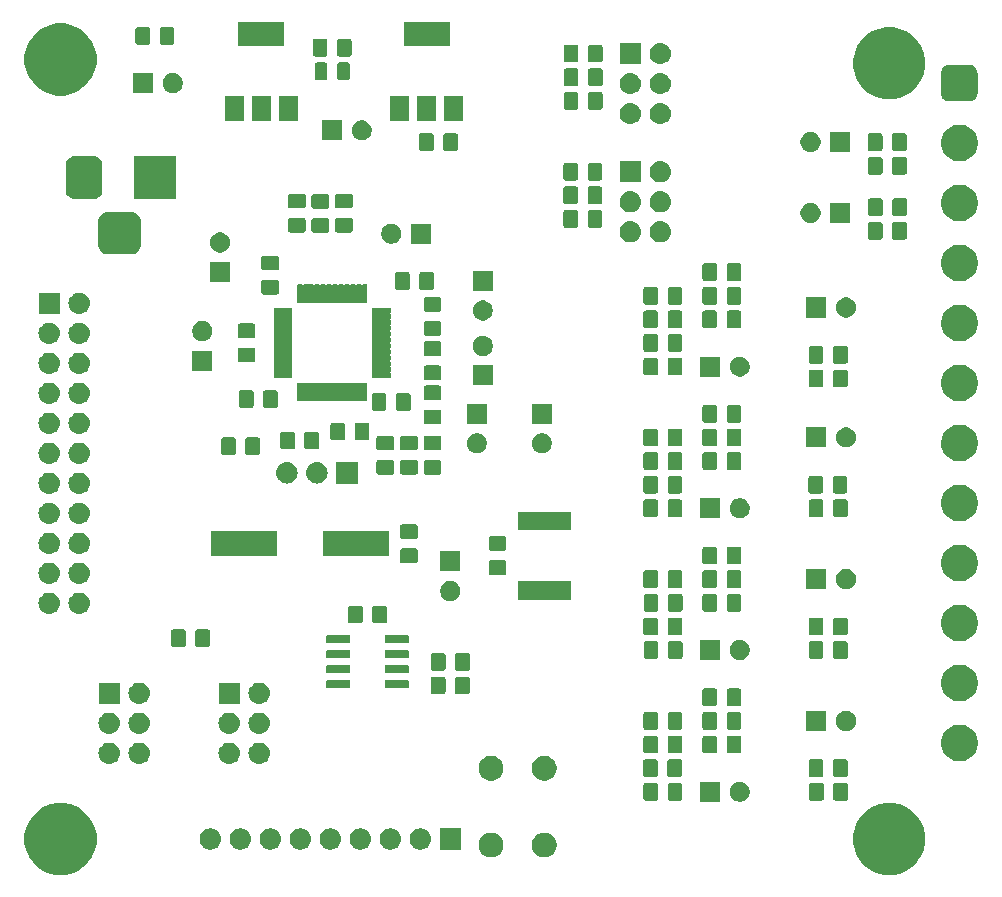
<source format=gbr>
G04 #@! TF.GenerationSoftware,KiCad,Pcbnew,(5.1.2)-1*
G04 #@! TF.CreationDate,2019-05-30T03:48:06-07:00*
G04 #@! TF.ProjectId,dsp2,64737032-2e6b-4696-9361-645f70636258,rev?*
G04 #@! TF.SameCoordinates,Original*
G04 #@! TF.FileFunction,Soldermask,Top*
G04 #@! TF.FilePolarity,Negative*
%FSLAX46Y46*%
G04 Gerber Fmt 4.6, Leading zero omitted, Abs format (unit mm)*
G04 Created by KiCad (PCBNEW (5.1.2)-1) date 2019-05-30 03:48:06*
%MOMM*%
%LPD*%
G04 APERTURE LIST*
%ADD10C,0.100000*%
G04 APERTURE END LIST*
D10*
G36*
X138049943Y-83066248D02*
G01*
X138605189Y-83296238D01*
X138605190Y-83296239D01*
X139104899Y-83630134D01*
X139529866Y-84055101D01*
X139529867Y-84055103D01*
X139863762Y-84554811D01*
X140093752Y-85110057D01*
X140211000Y-85699501D01*
X140211000Y-86300499D01*
X140093752Y-86889943D01*
X139863762Y-87445189D01*
X139786379Y-87561000D01*
X139529866Y-87944899D01*
X139104899Y-88369866D01*
X138853347Y-88537948D01*
X138605189Y-88703762D01*
X138049943Y-88933752D01*
X137460499Y-89051000D01*
X136859501Y-89051000D01*
X136270057Y-88933752D01*
X135714811Y-88703762D01*
X135466653Y-88537948D01*
X135215101Y-88369866D01*
X134790134Y-87944899D01*
X134533621Y-87561000D01*
X134456238Y-87445189D01*
X134226248Y-86889943D01*
X134109000Y-86300499D01*
X134109000Y-85699501D01*
X134226248Y-85110057D01*
X134456238Y-84554811D01*
X134790133Y-84055103D01*
X134790134Y-84055101D01*
X135215101Y-83630134D01*
X135714810Y-83296239D01*
X135714811Y-83296238D01*
X136270057Y-83066248D01*
X136859501Y-82949000D01*
X137460499Y-82949000D01*
X138049943Y-83066248D01*
X138049943Y-83066248D01*
G37*
G36*
X67889943Y-83066248D02*
G01*
X68445189Y-83296238D01*
X68445190Y-83296239D01*
X68944899Y-83630134D01*
X69369866Y-84055101D01*
X69369867Y-84055103D01*
X69703762Y-84554811D01*
X69933752Y-85110057D01*
X70051000Y-85699501D01*
X70051000Y-86300499D01*
X69933752Y-86889943D01*
X69703762Y-87445189D01*
X69626379Y-87561000D01*
X69369866Y-87944899D01*
X68944899Y-88369866D01*
X68693347Y-88537948D01*
X68445189Y-88703762D01*
X67889943Y-88933752D01*
X67300499Y-89051000D01*
X66699501Y-89051000D01*
X66110057Y-88933752D01*
X65554811Y-88703762D01*
X65306653Y-88537948D01*
X65055101Y-88369866D01*
X64630134Y-87944899D01*
X64373621Y-87561000D01*
X64296238Y-87445189D01*
X64066248Y-86889943D01*
X63949000Y-86300499D01*
X63949000Y-85699501D01*
X64066248Y-85110057D01*
X64296238Y-84554811D01*
X64630133Y-84055103D01*
X64630134Y-84055101D01*
X65055101Y-83630134D01*
X65554810Y-83296239D01*
X65554811Y-83296238D01*
X66110057Y-83066248D01*
X66699501Y-82949000D01*
X67300499Y-82949000D01*
X67889943Y-83066248D01*
X67889943Y-83066248D01*
G37*
G36*
X103756564Y-85499389D02*
G01*
X103947833Y-85578615D01*
X103947835Y-85578616D01*
X104119973Y-85693635D01*
X104266365Y-85840027D01*
X104373256Y-86000000D01*
X104381385Y-86012167D01*
X104460611Y-86203436D01*
X104501000Y-86406484D01*
X104501000Y-86613516D01*
X104460611Y-86816564D01*
X104381385Y-87007833D01*
X104381384Y-87007835D01*
X104266365Y-87179973D01*
X104119973Y-87326365D01*
X103947835Y-87441384D01*
X103947834Y-87441385D01*
X103947833Y-87441385D01*
X103756564Y-87520611D01*
X103553516Y-87561000D01*
X103346484Y-87561000D01*
X103143436Y-87520611D01*
X102952167Y-87441385D01*
X102952166Y-87441385D01*
X102952165Y-87441384D01*
X102780027Y-87326365D01*
X102633635Y-87179973D01*
X102518616Y-87007835D01*
X102518615Y-87007833D01*
X102439389Y-86816564D01*
X102399000Y-86613516D01*
X102399000Y-86406484D01*
X102439389Y-86203436D01*
X102518615Y-86012167D01*
X102526745Y-86000000D01*
X102633635Y-85840027D01*
X102780027Y-85693635D01*
X102952165Y-85578616D01*
X102952167Y-85578615D01*
X103143436Y-85499389D01*
X103346484Y-85459000D01*
X103553516Y-85459000D01*
X103756564Y-85499389D01*
X103756564Y-85499389D01*
G37*
G36*
X108256564Y-85499389D02*
G01*
X108447833Y-85578615D01*
X108447835Y-85578616D01*
X108619973Y-85693635D01*
X108766365Y-85840027D01*
X108873256Y-86000000D01*
X108881385Y-86012167D01*
X108960611Y-86203436D01*
X109001000Y-86406484D01*
X109001000Y-86613516D01*
X108960611Y-86816564D01*
X108881385Y-87007833D01*
X108881384Y-87007835D01*
X108766365Y-87179973D01*
X108619973Y-87326365D01*
X108447835Y-87441384D01*
X108447834Y-87441385D01*
X108447833Y-87441385D01*
X108256564Y-87520611D01*
X108053516Y-87561000D01*
X107846484Y-87561000D01*
X107643436Y-87520611D01*
X107452167Y-87441385D01*
X107452166Y-87441385D01*
X107452165Y-87441384D01*
X107280027Y-87326365D01*
X107133635Y-87179973D01*
X107018616Y-87007835D01*
X107018615Y-87007833D01*
X106939389Y-86816564D01*
X106899000Y-86613516D01*
X106899000Y-86406484D01*
X106939389Y-86203436D01*
X107018615Y-86012167D01*
X107026745Y-86000000D01*
X107133635Y-85840027D01*
X107280027Y-85693635D01*
X107452165Y-85578616D01*
X107452167Y-85578615D01*
X107643436Y-85499389D01*
X107846484Y-85459000D01*
X108053516Y-85459000D01*
X108256564Y-85499389D01*
X108256564Y-85499389D01*
G37*
G36*
X79790443Y-85105519D02*
G01*
X79856627Y-85112037D01*
X80026466Y-85163557D01*
X80182991Y-85247222D01*
X80218729Y-85276552D01*
X80320186Y-85359814D01*
X80401585Y-85459000D01*
X80432778Y-85497009D01*
X80516443Y-85653534D01*
X80567963Y-85823373D01*
X80585359Y-86000000D01*
X80567963Y-86176627D01*
X80516443Y-86346466D01*
X80432778Y-86502991D01*
X80403448Y-86538729D01*
X80320186Y-86640186D01*
X80218729Y-86723448D01*
X80182991Y-86752778D01*
X80026466Y-86836443D01*
X79856627Y-86887963D01*
X79790442Y-86894482D01*
X79724260Y-86901000D01*
X79635740Y-86901000D01*
X79569558Y-86894482D01*
X79503373Y-86887963D01*
X79333534Y-86836443D01*
X79177009Y-86752778D01*
X79141271Y-86723448D01*
X79039814Y-86640186D01*
X78956552Y-86538729D01*
X78927222Y-86502991D01*
X78843557Y-86346466D01*
X78792037Y-86176627D01*
X78774641Y-86000000D01*
X78792037Y-85823373D01*
X78843557Y-85653534D01*
X78927222Y-85497009D01*
X78958415Y-85459000D01*
X79039814Y-85359814D01*
X79141271Y-85276552D01*
X79177009Y-85247222D01*
X79333534Y-85163557D01*
X79503373Y-85112037D01*
X79569557Y-85105519D01*
X79635740Y-85099000D01*
X79724260Y-85099000D01*
X79790443Y-85105519D01*
X79790443Y-85105519D01*
G37*
G36*
X82330443Y-85105519D02*
G01*
X82396627Y-85112037D01*
X82566466Y-85163557D01*
X82722991Y-85247222D01*
X82758729Y-85276552D01*
X82860186Y-85359814D01*
X82941585Y-85459000D01*
X82972778Y-85497009D01*
X83056443Y-85653534D01*
X83107963Y-85823373D01*
X83125359Y-86000000D01*
X83107963Y-86176627D01*
X83056443Y-86346466D01*
X82972778Y-86502991D01*
X82943448Y-86538729D01*
X82860186Y-86640186D01*
X82758729Y-86723448D01*
X82722991Y-86752778D01*
X82566466Y-86836443D01*
X82396627Y-86887963D01*
X82330442Y-86894482D01*
X82264260Y-86901000D01*
X82175740Y-86901000D01*
X82109558Y-86894482D01*
X82043373Y-86887963D01*
X81873534Y-86836443D01*
X81717009Y-86752778D01*
X81681271Y-86723448D01*
X81579814Y-86640186D01*
X81496552Y-86538729D01*
X81467222Y-86502991D01*
X81383557Y-86346466D01*
X81332037Y-86176627D01*
X81314641Y-86000000D01*
X81332037Y-85823373D01*
X81383557Y-85653534D01*
X81467222Y-85497009D01*
X81498415Y-85459000D01*
X81579814Y-85359814D01*
X81681271Y-85276552D01*
X81717009Y-85247222D01*
X81873534Y-85163557D01*
X82043373Y-85112037D01*
X82109557Y-85105519D01*
X82175740Y-85099000D01*
X82264260Y-85099000D01*
X82330443Y-85105519D01*
X82330443Y-85105519D01*
G37*
G36*
X84870443Y-85105519D02*
G01*
X84936627Y-85112037D01*
X85106466Y-85163557D01*
X85262991Y-85247222D01*
X85298729Y-85276552D01*
X85400186Y-85359814D01*
X85481585Y-85459000D01*
X85512778Y-85497009D01*
X85596443Y-85653534D01*
X85647963Y-85823373D01*
X85665359Y-86000000D01*
X85647963Y-86176627D01*
X85596443Y-86346466D01*
X85512778Y-86502991D01*
X85483448Y-86538729D01*
X85400186Y-86640186D01*
X85298729Y-86723448D01*
X85262991Y-86752778D01*
X85106466Y-86836443D01*
X84936627Y-86887963D01*
X84870442Y-86894482D01*
X84804260Y-86901000D01*
X84715740Y-86901000D01*
X84649558Y-86894482D01*
X84583373Y-86887963D01*
X84413534Y-86836443D01*
X84257009Y-86752778D01*
X84221271Y-86723448D01*
X84119814Y-86640186D01*
X84036552Y-86538729D01*
X84007222Y-86502991D01*
X83923557Y-86346466D01*
X83872037Y-86176627D01*
X83854641Y-86000000D01*
X83872037Y-85823373D01*
X83923557Y-85653534D01*
X84007222Y-85497009D01*
X84038415Y-85459000D01*
X84119814Y-85359814D01*
X84221271Y-85276552D01*
X84257009Y-85247222D01*
X84413534Y-85163557D01*
X84583373Y-85112037D01*
X84649557Y-85105519D01*
X84715740Y-85099000D01*
X84804260Y-85099000D01*
X84870443Y-85105519D01*
X84870443Y-85105519D01*
G37*
G36*
X87410443Y-85105519D02*
G01*
X87476627Y-85112037D01*
X87646466Y-85163557D01*
X87802991Y-85247222D01*
X87838729Y-85276552D01*
X87940186Y-85359814D01*
X88021585Y-85459000D01*
X88052778Y-85497009D01*
X88136443Y-85653534D01*
X88187963Y-85823373D01*
X88205359Y-86000000D01*
X88187963Y-86176627D01*
X88136443Y-86346466D01*
X88052778Y-86502991D01*
X88023448Y-86538729D01*
X87940186Y-86640186D01*
X87838729Y-86723448D01*
X87802991Y-86752778D01*
X87646466Y-86836443D01*
X87476627Y-86887963D01*
X87410442Y-86894482D01*
X87344260Y-86901000D01*
X87255740Y-86901000D01*
X87189558Y-86894482D01*
X87123373Y-86887963D01*
X86953534Y-86836443D01*
X86797009Y-86752778D01*
X86761271Y-86723448D01*
X86659814Y-86640186D01*
X86576552Y-86538729D01*
X86547222Y-86502991D01*
X86463557Y-86346466D01*
X86412037Y-86176627D01*
X86394641Y-86000000D01*
X86412037Y-85823373D01*
X86463557Y-85653534D01*
X86547222Y-85497009D01*
X86578415Y-85459000D01*
X86659814Y-85359814D01*
X86761271Y-85276552D01*
X86797009Y-85247222D01*
X86953534Y-85163557D01*
X87123373Y-85112037D01*
X87189557Y-85105519D01*
X87255740Y-85099000D01*
X87344260Y-85099000D01*
X87410443Y-85105519D01*
X87410443Y-85105519D01*
G37*
G36*
X89950443Y-85105519D02*
G01*
X90016627Y-85112037D01*
X90186466Y-85163557D01*
X90342991Y-85247222D01*
X90378729Y-85276552D01*
X90480186Y-85359814D01*
X90561585Y-85459000D01*
X90592778Y-85497009D01*
X90676443Y-85653534D01*
X90727963Y-85823373D01*
X90745359Y-86000000D01*
X90727963Y-86176627D01*
X90676443Y-86346466D01*
X90592778Y-86502991D01*
X90563448Y-86538729D01*
X90480186Y-86640186D01*
X90378729Y-86723448D01*
X90342991Y-86752778D01*
X90186466Y-86836443D01*
X90016627Y-86887963D01*
X89950442Y-86894482D01*
X89884260Y-86901000D01*
X89795740Y-86901000D01*
X89729558Y-86894482D01*
X89663373Y-86887963D01*
X89493534Y-86836443D01*
X89337009Y-86752778D01*
X89301271Y-86723448D01*
X89199814Y-86640186D01*
X89116552Y-86538729D01*
X89087222Y-86502991D01*
X89003557Y-86346466D01*
X88952037Y-86176627D01*
X88934641Y-86000000D01*
X88952037Y-85823373D01*
X89003557Y-85653534D01*
X89087222Y-85497009D01*
X89118415Y-85459000D01*
X89199814Y-85359814D01*
X89301271Y-85276552D01*
X89337009Y-85247222D01*
X89493534Y-85163557D01*
X89663373Y-85112037D01*
X89729557Y-85105519D01*
X89795740Y-85099000D01*
X89884260Y-85099000D01*
X89950443Y-85105519D01*
X89950443Y-85105519D01*
G37*
G36*
X92490443Y-85105519D02*
G01*
X92556627Y-85112037D01*
X92726466Y-85163557D01*
X92882991Y-85247222D01*
X92918729Y-85276552D01*
X93020186Y-85359814D01*
X93101585Y-85459000D01*
X93132778Y-85497009D01*
X93216443Y-85653534D01*
X93267963Y-85823373D01*
X93285359Y-86000000D01*
X93267963Y-86176627D01*
X93216443Y-86346466D01*
X93132778Y-86502991D01*
X93103448Y-86538729D01*
X93020186Y-86640186D01*
X92918729Y-86723448D01*
X92882991Y-86752778D01*
X92726466Y-86836443D01*
X92556627Y-86887963D01*
X92490442Y-86894482D01*
X92424260Y-86901000D01*
X92335740Y-86901000D01*
X92269558Y-86894482D01*
X92203373Y-86887963D01*
X92033534Y-86836443D01*
X91877009Y-86752778D01*
X91841271Y-86723448D01*
X91739814Y-86640186D01*
X91656552Y-86538729D01*
X91627222Y-86502991D01*
X91543557Y-86346466D01*
X91492037Y-86176627D01*
X91474641Y-86000000D01*
X91492037Y-85823373D01*
X91543557Y-85653534D01*
X91627222Y-85497009D01*
X91658415Y-85459000D01*
X91739814Y-85359814D01*
X91841271Y-85276552D01*
X91877009Y-85247222D01*
X92033534Y-85163557D01*
X92203373Y-85112037D01*
X92269557Y-85105519D01*
X92335740Y-85099000D01*
X92424260Y-85099000D01*
X92490443Y-85105519D01*
X92490443Y-85105519D01*
G37*
G36*
X95030443Y-85105519D02*
G01*
X95096627Y-85112037D01*
X95266466Y-85163557D01*
X95422991Y-85247222D01*
X95458729Y-85276552D01*
X95560186Y-85359814D01*
X95641585Y-85459000D01*
X95672778Y-85497009D01*
X95756443Y-85653534D01*
X95807963Y-85823373D01*
X95825359Y-86000000D01*
X95807963Y-86176627D01*
X95756443Y-86346466D01*
X95672778Y-86502991D01*
X95643448Y-86538729D01*
X95560186Y-86640186D01*
X95458729Y-86723448D01*
X95422991Y-86752778D01*
X95266466Y-86836443D01*
X95096627Y-86887963D01*
X95030442Y-86894482D01*
X94964260Y-86901000D01*
X94875740Y-86901000D01*
X94809558Y-86894482D01*
X94743373Y-86887963D01*
X94573534Y-86836443D01*
X94417009Y-86752778D01*
X94381271Y-86723448D01*
X94279814Y-86640186D01*
X94196552Y-86538729D01*
X94167222Y-86502991D01*
X94083557Y-86346466D01*
X94032037Y-86176627D01*
X94014641Y-86000000D01*
X94032037Y-85823373D01*
X94083557Y-85653534D01*
X94167222Y-85497009D01*
X94198415Y-85459000D01*
X94279814Y-85359814D01*
X94381271Y-85276552D01*
X94417009Y-85247222D01*
X94573534Y-85163557D01*
X94743373Y-85112037D01*
X94809557Y-85105519D01*
X94875740Y-85099000D01*
X94964260Y-85099000D01*
X95030443Y-85105519D01*
X95030443Y-85105519D01*
G37*
G36*
X100901000Y-86901000D02*
G01*
X99099000Y-86901000D01*
X99099000Y-85099000D01*
X100901000Y-85099000D01*
X100901000Y-86901000D01*
X100901000Y-86901000D01*
G37*
G36*
X97570443Y-85105519D02*
G01*
X97636627Y-85112037D01*
X97806466Y-85163557D01*
X97962991Y-85247222D01*
X97998729Y-85276552D01*
X98100186Y-85359814D01*
X98181585Y-85459000D01*
X98212778Y-85497009D01*
X98296443Y-85653534D01*
X98347963Y-85823373D01*
X98365359Y-86000000D01*
X98347963Y-86176627D01*
X98296443Y-86346466D01*
X98212778Y-86502991D01*
X98183448Y-86538729D01*
X98100186Y-86640186D01*
X97998729Y-86723448D01*
X97962991Y-86752778D01*
X97806466Y-86836443D01*
X97636627Y-86887963D01*
X97570442Y-86894482D01*
X97504260Y-86901000D01*
X97415740Y-86901000D01*
X97349558Y-86894482D01*
X97283373Y-86887963D01*
X97113534Y-86836443D01*
X96957009Y-86752778D01*
X96921271Y-86723448D01*
X96819814Y-86640186D01*
X96736552Y-86538729D01*
X96707222Y-86502991D01*
X96623557Y-86346466D01*
X96572037Y-86176627D01*
X96554641Y-86000000D01*
X96572037Y-85823373D01*
X96623557Y-85653534D01*
X96707222Y-85497009D01*
X96738415Y-85459000D01*
X96819814Y-85359814D01*
X96921271Y-85276552D01*
X96957009Y-85247222D01*
X97113534Y-85163557D01*
X97283373Y-85112037D01*
X97349557Y-85105519D01*
X97415740Y-85099000D01*
X97504260Y-85099000D01*
X97570443Y-85105519D01*
X97570443Y-85105519D01*
G37*
G36*
X124748228Y-81181703D02*
G01*
X124903100Y-81245853D01*
X125042481Y-81338985D01*
X125161015Y-81457519D01*
X125254147Y-81596900D01*
X125318297Y-81751772D01*
X125351000Y-81916184D01*
X125351000Y-82083816D01*
X125318297Y-82248228D01*
X125254147Y-82403100D01*
X125161015Y-82542481D01*
X125042481Y-82661015D01*
X124903100Y-82754147D01*
X124748228Y-82818297D01*
X124583816Y-82851000D01*
X124416184Y-82851000D01*
X124251772Y-82818297D01*
X124096900Y-82754147D01*
X123957519Y-82661015D01*
X123838985Y-82542481D01*
X123745853Y-82403100D01*
X123681703Y-82248228D01*
X123649000Y-82083816D01*
X123649000Y-81916184D01*
X123681703Y-81751772D01*
X123745853Y-81596900D01*
X123838985Y-81457519D01*
X123957519Y-81338985D01*
X124096900Y-81245853D01*
X124251772Y-81181703D01*
X124416184Y-81149000D01*
X124583816Y-81149000D01*
X124748228Y-81181703D01*
X124748228Y-81181703D01*
G37*
G36*
X122851000Y-82851000D02*
G01*
X121149000Y-82851000D01*
X121149000Y-81149000D01*
X122851000Y-81149000D01*
X122851000Y-82851000D01*
X122851000Y-82851000D01*
G37*
G36*
X119488674Y-81253465D02*
G01*
X119526367Y-81264899D01*
X119561103Y-81283466D01*
X119591548Y-81308452D01*
X119616534Y-81338897D01*
X119635101Y-81373633D01*
X119646535Y-81411326D01*
X119651000Y-81456661D01*
X119651000Y-82543339D01*
X119646535Y-82588674D01*
X119635101Y-82626367D01*
X119616534Y-82661103D01*
X119591548Y-82691548D01*
X119561103Y-82716534D01*
X119526367Y-82735101D01*
X119488674Y-82746535D01*
X119443339Y-82751000D01*
X118606661Y-82751000D01*
X118561326Y-82746535D01*
X118523633Y-82735101D01*
X118488897Y-82716534D01*
X118458452Y-82691548D01*
X118433466Y-82661103D01*
X118414899Y-82626367D01*
X118403465Y-82588674D01*
X118399000Y-82543339D01*
X118399000Y-81456661D01*
X118403465Y-81411326D01*
X118414899Y-81373633D01*
X118433466Y-81338897D01*
X118458452Y-81308452D01*
X118488897Y-81283466D01*
X118523633Y-81264899D01*
X118561326Y-81253465D01*
X118606661Y-81249000D01*
X119443339Y-81249000D01*
X119488674Y-81253465D01*
X119488674Y-81253465D01*
G37*
G36*
X117438674Y-81253465D02*
G01*
X117476367Y-81264899D01*
X117511103Y-81283466D01*
X117541548Y-81308452D01*
X117566534Y-81338897D01*
X117585101Y-81373633D01*
X117596535Y-81411326D01*
X117601000Y-81456661D01*
X117601000Y-82543339D01*
X117596535Y-82588674D01*
X117585101Y-82626367D01*
X117566534Y-82661103D01*
X117541548Y-82691548D01*
X117511103Y-82716534D01*
X117476367Y-82735101D01*
X117438674Y-82746535D01*
X117393339Y-82751000D01*
X116556661Y-82751000D01*
X116511326Y-82746535D01*
X116473633Y-82735101D01*
X116438897Y-82716534D01*
X116408452Y-82691548D01*
X116383466Y-82661103D01*
X116364899Y-82626367D01*
X116353465Y-82588674D01*
X116349000Y-82543339D01*
X116349000Y-81456661D01*
X116353465Y-81411326D01*
X116364899Y-81373633D01*
X116383466Y-81338897D01*
X116408452Y-81308452D01*
X116438897Y-81283466D01*
X116473633Y-81264899D01*
X116511326Y-81253465D01*
X116556661Y-81249000D01*
X117393339Y-81249000D01*
X117438674Y-81253465D01*
X117438674Y-81253465D01*
G37*
G36*
X133513674Y-81253465D02*
G01*
X133551367Y-81264899D01*
X133586103Y-81283466D01*
X133616548Y-81308452D01*
X133641534Y-81338897D01*
X133660101Y-81373633D01*
X133671535Y-81411326D01*
X133676000Y-81456661D01*
X133676000Y-82543339D01*
X133671535Y-82588674D01*
X133660101Y-82626367D01*
X133641534Y-82661103D01*
X133616548Y-82691548D01*
X133586103Y-82716534D01*
X133551367Y-82735101D01*
X133513674Y-82746535D01*
X133468339Y-82751000D01*
X132631661Y-82751000D01*
X132586326Y-82746535D01*
X132548633Y-82735101D01*
X132513897Y-82716534D01*
X132483452Y-82691548D01*
X132458466Y-82661103D01*
X132439899Y-82626367D01*
X132428465Y-82588674D01*
X132424000Y-82543339D01*
X132424000Y-81456661D01*
X132428465Y-81411326D01*
X132439899Y-81373633D01*
X132458466Y-81338897D01*
X132483452Y-81308452D01*
X132513897Y-81283466D01*
X132548633Y-81264899D01*
X132586326Y-81253465D01*
X132631661Y-81249000D01*
X133468339Y-81249000D01*
X133513674Y-81253465D01*
X133513674Y-81253465D01*
G37*
G36*
X131463674Y-81253465D02*
G01*
X131501367Y-81264899D01*
X131536103Y-81283466D01*
X131566548Y-81308452D01*
X131591534Y-81338897D01*
X131610101Y-81373633D01*
X131621535Y-81411326D01*
X131626000Y-81456661D01*
X131626000Y-82543339D01*
X131621535Y-82588674D01*
X131610101Y-82626367D01*
X131591534Y-82661103D01*
X131566548Y-82691548D01*
X131536103Y-82716534D01*
X131501367Y-82735101D01*
X131463674Y-82746535D01*
X131418339Y-82751000D01*
X130581661Y-82751000D01*
X130536326Y-82746535D01*
X130498633Y-82735101D01*
X130463897Y-82716534D01*
X130433452Y-82691548D01*
X130408466Y-82661103D01*
X130389899Y-82626367D01*
X130378465Y-82588674D01*
X130374000Y-82543339D01*
X130374000Y-81456661D01*
X130378465Y-81411326D01*
X130389899Y-81373633D01*
X130408466Y-81338897D01*
X130433452Y-81308452D01*
X130463897Y-81283466D01*
X130498633Y-81264899D01*
X130536326Y-81253465D01*
X130581661Y-81249000D01*
X131418339Y-81249000D01*
X131463674Y-81253465D01*
X131463674Y-81253465D01*
G37*
G36*
X103756564Y-78999389D02*
G01*
X103947833Y-79078615D01*
X103947835Y-79078616D01*
X104119973Y-79193635D01*
X104266365Y-79340027D01*
X104368431Y-79492779D01*
X104381385Y-79512167D01*
X104460611Y-79703436D01*
X104501000Y-79906484D01*
X104501000Y-80113516D01*
X104460611Y-80316564D01*
X104381385Y-80507833D01*
X104381384Y-80507835D01*
X104266365Y-80679973D01*
X104119973Y-80826365D01*
X103947835Y-80941384D01*
X103947834Y-80941385D01*
X103947833Y-80941385D01*
X103756564Y-81020611D01*
X103553516Y-81061000D01*
X103346484Y-81061000D01*
X103143436Y-81020611D01*
X102952167Y-80941385D01*
X102952166Y-80941385D01*
X102952165Y-80941384D01*
X102780027Y-80826365D01*
X102633635Y-80679973D01*
X102518616Y-80507835D01*
X102518615Y-80507833D01*
X102439389Y-80316564D01*
X102399000Y-80113516D01*
X102399000Y-79906484D01*
X102439389Y-79703436D01*
X102518615Y-79512167D01*
X102531570Y-79492779D01*
X102633635Y-79340027D01*
X102780027Y-79193635D01*
X102952165Y-79078616D01*
X102952167Y-79078615D01*
X103143436Y-78999389D01*
X103346484Y-78959000D01*
X103553516Y-78959000D01*
X103756564Y-78999389D01*
X103756564Y-78999389D01*
G37*
G36*
X108256564Y-78999389D02*
G01*
X108447833Y-79078615D01*
X108447835Y-79078616D01*
X108619973Y-79193635D01*
X108766365Y-79340027D01*
X108868431Y-79492779D01*
X108881385Y-79512167D01*
X108960611Y-79703436D01*
X109001000Y-79906484D01*
X109001000Y-80113516D01*
X108960611Y-80316564D01*
X108881385Y-80507833D01*
X108881384Y-80507835D01*
X108766365Y-80679973D01*
X108619973Y-80826365D01*
X108447835Y-80941384D01*
X108447834Y-80941385D01*
X108447833Y-80941385D01*
X108256564Y-81020611D01*
X108053516Y-81061000D01*
X107846484Y-81061000D01*
X107643436Y-81020611D01*
X107452167Y-80941385D01*
X107452166Y-80941385D01*
X107452165Y-80941384D01*
X107280027Y-80826365D01*
X107133635Y-80679973D01*
X107018616Y-80507835D01*
X107018615Y-80507833D01*
X106939389Y-80316564D01*
X106899000Y-80113516D01*
X106899000Y-79906484D01*
X106939389Y-79703436D01*
X107018615Y-79512167D01*
X107031570Y-79492779D01*
X107133635Y-79340027D01*
X107280027Y-79193635D01*
X107452165Y-79078616D01*
X107452167Y-79078615D01*
X107643436Y-78999389D01*
X107846484Y-78959000D01*
X108053516Y-78959000D01*
X108256564Y-78999389D01*
X108256564Y-78999389D01*
G37*
G36*
X119463674Y-79253465D02*
G01*
X119501367Y-79264899D01*
X119536103Y-79283466D01*
X119566548Y-79308452D01*
X119591534Y-79338897D01*
X119610101Y-79373633D01*
X119621535Y-79411326D01*
X119626000Y-79456661D01*
X119626000Y-80543339D01*
X119621535Y-80588674D01*
X119610101Y-80626367D01*
X119591534Y-80661103D01*
X119566548Y-80691548D01*
X119536103Y-80716534D01*
X119501367Y-80735101D01*
X119463674Y-80746535D01*
X119418339Y-80751000D01*
X118581661Y-80751000D01*
X118536326Y-80746535D01*
X118498633Y-80735101D01*
X118463897Y-80716534D01*
X118433452Y-80691548D01*
X118408466Y-80661103D01*
X118389899Y-80626367D01*
X118378465Y-80588674D01*
X118374000Y-80543339D01*
X118374000Y-79456661D01*
X118378465Y-79411326D01*
X118389899Y-79373633D01*
X118408466Y-79338897D01*
X118433452Y-79308452D01*
X118463897Y-79283466D01*
X118498633Y-79264899D01*
X118536326Y-79253465D01*
X118581661Y-79249000D01*
X119418339Y-79249000D01*
X119463674Y-79253465D01*
X119463674Y-79253465D01*
G37*
G36*
X131438674Y-79253465D02*
G01*
X131476367Y-79264899D01*
X131511103Y-79283466D01*
X131541548Y-79308452D01*
X131566534Y-79338897D01*
X131585101Y-79373633D01*
X131596535Y-79411326D01*
X131601000Y-79456661D01*
X131601000Y-80543339D01*
X131596535Y-80588674D01*
X131585101Y-80626367D01*
X131566534Y-80661103D01*
X131541548Y-80691548D01*
X131511103Y-80716534D01*
X131476367Y-80735101D01*
X131438674Y-80746535D01*
X131393339Y-80751000D01*
X130556661Y-80751000D01*
X130511326Y-80746535D01*
X130473633Y-80735101D01*
X130438897Y-80716534D01*
X130408452Y-80691548D01*
X130383466Y-80661103D01*
X130364899Y-80626367D01*
X130353465Y-80588674D01*
X130349000Y-80543339D01*
X130349000Y-79456661D01*
X130353465Y-79411326D01*
X130364899Y-79373633D01*
X130383466Y-79338897D01*
X130408452Y-79308452D01*
X130438897Y-79283466D01*
X130473633Y-79264899D01*
X130511326Y-79253465D01*
X130556661Y-79249000D01*
X131393339Y-79249000D01*
X131438674Y-79253465D01*
X131438674Y-79253465D01*
G37*
G36*
X117413674Y-79253465D02*
G01*
X117451367Y-79264899D01*
X117486103Y-79283466D01*
X117516548Y-79308452D01*
X117541534Y-79338897D01*
X117560101Y-79373633D01*
X117571535Y-79411326D01*
X117576000Y-79456661D01*
X117576000Y-80543339D01*
X117571535Y-80588674D01*
X117560101Y-80626367D01*
X117541534Y-80661103D01*
X117516548Y-80691548D01*
X117486103Y-80716534D01*
X117451367Y-80735101D01*
X117413674Y-80746535D01*
X117368339Y-80751000D01*
X116531661Y-80751000D01*
X116486326Y-80746535D01*
X116448633Y-80735101D01*
X116413897Y-80716534D01*
X116383452Y-80691548D01*
X116358466Y-80661103D01*
X116339899Y-80626367D01*
X116328465Y-80588674D01*
X116324000Y-80543339D01*
X116324000Y-79456661D01*
X116328465Y-79411326D01*
X116339899Y-79373633D01*
X116358466Y-79338897D01*
X116383452Y-79308452D01*
X116413897Y-79283466D01*
X116448633Y-79264899D01*
X116486326Y-79253465D01*
X116531661Y-79249000D01*
X117368339Y-79249000D01*
X117413674Y-79253465D01*
X117413674Y-79253465D01*
G37*
G36*
X133488674Y-79253465D02*
G01*
X133526367Y-79264899D01*
X133561103Y-79283466D01*
X133591548Y-79308452D01*
X133616534Y-79338897D01*
X133635101Y-79373633D01*
X133646535Y-79411326D01*
X133651000Y-79456661D01*
X133651000Y-80543339D01*
X133646535Y-80588674D01*
X133635101Y-80626367D01*
X133616534Y-80661103D01*
X133591548Y-80691548D01*
X133561103Y-80716534D01*
X133526367Y-80735101D01*
X133488674Y-80746535D01*
X133443339Y-80751000D01*
X132606661Y-80751000D01*
X132561326Y-80746535D01*
X132523633Y-80735101D01*
X132488897Y-80716534D01*
X132458452Y-80691548D01*
X132433466Y-80661103D01*
X132414899Y-80626367D01*
X132403465Y-80588674D01*
X132399000Y-80543339D01*
X132399000Y-79456661D01*
X132403465Y-79411326D01*
X132414899Y-79373633D01*
X132433466Y-79338897D01*
X132458452Y-79308452D01*
X132488897Y-79283466D01*
X132523633Y-79264899D01*
X132561326Y-79253465D01*
X132606661Y-79249000D01*
X133443339Y-79249000D01*
X133488674Y-79253465D01*
X133488674Y-79253465D01*
G37*
G36*
X71230443Y-77845519D02*
G01*
X71296627Y-77852037D01*
X71466466Y-77903557D01*
X71622991Y-77987222D01*
X71658729Y-78016552D01*
X71760186Y-78099814D01*
X71843448Y-78201271D01*
X71872778Y-78237009D01*
X71956443Y-78393534D01*
X72007963Y-78563373D01*
X72025359Y-78740000D01*
X72007963Y-78916627D01*
X71956443Y-79086466D01*
X71872778Y-79242991D01*
X71843448Y-79278729D01*
X71760186Y-79380186D01*
X71658729Y-79463448D01*
X71622991Y-79492778D01*
X71466466Y-79576443D01*
X71296627Y-79627963D01*
X71230442Y-79634482D01*
X71164260Y-79641000D01*
X71075740Y-79641000D01*
X71009558Y-79634482D01*
X70943373Y-79627963D01*
X70773534Y-79576443D01*
X70617009Y-79492778D01*
X70581271Y-79463448D01*
X70479814Y-79380186D01*
X70396552Y-79278729D01*
X70367222Y-79242991D01*
X70283557Y-79086466D01*
X70232037Y-78916627D01*
X70214641Y-78740000D01*
X70232037Y-78563373D01*
X70283557Y-78393534D01*
X70367222Y-78237009D01*
X70396552Y-78201271D01*
X70479814Y-78099814D01*
X70581271Y-78016552D01*
X70617009Y-77987222D01*
X70773534Y-77903557D01*
X70943373Y-77852037D01*
X71009557Y-77845519D01*
X71075740Y-77839000D01*
X71164260Y-77839000D01*
X71230443Y-77845519D01*
X71230443Y-77845519D01*
G37*
G36*
X73770443Y-77845519D02*
G01*
X73836627Y-77852037D01*
X74006466Y-77903557D01*
X74162991Y-77987222D01*
X74198729Y-78016552D01*
X74300186Y-78099814D01*
X74383448Y-78201271D01*
X74412778Y-78237009D01*
X74496443Y-78393534D01*
X74547963Y-78563373D01*
X74565359Y-78740000D01*
X74547963Y-78916627D01*
X74496443Y-79086466D01*
X74412778Y-79242991D01*
X74383448Y-79278729D01*
X74300186Y-79380186D01*
X74198729Y-79463448D01*
X74162991Y-79492778D01*
X74006466Y-79576443D01*
X73836627Y-79627963D01*
X73770442Y-79634482D01*
X73704260Y-79641000D01*
X73615740Y-79641000D01*
X73549558Y-79634482D01*
X73483373Y-79627963D01*
X73313534Y-79576443D01*
X73157009Y-79492778D01*
X73121271Y-79463448D01*
X73019814Y-79380186D01*
X72936552Y-79278729D01*
X72907222Y-79242991D01*
X72823557Y-79086466D01*
X72772037Y-78916627D01*
X72754641Y-78740000D01*
X72772037Y-78563373D01*
X72823557Y-78393534D01*
X72907222Y-78237009D01*
X72936552Y-78201271D01*
X73019814Y-78099814D01*
X73121271Y-78016552D01*
X73157009Y-77987222D01*
X73313534Y-77903557D01*
X73483373Y-77852037D01*
X73549557Y-77845519D01*
X73615740Y-77839000D01*
X73704260Y-77839000D01*
X73770443Y-77845519D01*
X73770443Y-77845519D01*
G37*
G36*
X81390443Y-77845519D02*
G01*
X81456627Y-77852037D01*
X81626466Y-77903557D01*
X81782991Y-77987222D01*
X81818729Y-78016552D01*
X81920186Y-78099814D01*
X82003448Y-78201271D01*
X82032778Y-78237009D01*
X82116443Y-78393534D01*
X82167963Y-78563373D01*
X82185359Y-78740000D01*
X82167963Y-78916627D01*
X82116443Y-79086466D01*
X82032778Y-79242991D01*
X82003448Y-79278729D01*
X81920186Y-79380186D01*
X81818729Y-79463448D01*
X81782991Y-79492778D01*
X81626466Y-79576443D01*
X81456627Y-79627963D01*
X81390442Y-79634482D01*
X81324260Y-79641000D01*
X81235740Y-79641000D01*
X81169558Y-79634482D01*
X81103373Y-79627963D01*
X80933534Y-79576443D01*
X80777009Y-79492778D01*
X80741271Y-79463448D01*
X80639814Y-79380186D01*
X80556552Y-79278729D01*
X80527222Y-79242991D01*
X80443557Y-79086466D01*
X80392037Y-78916627D01*
X80374641Y-78740000D01*
X80392037Y-78563373D01*
X80443557Y-78393534D01*
X80527222Y-78237009D01*
X80556552Y-78201271D01*
X80639814Y-78099814D01*
X80741271Y-78016552D01*
X80777009Y-77987222D01*
X80933534Y-77903557D01*
X81103373Y-77852037D01*
X81169557Y-77845519D01*
X81235740Y-77839000D01*
X81324260Y-77839000D01*
X81390443Y-77845519D01*
X81390443Y-77845519D01*
G37*
G36*
X83930443Y-77845519D02*
G01*
X83996627Y-77852037D01*
X84166466Y-77903557D01*
X84322991Y-77987222D01*
X84358729Y-78016552D01*
X84460186Y-78099814D01*
X84543448Y-78201271D01*
X84572778Y-78237009D01*
X84656443Y-78393534D01*
X84707963Y-78563373D01*
X84725359Y-78740000D01*
X84707963Y-78916627D01*
X84656443Y-79086466D01*
X84572778Y-79242991D01*
X84543448Y-79278729D01*
X84460186Y-79380186D01*
X84358729Y-79463448D01*
X84322991Y-79492778D01*
X84166466Y-79576443D01*
X83996627Y-79627963D01*
X83930442Y-79634482D01*
X83864260Y-79641000D01*
X83775740Y-79641000D01*
X83709558Y-79634482D01*
X83643373Y-79627963D01*
X83473534Y-79576443D01*
X83317009Y-79492778D01*
X83281271Y-79463448D01*
X83179814Y-79380186D01*
X83096552Y-79278729D01*
X83067222Y-79242991D01*
X82983557Y-79086466D01*
X82932037Y-78916627D01*
X82914641Y-78740000D01*
X82932037Y-78563373D01*
X82983557Y-78393534D01*
X83067222Y-78237009D01*
X83096552Y-78201271D01*
X83179814Y-78099814D01*
X83281271Y-78016552D01*
X83317009Y-77987222D01*
X83473534Y-77903557D01*
X83643373Y-77852037D01*
X83709557Y-77845519D01*
X83775740Y-77839000D01*
X83864260Y-77839000D01*
X83930443Y-77845519D01*
X83930443Y-77845519D01*
G37*
G36*
X143402585Y-76358802D02*
G01*
X143552410Y-76388604D01*
X143834674Y-76505521D01*
X144088705Y-76675259D01*
X144304741Y-76891295D01*
X144474479Y-77145326D01*
X144591396Y-77427590D01*
X144651000Y-77727240D01*
X144651000Y-78032760D01*
X144591396Y-78332410D01*
X144474479Y-78614674D01*
X144304741Y-78868705D01*
X144088705Y-79084741D01*
X143834674Y-79254479D01*
X143552410Y-79371396D01*
X143402585Y-79401198D01*
X143252761Y-79431000D01*
X142947239Y-79431000D01*
X142797415Y-79401198D01*
X142647590Y-79371396D01*
X142365326Y-79254479D01*
X142111295Y-79084741D01*
X141895259Y-78868705D01*
X141725521Y-78614674D01*
X141608604Y-78332410D01*
X141549000Y-78032760D01*
X141549000Y-77727240D01*
X141608604Y-77427590D01*
X141725521Y-77145326D01*
X141895259Y-76891295D01*
X142111295Y-76675259D01*
X142365326Y-76505521D01*
X142647590Y-76388604D01*
X142797415Y-76358802D01*
X142947239Y-76329000D01*
X143252761Y-76329000D01*
X143402585Y-76358802D01*
X143402585Y-76358802D01*
G37*
G36*
X122438674Y-77253465D02*
G01*
X122476367Y-77264899D01*
X122511103Y-77283466D01*
X122541548Y-77308452D01*
X122566534Y-77338897D01*
X122585101Y-77373633D01*
X122596535Y-77411326D01*
X122601000Y-77456661D01*
X122601000Y-78543339D01*
X122596535Y-78588674D01*
X122585101Y-78626367D01*
X122566534Y-78661103D01*
X122541548Y-78691548D01*
X122511103Y-78716534D01*
X122476367Y-78735101D01*
X122438674Y-78746535D01*
X122393339Y-78751000D01*
X121556661Y-78751000D01*
X121511326Y-78746535D01*
X121473633Y-78735101D01*
X121438897Y-78716534D01*
X121408452Y-78691548D01*
X121383466Y-78661103D01*
X121364899Y-78626367D01*
X121353465Y-78588674D01*
X121349000Y-78543339D01*
X121349000Y-77456661D01*
X121353465Y-77411326D01*
X121364899Y-77373633D01*
X121383466Y-77338897D01*
X121408452Y-77308452D01*
X121438897Y-77283466D01*
X121473633Y-77264899D01*
X121511326Y-77253465D01*
X121556661Y-77249000D01*
X122393339Y-77249000D01*
X122438674Y-77253465D01*
X122438674Y-77253465D01*
G37*
G36*
X124488674Y-77253465D02*
G01*
X124526367Y-77264899D01*
X124561103Y-77283466D01*
X124591548Y-77308452D01*
X124616534Y-77338897D01*
X124635101Y-77373633D01*
X124646535Y-77411326D01*
X124651000Y-77456661D01*
X124651000Y-78543339D01*
X124646535Y-78588674D01*
X124635101Y-78626367D01*
X124616534Y-78661103D01*
X124591548Y-78691548D01*
X124561103Y-78716534D01*
X124526367Y-78735101D01*
X124488674Y-78746535D01*
X124443339Y-78751000D01*
X123606661Y-78751000D01*
X123561326Y-78746535D01*
X123523633Y-78735101D01*
X123488897Y-78716534D01*
X123458452Y-78691548D01*
X123433466Y-78661103D01*
X123414899Y-78626367D01*
X123403465Y-78588674D01*
X123399000Y-78543339D01*
X123399000Y-77456661D01*
X123403465Y-77411326D01*
X123414899Y-77373633D01*
X123433466Y-77338897D01*
X123458452Y-77308452D01*
X123488897Y-77283466D01*
X123523633Y-77264899D01*
X123561326Y-77253465D01*
X123606661Y-77249000D01*
X124443339Y-77249000D01*
X124488674Y-77253465D01*
X124488674Y-77253465D01*
G37*
G36*
X119488674Y-77253465D02*
G01*
X119526367Y-77264899D01*
X119561103Y-77283466D01*
X119591548Y-77308452D01*
X119616534Y-77338897D01*
X119635101Y-77373633D01*
X119646535Y-77411326D01*
X119651000Y-77456661D01*
X119651000Y-78543339D01*
X119646535Y-78588674D01*
X119635101Y-78626367D01*
X119616534Y-78661103D01*
X119591548Y-78691548D01*
X119561103Y-78716534D01*
X119526367Y-78735101D01*
X119488674Y-78746535D01*
X119443339Y-78751000D01*
X118606661Y-78751000D01*
X118561326Y-78746535D01*
X118523633Y-78735101D01*
X118488897Y-78716534D01*
X118458452Y-78691548D01*
X118433466Y-78661103D01*
X118414899Y-78626367D01*
X118403465Y-78588674D01*
X118399000Y-78543339D01*
X118399000Y-77456661D01*
X118403465Y-77411326D01*
X118414899Y-77373633D01*
X118433466Y-77338897D01*
X118458452Y-77308452D01*
X118488897Y-77283466D01*
X118523633Y-77264899D01*
X118561326Y-77253465D01*
X118606661Y-77249000D01*
X119443339Y-77249000D01*
X119488674Y-77253465D01*
X119488674Y-77253465D01*
G37*
G36*
X117438674Y-77253465D02*
G01*
X117476367Y-77264899D01*
X117511103Y-77283466D01*
X117541548Y-77308452D01*
X117566534Y-77338897D01*
X117585101Y-77373633D01*
X117596535Y-77411326D01*
X117601000Y-77456661D01*
X117601000Y-78543339D01*
X117596535Y-78588674D01*
X117585101Y-78626367D01*
X117566534Y-78661103D01*
X117541548Y-78691548D01*
X117511103Y-78716534D01*
X117476367Y-78735101D01*
X117438674Y-78746535D01*
X117393339Y-78751000D01*
X116556661Y-78751000D01*
X116511326Y-78746535D01*
X116473633Y-78735101D01*
X116438897Y-78716534D01*
X116408452Y-78691548D01*
X116383466Y-78661103D01*
X116364899Y-78626367D01*
X116353465Y-78588674D01*
X116349000Y-78543339D01*
X116349000Y-77456661D01*
X116353465Y-77411326D01*
X116364899Y-77373633D01*
X116383466Y-77338897D01*
X116408452Y-77308452D01*
X116438897Y-77283466D01*
X116473633Y-77264899D01*
X116511326Y-77253465D01*
X116556661Y-77249000D01*
X117393339Y-77249000D01*
X117438674Y-77253465D01*
X117438674Y-77253465D01*
G37*
G36*
X71230442Y-75305518D02*
G01*
X71296627Y-75312037D01*
X71466466Y-75363557D01*
X71622991Y-75447222D01*
X71635539Y-75457520D01*
X71760186Y-75559814D01*
X71843448Y-75661271D01*
X71872778Y-75697009D01*
X71956443Y-75853534D01*
X72007963Y-76023373D01*
X72025359Y-76200000D01*
X72007963Y-76376627D01*
X71956443Y-76546466D01*
X71872778Y-76702991D01*
X71861663Y-76716534D01*
X71760186Y-76840186D01*
X71697907Y-76891296D01*
X71622991Y-76952778D01*
X71466466Y-77036443D01*
X71296627Y-77087963D01*
X71230442Y-77094482D01*
X71164260Y-77101000D01*
X71075740Y-77101000D01*
X71009558Y-77094482D01*
X70943373Y-77087963D01*
X70773534Y-77036443D01*
X70617009Y-76952778D01*
X70542093Y-76891296D01*
X70479814Y-76840186D01*
X70378337Y-76716534D01*
X70367222Y-76702991D01*
X70283557Y-76546466D01*
X70232037Y-76376627D01*
X70214641Y-76200000D01*
X70232037Y-76023373D01*
X70283557Y-75853534D01*
X70367222Y-75697009D01*
X70396552Y-75661271D01*
X70479814Y-75559814D01*
X70604461Y-75457520D01*
X70617009Y-75447222D01*
X70773534Y-75363557D01*
X70943373Y-75312037D01*
X71009558Y-75305518D01*
X71075740Y-75299000D01*
X71164260Y-75299000D01*
X71230442Y-75305518D01*
X71230442Y-75305518D01*
G37*
G36*
X83930442Y-75305518D02*
G01*
X83996627Y-75312037D01*
X84166466Y-75363557D01*
X84322991Y-75447222D01*
X84335539Y-75457520D01*
X84460186Y-75559814D01*
X84543448Y-75661271D01*
X84572778Y-75697009D01*
X84656443Y-75853534D01*
X84707963Y-76023373D01*
X84725359Y-76200000D01*
X84707963Y-76376627D01*
X84656443Y-76546466D01*
X84572778Y-76702991D01*
X84561663Y-76716534D01*
X84460186Y-76840186D01*
X84397907Y-76891296D01*
X84322991Y-76952778D01*
X84166466Y-77036443D01*
X83996627Y-77087963D01*
X83930442Y-77094482D01*
X83864260Y-77101000D01*
X83775740Y-77101000D01*
X83709558Y-77094482D01*
X83643373Y-77087963D01*
X83473534Y-77036443D01*
X83317009Y-76952778D01*
X83242093Y-76891296D01*
X83179814Y-76840186D01*
X83078337Y-76716534D01*
X83067222Y-76702991D01*
X82983557Y-76546466D01*
X82932037Y-76376627D01*
X82914641Y-76200000D01*
X82932037Y-76023373D01*
X82983557Y-75853534D01*
X83067222Y-75697009D01*
X83096552Y-75661271D01*
X83179814Y-75559814D01*
X83304461Y-75457520D01*
X83317009Y-75447222D01*
X83473534Y-75363557D01*
X83643373Y-75312037D01*
X83709558Y-75305518D01*
X83775740Y-75299000D01*
X83864260Y-75299000D01*
X83930442Y-75305518D01*
X83930442Y-75305518D01*
G37*
G36*
X81390442Y-75305518D02*
G01*
X81456627Y-75312037D01*
X81626466Y-75363557D01*
X81782991Y-75447222D01*
X81795539Y-75457520D01*
X81920186Y-75559814D01*
X82003448Y-75661271D01*
X82032778Y-75697009D01*
X82116443Y-75853534D01*
X82167963Y-76023373D01*
X82185359Y-76200000D01*
X82167963Y-76376627D01*
X82116443Y-76546466D01*
X82032778Y-76702991D01*
X82021663Y-76716534D01*
X81920186Y-76840186D01*
X81857907Y-76891296D01*
X81782991Y-76952778D01*
X81626466Y-77036443D01*
X81456627Y-77087963D01*
X81390442Y-77094482D01*
X81324260Y-77101000D01*
X81235740Y-77101000D01*
X81169558Y-77094482D01*
X81103373Y-77087963D01*
X80933534Y-77036443D01*
X80777009Y-76952778D01*
X80702093Y-76891296D01*
X80639814Y-76840186D01*
X80538337Y-76716534D01*
X80527222Y-76702991D01*
X80443557Y-76546466D01*
X80392037Y-76376627D01*
X80374641Y-76200000D01*
X80392037Y-76023373D01*
X80443557Y-75853534D01*
X80527222Y-75697009D01*
X80556552Y-75661271D01*
X80639814Y-75559814D01*
X80764461Y-75457520D01*
X80777009Y-75447222D01*
X80933534Y-75363557D01*
X81103373Y-75312037D01*
X81169558Y-75305518D01*
X81235740Y-75299000D01*
X81324260Y-75299000D01*
X81390442Y-75305518D01*
X81390442Y-75305518D01*
G37*
G36*
X73770442Y-75305518D02*
G01*
X73836627Y-75312037D01*
X74006466Y-75363557D01*
X74162991Y-75447222D01*
X74175539Y-75457520D01*
X74300186Y-75559814D01*
X74383448Y-75661271D01*
X74412778Y-75697009D01*
X74496443Y-75853534D01*
X74547963Y-76023373D01*
X74565359Y-76200000D01*
X74547963Y-76376627D01*
X74496443Y-76546466D01*
X74412778Y-76702991D01*
X74401663Y-76716534D01*
X74300186Y-76840186D01*
X74237907Y-76891296D01*
X74162991Y-76952778D01*
X74006466Y-77036443D01*
X73836627Y-77087963D01*
X73770442Y-77094482D01*
X73704260Y-77101000D01*
X73615740Y-77101000D01*
X73549558Y-77094482D01*
X73483373Y-77087963D01*
X73313534Y-77036443D01*
X73157009Y-76952778D01*
X73082093Y-76891296D01*
X73019814Y-76840186D01*
X72918337Y-76716534D01*
X72907222Y-76702991D01*
X72823557Y-76546466D01*
X72772037Y-76376627D01*
X72754641Y-76200000D01*
X72772037Y-76023373D01*
X72823557Y-75853534D01*
X72907222Y-75697009D01*
X72936552Y-75661271D01*
X73019814Y-75559814D01*
X73144461Y-75457520D01*
X73157009Y-75447222D01*
X73313534Y-75363557D01*
X73483373Y-75312037D01*
X73549558Y-75305518D01*
X73615740Y-75299000D01*
X73704260Y-75299000D01*
X73770442Y-75305518D01*
X73770442Y-75305518D01*
G37*
G36*
X133748228Y-75181703D02*
G01*
X133903100Y-75245853D01*
X134042481Y-75338985D01*
X134161015Y-75457519D01*
X134254147Y-75596900D01*
X134318297Y-75751772D01*
X134351000Y-75916184D01*
X134351000Y-76083816D01*
X134318297Y-76248228D01*
X134254147Y-76403100D01*
X134161015Y-76542481D01*
X134042481Y-76661015D01*
X133903100Y-76754147D01*
X133748228Y-76818297D01*
X133583816Y-76851000D01*
X133416184Y-76851000D01*
X133251772Y-76818297D01*
X133096900Y-76754147D01*
X132957519Y-76661015D01*
X132838985Y-76542481D01*
X132745853Y-76403100D01*
X132681703Y-76248228D01*
X132649000Y-76083816D01*
X132649000Y-75916184D01*
X132681703Y-75751772D01*
X132745853Y-75596900D01*
X132838985Y-75457519D01*
X132957519Y-75338985D01*
X133096900Y-75245853D01*
X133251772Y-75181703D01*
X133416184Y-75149000D01*
X133583816Y-75149000D01*
X133748228Y-75181703D01*
X133748228Y-75181703D01*
G37*
G36*
X131851000Y-76851000D02*
G01*
X130149000Y-76851000D01*
X130149000Y-75149000D01*
X131851000Y-75149000D01*
X131851000Y-76851000D01*
X131851000Y-76851000D01*
G37*
G36*
X117438674Y-75253465D02*
G01*
X117476367Y-75264899D01*
X117511103Y-75283466D01*
X117541548Y-75308452D01*
X117566534Y-75338897D01*
X117585101Y-75373633D01*
X117596535Y-75411326D01*
X117601000Y-75456661D01*
X117601000Y-76543339D01*
X117596535Y-76588674D01*
X117585101Y-76626367D01*
X117566534Y-76661103D01*
X117541548Y-76691548D01*
X117511103Y-76716534D01*
X117476367Y-76735101D01*
X117438674Y-76746535D01*
X117393339Y-76751000D01*
X116556661Y-76751000D01*
X116511326Y-76746535D01*
X116473633Y-76735101D01*
X116438897Y-76716534D01*
X116408452Y-76691548D01*
X116383466Y-76661103D01*
X116364899Y-76626367D01*
X116353465Y-76588674D01*
X116349000Y-76543339D01*
X116349000Y-75456661D01*
X116353465Y-75411326D01*
X116364899Y-75373633D01*
X116383466Y-75338897D01*
X116408452Y-75308452D01*
X116438897Y-75283466D01*
X116473633Y-75264899D01*
X116511326Y-75253465D01*
X116556661Y-75249000D01*
X117393339Y-75249000D01*
X117438674Y-75253465D01*
X117438674Y-75253465D01*
G37*
G36*
X119488674Y-75253465D02*
G01*
X119526367Y-75264899D01*
X119561103Y-75283466D01*
X119591548Y-75308452D01*
X119616534Y-75338897D01*
X119635101Y-75373633D01*
X119646535Y-75411326D01*
X119651000Y-75456661D01*
X119651000Y-76543339D01*
X119646535Y-76588674D01*
X119635101Y-76626367D01*
X119616534Y-76661103D01*
X119591548Y-76691548D01*
X119561103Y-76716534D01*
X119526367Y-76735101D01*
X119488674Y-76746535D01*
X119443339Y-76751000D01*
X118606661Y-76751000D01*
X118561326Y-76746535D01*
X118523633Y-76735101D01*
X118488897Y-76716534D01*
X118458452Y-76691548D01*
X118433466Y-76661103D01*
X118414899Y-76626367D01*
X118403465Y-76588674D01*
X118399000Y-76543339D01*
X118399000Y-75456661D01*
X118403465Y-75411326D01*
X118414899Y-75373633D01*
X118433466Y-75338897D01*
X118458452Y-75308452D01*
X118488897Y-75283466D01*
X118523633Y-75264899D01*
X118561326Y-75253465D01*
X118606661Y-75249000D01*
X119443339Y-75249000D01*
X119488674Y-75253465D01*
X119488674Y-75253465D01*
G37*
G36*
X124488674Y-75253465D02*
G01*
X124526367Y-75264899D01*
X124561103Y-75283466D01*
X124591548Y-75308452D01*
X124616534Y-75338897D01*
X124635101Y-75373633D01*
X124646535Y-75411326D01*
X124651000Y-75456661D01*
X124651000Y-76543339D01*
X124646535Y-76588674D01*
X124635101Y-76626367D01*
X124616534Y-76661103D01*
X124591548Y-76691548D01*
X124561103Y-76716534D01*
X124526367Y-76735101D01*
X124488674Y-76746535D01*
X124443339Y-76751000D01*
X123606661Y-76751000D01*
X123561326Y-76746535D01*
X123523633Y-76735101D01*
X123488897Y-76716534D01*
X123458452Y-76691548D01*
X123433466Y-76661103D01*
X123414899Y-76626367D01*
X123403465Y-76588674D01*
X123399000Y-76543339D01*
X123399000Y-75456661D01*
X123403465Y-75411326D01*
X123414899Y-75373633D01*
X123433466Y-75338897D01*
X123458452Y-75308452D01*
X123488897Y-75283466D01*
X123523633Y-75264899D01*
X123561326Y-75253465D01*
X123606661Y-75249000D01*
X124443339Y-75249000D01*
X124488674Y-75253465D01*
X124488674Y-75253465D01*
G37*
G36*
X122438674Y-75253465D02*
G01*
X122476367Y-75264899D01*
X122511103Y-75283466D01*
X122541548Y-75308452D01*
X122566534Y-75338897D01*
X122585101Y-75373633D01*
X122596535Y-75411326D01*
X122601000Y-75456661D01*
X122601000Y-76543339D01*
X122596535Y-76588674D01*
X122585101Y-76626367D01*
X122566534Y-76661103D01*
X122541548Y-76691548D01*
X122511103Y-76716534D01*
X122476367Y-76735101D01*
X122438674Y-76746535D01*
X122393339Y-76751000D01*
X121556661Y-76751000D01*
X121511326Y-76746535D01*
X121473633Y-76735101D01*
X121438897Y-76716534D01*
X121408452Y-76691548D01*
X121383466Y-76661103D01*
X121364899Y-76626367D01*
X121353465Y-76588674D01*
X121349000Y-76543339D01*
X121349000Y-75456661D01*
X121353465Y-75411326D01*
X121364899Y-75373633D01*
X121383466Y-75338897D01*
X121408452Y-75308452D01*
X121438897Y-75283466D01*
X121473633Y-75264899D01*
X121511326Y-75253465D01*
X121556661Y-75249000D01*
X122393339Y-75249000D01*
X122438674Y-75253465D01*
X122438674Y-75253465D01*
G37*
G36*
X124488674Y-73253465D02*
G01*
X124526367Y-73264899D01*
X124561103Y-73283466D01*
X124591548Y-73308452D01*
X124616534Y-73338897D01*
X124635101Y-73373633D01*
X124646535Y-73411326D01*
X124651000Y-73456661D01*
X124651000Y-74543339D01*
X124646535Y-74588674D01*
X124635101Y-74626367D01*
X124616534Y-74661103D01*
X124591548Y-74691548D01*
X124561103Y-74716534D01*
X124526367Y-74735101D01*
X124488674Y-74746535D01*
X124443339Y-74751000D01*
X123606661Y-74751000D01*
X123561326Y-74746535D01*
X123523633Y-74735101D01*
X123488897Y-74716534D01*
X123458452Y-74691548D01*
X123433466Y-74661103D01*
X123414899Y-74626367D01*
X123403465Y-74588674D01*
X123399000Y-74543339D01*
X123399000Y-73456661D01*
X123403465Y-73411326D01*
X123414899Y-73373633D01*
X123433466Y-73338897D01*
X123458452Y-73308452D01*
X123488897Y-73283466D01*
X123523633Y-73264899D01*
X123561326Y-73253465D01*
X123606661Y-73249000D01*
X124443339Y-73249000D01*
X124488674Y-73253465D01*
X124488674Y-73253465D01*
G37*
G36*
X122438674Y-73253465D02*
G01*
X122476367Y-73264899D01*
X122511103Y-73283466D01*
X122541548Y-73308452D01*
X122566534Y-73338897D01*
X122585101Y-73373633D01*
X122596535Y-73411326D01*
X122601000Y-73456661D01*
X122601000Y-74543339D01*
X122596535Y-74588674D01*
X122585101Y-74626367D01*
X122566534Y-74661103D01*
X122541548Y-74691548D01*
X122511103Y-74716534D01*
X122476367Y-74735101D01*
X122438674Y-74746535D01*
X122393339Y-74751000D01*
X121556661Y-74751000D01*
X121511326Y-74746535D01*
X121473633Y-74735101D01*
X121438897Y-74716534D01*
X121408452Y-74691548D01*
X121383466Y-74661103D01*
X121364899Y-74626367D01*
X121353465Y-74588674D01*
X121349000Y-74543339D01*
X121349000Y-73456661D01*
X121353465Y-73411326D01*
X121364899Y-73373633D01*
X121383466Y-73338897D01*
X121408452Y-73308452D01*
X121438897Y-73283466D01*
X121473633Y-73264899D01*
X121511326Y-73253465D01*
X121556661Y-73249000D01*
X122393339Y-73249000D01*
X122438674Y-73253465D01*
X122438674Y-73253465D01*
G37*
G36*
X83930442Y-72765518D02*
G01*
X83996627Y-72772037D01*
X84166466Y-72823557D01*
X84322991Y-72907222D01*
X84358729Y-72936552D01*
X84460186Y-73019814D01*
X84538087Y-73114738D01*
X84572778Y-73157009D01*
X84656443Y-73313534D01*
X84707963Y-73483373D01*
X84725359Y-73660000D01*
X84707963Y-73836627D01*
X84656443Y-74006466D01*
X84572778Y-74162991D01*
X84563350Y-74174479D01*
X84460186Y-74300186D01*
X84358729Y-74383448D01*
X84322991Y-74412778D01*
X84166466Y-74496443D01*
X83996627Y-74547963D01*
X83930442Y-74554482D01*
X83864260Y-74561000D01*
X83775740Y-74561000D01*
X83709558Y-74554482D01*
X83643373Y-74547963D01*
X83473534Y-74496443D01*
X83317009Y-74412778D01*
X83281271Y-74383448D01*
X83179814Y-74300186D01*
X83076650Y-74174479D01*
X83067222Y-74162991D01*
X82983557Y-74006466D01*
X82932037Y-73836627D01*
X82914641Y-73660000D01*
X82932037Y-73483373D01*
X82983557Y-73313534D01*
X83067222Y-73157009D01*
X83101913Y-73114738D01*
X83179814Y-73019814D01*
X83281271Y-72936552D01*
X83317009Y-72907222D01*
X83473534Y-72823557D01*
X83643373Y-72772037D01*
X83709558Y-72765518D01*
X83775740Y-72759000D01*
X83864260Y-72759000D01*
X83930442Y-72765518D01*
X83930442Y-72765518D01*
G37*
G36*
X82181000Y-74561000D02*
G01*
X80379000Y-74561000D01*
X80379000Y-72759000D01*
X82181000Y-72759000D01*
X82181000Y-74561000D01*
X82181000Y-74561000D01*
G37*
G36*
X72021000Y-74561000D02*
G01*
X70219000Y-74561000D01*
X70219000Y-72759000D01*
X72021000Y-72759000D01*
X72021000Y-74561000D01*
X72021000Y-74561000D01*
G37*
G36*
X73770442Y-72765518D02*
G01*
X73836627Y-72772037D01*
X74006466Y-72823557D01*
X74162991Y-72907222D01*
X74198729Y-72936552D01*
X74300186Y-73019814D01*
X74378087Y-73114738D01*
X74412778Y-73157009D01*
X74496443Y-73313534D01*
X74547963Y-73483373D01*
X74565359Y-73660000D01*
X74547963Y-73836627D01*
X74496443Y-74006466D01*
X74412778Y-74162991D01*
X74403350Y-74174479D01*
X74300186Y-74300186D01*
X74198729Y-74383448D01*
X74162991Y-74412778D01*
X74006466Y-74496443D01*
X73836627Y-74547963D01*
X73770442Y-74554482D01*
X73704260Y-74561000D01*
X73615740Y-74561000D01*
X73549558Y-74554482D01*
X73483373Y-74547963D01*
X73313534Y-74496443D01*
X73157009Y-74412778D01*
X73121271Y-74383448D01*
X73019814Y-74300186D01*
X72916650Y-74174479D01*
X72907222Y-74162991D01*
X72823557Y-74006466D01*
X72772037Y-73836627D01*
X72754641Y-73660000D01*
X72772037Y-73483373D01*
X72823557Y-73313534D01*
X72907222Y-73157009D01*
X72941913Y-73114738D01*
X73019814Y-73019814D01*
X73121271Y-72936552D01*
X73157009Y-72907222D01*
X73313534Y-72823557D01*
X73483373Y-72772037D01*
X73549558Y-72765518D01*
X73615740Y-72759000D01*
X73704260Y-72759000D01*
X73770442Y-72765518D01*
X73770442Y-72765518D01*
G37*
G36*
X143402585Y-71278802D02*
G01*
X143552410Y-71308604D01*
X143834674Y-71425521D01*
X144088705Y-71595259D01*
X144304741Y-71811295D01*
X144474479Y-72065326D01*
X144591396Y-72347590D01*
X144615362Y-72468075D01*
X144646376Y-72623991D01*
X144651000Y-72647240D01*
X144651000Y-72952760D01*
X144591396Y-73252410D01*
X144474479Y-73534674D01*
X144304741Y-73788705D01*
X144088705Y-74004741D01*
X143834674Y-74174479D01*
X143552410Y-74291396D01*
X143402585Y-74321198D01*
X143252761Y-74351000D01*
X142947239Y-74351000D01*
X142797415Y-74321198D01*
X142647590Y-74291396D01*
X142365326Y-74174479D01*
X142111295Y-74004741D01*
X141895259Y-73788705D01*
X141725521Y-73534674D01*
X141608604Y-73252410D01*
X141549000Y-72952760D01*
X141549000Y-72647240D01*
X141553625Y-72623991D01*
X141584638Y-72468075D01*
X141608604Y-72347590D01*
X141725521Y-72065326D01*
X141895259Y-71811295D01*
X142111295Y-71595259D01*
X142365326Y-71425521D01*
X142647590Y-71308604D01*
X142797415Y-71278802D01*
X142947239Y-71249000D01*
X143252761Y-71249000D01*
X143402585Y-71278802D01*
X143402585Y-71278802D01*
G37*
G36*
X99438674Y-72253465D02*
G01*
X99476367Y-72264899D01*
X99511103Y-72283466D01*
X99541548Y-72308452D01*
X99566534Y-72338897D01*
X99585101Y-72373633D01*
X99596535Y-72411326D01*
X99601000Y-72456661D01*
X99601000Y-73543339D01*
X99596535Y-73588674D01*
X99585101Y-73626367D01*
X99566534Y-73661103D01*
X99541548Y-73691548D01*
X99511103Y-73716534D01*
X99476367Y-73735101D01*
X99438674Y-73746535D01*
X99393339Y-73751000D01*
X98556661Y-73751000D01*
X98511326Y-73746535D01*
X98473633Y-73735101D01*
X98438897Y-73716534D01*
X98408452Y-73691548D01*
X98383466Y-73661103D01*
X98364899Y-73626367D01*
X98353465Y-73588674D01*
X98349000Y-73543339D01*
X98349000Y-72456661D01*
X98353465Y-72411326D01*
X98364899Y-72373633D01*
X98383466Y-72338897D01*
X98408452Y-72308452D01*
X98438897Y-72283466D01*
X98473633Y-72264899D01*
X98511326Y-72253465D01*
X98556661Y-72249000D01*
X99393339Y-72249000D01*
X99438674Y-72253465D01*
X99438674Y-72253465D01*
G37*
G36*
X101488674Y-72253465D02*
G01*
X101526367Y-72264899D01*
X101561103Y-72283466D01*
X101591548Y-72308452D01*
X101616534Y-72338897D01*
X101635101Y-72373633D01*
X101646535Y-72411326D01*
X101651000Y-72456661D01*
X101651000Y-73543339D01*
X101646535Y-73588674D01*
X101635101Y-73626367D01*
X101616534Y-73661103D01*
X101591548Y-73691548D01*
X101561103Y-73716534D01*
X101526367Y-73735101D01*
X101488674Y-73746535D01*
X101443339Y-73751000D01*
X100606661Y-73751000D01*
X100561326Y-73746535D01*
X100523633Y-73735101D01*
X100488897Y-73716534D01*
X100458452Y-73691548D01*
X100433466Y-73661103D01*
X100414899Y-73626367D01*
X100403465Y-73588674D01*
X100399000Y-73543339D01*
X100399000Y-72456661D01*
X100403465Y-72411326D01*
X100414899Y-72373633D01*
X100433466Y-72338897D01*
X100458452Y-72308452D01*
X100488897Y-72283466D01*
X100523633Y-72264899D01*
X100561326Y-72253465D01*
X100606661Y-72249000D01*
X101443339Y-72249000D01*
X101488674Y-72253465D01*
X101488674Y-72253465D01*
G37*
G36*
X91459928Y-72556764D02*
G01*
X91481009Y-72563160D01*
X91500445Y-72573548D01*
X91517476Y-72587524D01*
X91531452Y-72604555D01*
X91541840Y-72623991D01*
X91548236Y-72645072D01*
X91551000Y-72673140D01*
X91551000Y-73136860D01*
X91548236Y-73164928D01*
X91541840Y-73186009D01*
X91531452Y-73205445D01*
X91517476Y-73222476D01*
X91500445Y-73236452D01*
X91481009Y-73246840D01*
X91459928Y-73253236D01*
X91431860Y-73256000D01*
X89618140Y-73256000D01*
X89590072Y-73253236D01*
X89568991Y-73246840D01*
X89549555Y-73236452D01*
X89532524Y-73222476D01*
X89518548Y-73205445D01*
X89508160Y-73186009D01*
X89501764Y-73164928D01*
X89499000Y-73136860D01*
X89499000Y-72673140D01*
X89501764Y-72645072D01*
X89508160Y-72623991D01*
X89518548Y-72604555D01*
X89532524Y-72587524D01*
X89549555Y-72573548D01*
X89568991Y-72563160D01*
X89590072Y-72556764D01*
X89618140Y-72554000D01*
X91431860Y-72554000D01*
X91459928Y-72556764D01*
X91459928Y-72556764D01*
G37*
G36*
X96409928Y-72556764D02*
G01*
X96431009Y-72563160D01*
X96450445Y-72573548D01*
X96467476Y-72587524D01*
X96481452Y-72604555D01*
X96491840Y-72623991D01*
X96498236Y-72645072D01*
X96501000Y-72673140D01*
X96501000Y-73136860D01*
X96498236Y-73164928D01*
X96491840Y-73186009D01*
X96481452Y-73205445D01*
X96467476Y-73222476D01*
X96450445Y-73236452D01*
X96431009Y-73246840D01*
X96409928Y-73253236D01*
X96381860Y-73256000D01*
X94568140Y-73256000D01*
X94540072Y-73253236D01*
X94518991Y-73246840D01*
X94499555Y-73236452D01*
X94482524Y-73222476D01*
X94468548Y-73205445D01*
X94458160Y-73186009D01*
X94451764Y-73164928D01*
X94449000Y-73136860D01*
X94449000Y-72673140D01*
X94451764Y-72645072D01*
X94458160Y-72623991D01*
X94468548Y-72604555D01*
X94482524Y-72587524D01*
X94499555Y-72573548D01*
X94518991Y-72563160D01*
X94540072Y-72556764D01*
X94568140Y-72554000D01*
X96381860Y-72554000D01*
X96409928Y-72556764D01*
X96409928Y-72556764D01*
G37*
G36*
X91459928Y-71286764D02*
G01*
X91481009Y-71293160D01*
X91500445Y-71303548D01*
X91517476Y-71317524D01*
X91531452Y-71334555D01*
X91541840Y-71353991D01*
X91548236Y-71375072D01*
X91551000Y-71403140D01*
X91551000Y-71866860D01*
X91548236Y-71894928D01*
X91541840Y-71916009D01*
X91531452Y-71935445D01*
X91517476Y-71952476D01*
X91500445Y-71966452D01*
X91481009Y-71976840D01*
X91459928Y-71983236D01*
X91431860Y-71986000D01*
X89618140Y-71986000D01*
X89590072Y-71983236D01*
X89568991Y-71976840D01*
X89549555Y-71966452D01*
X89532524Y-71952476D01*
X89518548Y-71935445D01*
X89508160Y-71916009D01*
X89501764Y-71894928D01*
X89499000Y-71866860D01*
X89499000Y-71403140D01*
X89501764Y-71375072D01*
X89508160Y-71353991D01*
X89518548Y-71334555D01*
X89532524Y-71317524D01*
X89549555Y-71303548D01*
X89568991Y-71293160D01*
X89590072Y-71286764D01*
X89618140Y-71284000D01*
X91431860Y-71284000D01*
X91459928Y-71286764D01*
X91459928Y-71286764D01*
G37*
G36*
X96409928Y-71286764D02*
G01*
X96431009Y-71293160D01*
X96450445Y-71303548D01*
X96467476Y-71317524D01*
X96481452Y-71334555D01*
X96491840Y-71353991D01*
X96498236Y-71375072D01*
X96501000Y-71403140D01*
X96501000Y-71866860D01*
X96498236Y-71894928D01*
X96491840Y-71916009D01*
X96481452Y-71935445D01*
X96467476Y-71952476D01*
X96450445Y-71966452D01*
X96431009Y-71976840D01*
X96409928Y-71983236D01*
X96381860Y-71986000D01*
X94568140Y-71986000D01*
X94540072Y-71983236D01*
X94518991Y-71976840D01*
X94499555Y-71966452D01*
X94482524Y-71952476D01*
X94468548Y-71935445D01*
X94458160Y-71916009D01*
X94451764Y-71894928D01*
X94449000Y-71866860D01*
X94449000Y-71403140D01*
X94451764Y-71375072D01*
X94458160Y-71353991D01*
X94468548Y-71334555D01*
X94482524Y-71317524D01*
X94499555Y-71303548D01*
X94518991Y-71293160D01*
X94540072Y-71286764D01*
X94568140Y-71284000D01*
X96381860Y-71284000D01*
X96409928Y-71286764D01*
X96409928Y-71286764D01*
G37*
G36*
X99438674Y-70253465D02*
G01*
X99476367Y-70264899D01*
X99511103Y-70283466D01*
X99541548Y-70308452D01*
X99566534Y-70338897D01*
X99585101Y-70373633D01*
X99596535Y-70411326D01*
X99601000Y-70456661D01*
X99601000Y-71543339D01*
X99596535Y-71588674D01*
X99585101Y-71626367D01*
X99566534Y-71661103D01*
X99541548Y-71691548D01*
X99511103Y-71716534D01*
X99476367Y-71735101D01*
X99438674Y-71746535D01*
X99393339Y-71751000D01*
X98556661Y-71751000D01*
X98511326Y-71746535D01*
X98473633Y-71735101D01*
X98438897Y-71716534D01*
X98408452Y-71691548D01*
X98383466Y-71661103D01*
X98364899Y-71626367D01*
X98353465Y-71588674D01*
X98349000Y-71543339D01*
X98349000Y-70456661D01*
X98353465Y-70411326D01*
X98364899Y-70373633D01*
X98383466Y-70338897D01*
X98408452Y-70308452D01*
X98438897Y-70283466D01*
X98473633Y-70264899D01*
X98511326Y-70253465D01*
X98556661Y-70249000D01*
X99393339Y-70249000D01*
X99438674Y-70253465D01*
X99438674Y-70253465D01*
G37*
G36*
X101488674Y-70253465D02*
G01*
X101526367Y-70264899D01*
X101561103Y-70283466D01*
X101591548Y-70308452D01*
X101616534Y-70338897D01*
X101635101Y-70373633D01*
X101646535Y-70411326D01*
X101651000Y-70456661D01*
X101651000Y-71543339D01*
X101646535Y-71588674D01*
X101635101Y-71626367D01*
X101616534Y-71661103D01*
X101591548Y-71691548D01*
X101561103Y-71716534D01*
X101526367Y-71735101D01*
X101488674Y-71746535D01*
X101443339Y-71751000D01*
X100606661Y-71751000D01*
X100561326Y-71746535D01*
X100523633Y-71735101D01*
X100488897Y-71716534D01*
X100458452Y-71691548D01*
X100433466Y-71661103D01*
X100414899Y-71626367D01*
X100403465Y-71588674D01*
X100399000Y-71543339D01*
X100399000Y-70456661D01*
X100403465Y-70411326D01*
X100414899Y-70373633D01*
X100433466Y-70338897D01*
X100458452Y-70308452D01*
X100488897Y-70283466D01*
X100523633Y-70264899D01*
X100561326Y-70253465D01*
X100606661Y-70249000D01*
X101443339Y-70249000D01*
X101488674Y-70253465D01*
X101488674Y-70253465D01*
G37*
G36*
X124748228Y-69181703D02*
G01*
X124903100Y-69245853D01*
X125042481Y-69338985D01*
X125161015Y-69457519D01*
X125254147Y-69596900D01*
X125318297Y-69751772D01*
X125351000Y-69916184D01*
X125351000Y-70083816D01*
X125318297Y-70248228D01*
X125254147Y-70403100D01*
X125161015Y-70542481D01*
X125042481Y-70661015D01*
X124903100Y-70754147D01*
X124748228Y-70818297D01*
X124583816Y-70851000D01*
X124416184Y-70851000D01*
X124251772Y-70818297D01*
X124096900Y-70754147D01*
X123957519Y-70661015D01*
X123838985Y-70542481D01*
X123745853Y-70403100D01*
X123681703Y-70248228D01*
X123649000Y-70083816D01*
X123649000Y-69916184D01*
X123681703Y-69751772D01*
X123745853Y-69596900D01*
X123838985Y-69457519D01*
X123957519Y-69338985D01*
X124096900Y-69245853D01*
X124251772Y-69181703D01*
X124416184Y-69149000D01*
X124583816Y-69149000D01*
X124748228Y-69181703D01*
X124748228Y-69181703D01*
G37*
G36*
X122851000Y-70851000D02*
G01*
X121149000Y-70851000D01*
X121149000Y-69149000D01*
X122851000Y-69149000D01*
X122851000Y-70851000D01*
X122851000Y-70851000D01*
G37*
G36*
X117463674Y-69253465D02*
G01*
X117501367Y-69264899D01*
X117536103Y-69283466D01*
X117566548Y-69308452D01*
X117591534Y-69338897D01*
X117610101Y-69373633D01*
X117621535Y-69411326D01*
X117626000Y-69456661D01*
X117626000Y-70543339D01*
X117621535Y-70588674D01*
X117610101Y-70626367D01*
X117591534Y-70661103D01*
X117566548Y-70691548D01*
X117536103Y-70716534D01*
X117501367Y-70735101D01*
X117463674Y-70746535D01*
X117418339Y-70751000D01*
X116581661Y-70751000D01*
X116536326Y-70746535D01*
X116498633Y-70735101D01*
X116463897Y-70716534D01*
X116433452Y-70691548D01*
X116408466Y-70661103D01*
X116389899Y-70626367D01*
X116378465Y-70588674D01*
X116374000Y-70543339D01*
X116374000Y-69456661D01*
X116378465Y-69411326D01*
X116389899Y-69373633D01*
X116408466Y-69338897D01*
X116433452Y-69308452D01*
X116463897Y-69283466D01*
X116498633Y-69264899D01*
X116536326Y-69253465D01*
X116581661Y-69249000D01*
X117418339Y-69249000D01*
X117463674Y-69253465D01*
X117463674Y-69253465D01*
G37*
G36*
X119513674Y-69253465D02*
G01*
X119551367Y-69264899D01*
X119586103Y-69283466D01*
X119616548Y-69308452D01*
X119641534Y-69338897D01*
X119660101Y-69373633D01*
X119671535Y-69411326D01*
X119676000Y-69456661D01*
X119676000Y-70543339D01*
X119671535Y-70588674D01*
X119660101Y-70626367D01*
X119641534Y-70661103D01*
X119616548Y-70691548D01*
X119586103Y-70716534D01*
X119551367Y-70735101D01*
X119513674Y-70746535D01*
X119468339Y-70751000D01*
X118631661Y-70751000D01*
X118586326Y-70746535D01*
X118548633Y-70735101D01*
X118513897Y-70716534D01*
X118483452Y-70691548D01*
X118458466Y-70661103D01*
X118439899Y-70626367D01*
X118428465Y-70588674D01*
X118424000Y-70543339D01*
X118424000Y-69456661D01*
X118428465Y-69411326D01*
X118439899Y-69373633D01*
X118458466Y-69338897D01*
X118483452Y-69308452D01*
X118513897Y-69283466D01*
X118548633Y-69264899D01*
X118586326Y-69253465D01*
X118631661Y-69249000D01*
X119468339Y-69249000D01*
X119513674Y-69253465D01*
X119513674Y-69253465D01*
G37*
G36*
X131438674Y-69253465D02*
G01*
X131476367Y-69264899D01*
X131511103Y-69283466D01*
X131541548Y-69308452D01*
X131566534Y-69338897D01*
X131585101Y-69373633D01*
X131596535Y-69411326D01*
X131601000Y-69456661D01*
X131601000Y-70543339D01*
X131596535Y-70588674D01*
X131585101Y-70626367D01*
X131566534Y-70661103D01*
X131541548Y-70691548D01*
X131511103Y-70716534D01*
X131476367Y-70735101D01*
X131438674Y-70746535D01*
X131393339Y-70751000D01*
X130556661Y-70751000D01*
X130511326Y-70746535D01*
X130473633Y-70735101D01*
X130438897Y-70716534D01*
X130408452Y-70691548D01*
X130383466Y-70661103D01*
X130364899Y-70626367D01*
X130353465Y-70588674D01*
X130349000Y-70543339D01*
X130349000Y-69456661D01*
X130353465Y-69411326D01*
X130364899Y-69373633D01*
X130383466Y-69338897D01*
X130408452Y-69308452D01*
X130438897Y-69283466D01*
X130473633Y-69264899D01*
X130511326Y-69253465D01*
X130556661Y-69249000D01*
X131393339Y-69249000D01*
X131438674Y-69253465D01*
X131438674Y-69253465D01*
G37*
G36*
X133488674Y-69253465D02*
G01*
X133526367Y-69264899D01*
X133561103Y-69283466D01*
X133591548Y-69308452D01*
X133616534Y-69338897D01*
X133635101Y-69373633D01*
X133646535Y-69411326D01*
X133651000Y-69456661D01*
X133651000Y-70543339D01*
X133646535Y-70588674D01*
X133635101Y-70626367D01*
X133616534Y-70661103D01*
X133591548Y-70691548D01*
X133561103Y-70716534D01*
X133526367Y-70735101D01*
X133488674Y-70746535D01*
X133443339Y-70751000D01*
X132606661Y-70751000D01*
X132561326Y-70746535D01*
X132523633Y-70735101D01*
X132488897Y-70716534D01*
X132458452Y-70691548D01*
X132433466Y-70661103D01*
X132414899Y-70626367D01*
X132403465Y-70588674D01*
X132399000Y-70543339D01*
X132399000Y-69456661D01*
X132403465Y-69411326D01*
X132414899Y-69373633D01*
X132433466Y-69338897D01*
X132458452Y-69308452D01*
X132488897Y-69283466D01*
X132523633Y-69264899D01*
X132561326Y-69253465D01*
X132606661Y-69249000D01*
X133443339Y-69249000D01*
X133488674Y-69253465D01*
X133488674Y-69253465D01*
G37*
G36*
X91459928Y-70016764D02*
G01*
X91481009Y-70023160D01*
X91500445Y-70033548D01*
X91517476Y-70047524D01*
X91531452Y-70064555D01*
X91541840Y-70083991D01*
X91548236Y-70105072D01*
X91551000Y-70133140D01*
X91551000Y-70596860D01*
X91548236Y-70624928D01*
X91541840Y-70646009D01*
X91531452Y-70665445D01*
X91517476Y-70682476D01*
X91500445Y-70696452D01*
X91481009Y-70706840D01*
X91459928Y-70713236D01*
X91431860Y-70716000D01*
X89618140Y-70716000D01*
X89590072Y-70713236D01*
X89568991Y-70706840D01*
X89549555Y-70696452D01*
X89532524Y-70682476D01*
X89518548Y-70665445D01*
X89508160Y-70646009D01*
X89501764Y-70624928D01*
X89499000Y-70596860D01*
X89499000Y-70133140D01*
X89501764Y-70105072D01*
X89508160Y-70083991D01*
X89518548Y-70064555D01*
X89532524Y-70047524D01*
X89549555Y-70033548D01*
X89568991Y-70023160D01*
X89590072Y-70016764D01*
X89618140Y-70014000D01*
X91431860Y-70014000D01*
X91459928Y-70016764D01*
X91459928Y-70016764D01*
G37*
G36*
X96409928Y-70016764D02*
G01*
X96431009Y-70023160D01*
X96450445Y-70033548D01*
X96467476Y-70047524D01*
X96481452Y-70064555D01*
X96491840Y-70083991D01*
X96498236Y-70105072D01*
X96501000Y-70133140D01*
X96501000Y-70596860D01*
X96498236Y-70624928D01*
X96491840Y-70646009D01*
X96481452Y-70665445D01*
X96467476Y-70682476D01*
X96450445Y-70696452D01*
X96431009Y-70706840D01*
X96409928Y-70713236D01*
X96381860Y-70716000D01*
X94568140Y-70716000D01*
X94540072Y-70713236D01*
X94518991Y-70706840D01*
X94499555Y-70696452D01*
X94482524Y-70682476D01*
X94468548Y-70665445D01*
X94458160Y-70646009D01*
X94451764Y-70624928D01*
X94449000Y-70596860D01*
X94449000Y-70133140D01*
X94451764Y-70105072D01*
X94458160Y-70083991D01*
X94468548Y-70064555D01*
X94482524Y-70047524D01*
X94499555Y-70033548D01*
X94518991Y-70023160D01*
X94540072Y-70016764D01*
X94568140Y-70014000D01*
X96381860Y-70014000D01*
X96409928Y-70016764D01*
X96409928Y-70016764D01*
G37*
G36*
X77438674Y-68253465D02*
G01*
X77476367Y-68264899D01*
X77511103Y-68283466D01*
X77541548Y-68308452D01*
X77566534Y-68338897D01*
X77585101Y-68373633D01*
X77596535Y-68411326D01*
X77601000Y-68456661D01*
X77601000Y-69543339D01*
X77596535Y-69588674D01*
X77585101Y-69626367D01*
X77566534Y-69661103D01*
X77541548Y-69691548D01*
X77511103Y-69716534D01*
X77476367Y-69735101D01*
X77438674Y-69746535D01*
X77393339Y-69751000D01*
X76556661Y-69751000D01*
X76511326Y-69746535D01*
X76473633Y-69735101D01*
X76438897Y-69716534D01*
X76408452Y-69691548D01*
X76383466Y-69661103D01*
X76364899Y-69626367D01*
X76353465Y-69588674D01*
X76349000Y-69543339D01*
X76349000Y-68456661D01*
X76353465Y-68411326D01*
X76364899Y-68373633D01*
X76383466Y-68338897D01*
X76408452Y-68308452D01*
X76438897Y-68283466D01*
X76473633Y-68264899D01*
X76511326Y-68253465D01*
X76556661Y-68249000D01*
X77393339Y-68249000D01*
X77438674Y-68253465D01*
X77438674Y-68253465D01*
G37*
G36*
X79488674Y-68253465D02*
G01*
X79526367Y-68264899D01*
X79561103Y-68283466D01*
X79591548Y-68308452D01*
X79616534Y-68338897D01*
X79635101Y-68373633D01*
X79646535Y-68411326D01*
X79651000Y-68456661D01*
X79651000Y-69543339D01*
X79646535Y-69588674D01*
X79635101Y-69626367D01*
X79616534Y-69661103D01*
X79591548Y-69691548D01*
X79561103Y-69716534D01*
X79526367Y-69735101D01*
X79488674Y-69746535D01*
X79443339Y-69751000D01*
X78606661Y-69751000D01*
X78561326Y-69746535D01*
X78523633Y-69735101D01*
X78488897Y-69716534D01*
X78458452Y-69691548D01*
X78433466Y-69661103D01*
X78414899Y-69626367D01*
X78403465Y-69588674D01*
X78399000Y-69543339D01*
X78399000Y-68456661D01*
X78403465Y-68411326D01*
X78414899Y-68373633D01*
X78433466Y-68338897D01*
X78458452Y-68308452D01*
X78488897Y-68283466D01*
X78523633Y-68264899D01*
X78561326Y-68253465D01*
X78606661Y-68249000D01*
X79443339Y-68249000D01*
X79488674Y-68253465D01*
X79488674Y-68253465D01*
G37*
G36*
X91459928Y-68746764D02*
G01*
X91481009Y-68753160D01*
X91500445Y-68763548D01*
X91517476Y-68777524D01*
X91531452Y-68794555D01*
X91541840Y-68813991D01*
X91548236Y-68835072D01*
X91551000Y-68863140D01*
X91551000Y-69326860D01*
X91548236Y-69354928D01*
X91541840Y-69376009D01*
X91531452Y-69395445D01*
X91517476Y-69412476D01*
X91500445Y-69426452D01*
X91481009Y-69436840D01*
X91459928Y-69443236D01*
X91431860Y-69446000D01*
X89618140Y-69446000D01*
X89590072Y-69443236D01*
X89568991Y-69436840D01*
X89549555Y-69426452D01*
X89532524Y-69412476D01*
X89518548Y-69395445D01*
X89508160Y-69376009D01*
X89501764Y-69354928D01*
X89499000Y-69326860D01*
X89499000Y-68863140D01*
X89501764Y-68835072D01*
X89508160Y-68813991D01*
X89518548Y-68794555D01*
X89532524Y-68777524D01*
X89549555Y-68763548D01*
X89568991Y-68753160D01*
X89590072Y-68746764D01*
X89618140Y-68744000D01*
X91431860Y-68744000D01*
X91459928Y-68746764D01*
X91459928Y-68746764D01*
G37*
G36*
X96409928Y-68746764D02*
G01*
X96431009Y-68753160D01*
X96450445Y-68763548D01*
X96467476Y-68777524D01*
X96481452Y-68794555D01*
X96491840Y-68813991D01*
X96498236Y-68835072D01*
X96501000Y-68863140D01*
X96501000Y-69326860D01*
X96498236Y-69354928D01*
X96491840Y-69376009D01*
X96481452Y-69395445D01*
X96467476Y-69412476D01*
X96450445Y-69426452D01*
X96431009Y-69436840D01*
X96409928Y-69443236D01*
X96381860Y-69446000D01*
X94568140Y-69446000D01*
X94540072Y-69443236D01*
X94518991Y-69436840D01*
X94499555Y-69426452D01*
X94482524Y-69412476D01*
X94468548Y-69395445D01*
X94458160Y-69376009D01*
X94451764Y-69354928D01*
X94449000Y-69326860D01*
X94449000Y-68863140D01*
X94451764Y-68835072D01*
X94458160Y-68813991D01*
X94468548Y-68794555D01*
X94482524Y-68777524D01*
X94499555Y-68763548D01*
X94518991Y-68753160D01*
X94540072Y-68746764D01*
X94568140Y-68744000D01*
X96381860Y-68744000D01*
X96409928Y-68746764D01*
X96409928Y-68746764D01*
G37*
G36*
X143402585Y-66198802D02*
G01*
X143552410Y-66228604D01*
X143834674Y-66345521D01*
X144088705Y-66515259D01*
X144304741Y-66731295D01*
X144474479Y-66985326D01*
X144585545Y-67253465D01*
X144591396Y-67267591D01*
X144643976Y-67531925D01*
X144651000Y-67567240D01*
X144651000Y-67872760D01*
X144591396Y-68172410D01*
X144474479Y-68454674D01*
X144304741Y-68708705D01*
X144088705Y-68924741D01*
X143834674Y-69094479D01*
X143552410Y-69211396D01*
X143402585Y-69241198D01*
X143252761Y-69271000D01*
X142947239Y-69271000D01*
X142797415Y-69241198D01*
X142647590Y-69211396D01*
X142365326Y-69094479D01*
X142111295Y-68924741D01*
X141895259Y-68708705D01*
X141725521Y-68454674D01*
X141608604Y-68172410D01*
X141549000Y-67872760D01*
X141549000Y-67567240D01*
X141556025Y-67531925D01*
X141608604Y-67267591D01*
X141614455Y-67253465D01*
X141725521Y-66985326D01*
X141895259Y-66731295D01*
X142111295Y-66515259D01*
X142365326Y-66345521D01*
X142647590Y-66228604D01*
X142797415Y-66198802D01*
X142947239Y-66169000D01*
X143252761Y-66169000D01*
X143402585Y-66198802D01*
X143402585Y-66198802D01*
G37*
G36*
X117438674Y-67253465D02*
G01*
X117476367Y-67264899D01*
X117511103Y-67283466D01*
X117541548Y-67308452D01*
X117566534Y-67338897D01*
X117585101Y-67373633D01*
X117596535Y-67411326D01*
X117601000Y-67456661D01*
X117601000Y-68543339D01*
X117596535Y-68588674D01*
X117585101Y-68626367D01*
X117566534Y-68661103D01*
X117541548Y-68691548D01*
X117511103Y-68716534D01*
X117476367Y-68735101D01*
X117438674Y-68746535D01*
X117393339Y-68751000D01*
X116556661Y-68751000D01*
X116511326Y-68746535D01*
X116473633Y-68735101D01*
X116438897Y-68716534D01*
X116408452Y-68691548D01*
X116383466Y-68661103D01*
X116364899Y-68626367D01*
X116353465Y-68588674D01*
X116349000Y-68543339D01*
X116349000Y-67456661D01*
X116353465Y-67411326D01*
X116364899Y-67373633D01*
X116383466Y-67338897D01*
X116408452Y-67308452D01*
X116438897Y-67283466D01*
X116473633Y-67264899D01*
X116511326Y-67253465D01*
X116556661Y-67249000D01*
X117393339Y-67249000D01*
X117438674Y-67253465D01*
X117438674Y-67253465D01*
G37*
G36*
X119488674Y-67253465D02*
G01*
X119526367Y-67264899D01*
X119561103Y-67283466D01*
X119591548Y-67308452D01*
X119616534Y-67338897D01*
X119635101Y-67373633D01*
X119646535Y-67411326D01*
X119651000Y-67456661D01*
X119651000Y-68543339D01*
X119646535Y-68588674D01*
X119635101Y-68626367D01*
X119616534Y-68661103D01*
X119591548Y-68691548D01*
X119561103Y-68716534D01*
X119526367Y-68735101D01*
X119488674Y-68746535D01*
X119443339Y-68751000D01*
X118606661Y-68751000D01*
X118561326Y-68746535D01*
X118523633Y-68735101D01*
X118488897Y-68716534D01*
X118458452Y-68691548D01*
X118433466Y-68661103D01*
X118414899Y-68626367D01*
X118403465Y-68588674D01*
X118399000Y-68543339D01*
X118399000Y-67456661D01*
X118403465Y-67411326D01*
X118414899Y-67373633D01*
X118433466Y-67338897D01*
X118458452Y-67308452D01*
X118488897Y-67283466D01*
X118523633Y-67264899D01*
X118561326Y-67253465D01*
X118606661Y-67249000D01*
X119443339Y-67249000D01*
X119488674Y-67253465D01*
X119488674Y-67253465D01*
G37*
G36*
X133488674Y-67253465D02*
G01*
X133526367Y-67264899D01*
X133561103Y-67283466D01*
X133591548Y-67308452D01*
X133616534Y-67338897D01*
X133635101Y-67373633D01*
X133646535Y-67411326D01*
X133651000Y-67456661D01*
X133651000Y-68543339D01*
X133646535Y-68588674D01*
X133635101Y-68626367D01*
X133616534Y-68661103D01*
X133591548Y-68691548D01*
X133561103Y-68716534D01*
X133526367Y-68735101D01*
X133488674Y-68746535D01*
X133443339Y-68751000D01*
X132606661Y-68751000D01*
X132561326Y-68746535D01*
X132523633Y-68735101D01*
X132488897Y-68716534D01*
X132458452Y-68691548D01*
X132433466Y-68661103D01*
X132414899Y-68626367D01*
X132403465Y-68588674D01*
X132399000Y-68543339D01*
X132399000Y-67456661D01*
X132403465Y-67411326D01*
X132414899Y-67373633D01*
X132433466Y-67338897D01*
X132458452Y-67308452D01*
X132488897Y-67283466D01*
X132523633Y-67264899D01*
X132561326Y-67253465D01*
X132606661Y-67249000D01*
X133443339Y-67249000D01*
X133488674Y-67253465D01*
X133488674Y-67253465D01*
G37*
G36*
X131438674Y-67253465D02*
G01*
X131476367Y-67264899D01*
X131511103Y-67283466D01*
X131541548Y-67308452D01*
X131566534Y-67338897D01*
X131585101Y-67373633D01*
X131596535Y-67411326D01*
X131601000Y-67456661D01*
X131601000Y-68543339D01*
X131596535Y-68588674D01*
X131585101Y-68626367D01*
X131566534Y-68661103D01*
X131541548Y-68691548D01*
X131511103Y-68716534D01*
X131476367Y-68735101D01*
X131438674Y-68746535D01*
X131393339Y-68751000D01*
X130556661Y-68751000D01*
X130511326Y-68746535D01*
X130473633Y-68735101D01*
X130438897Y-68716534D01*
X130408452Y-68691548D01*
X130383466Y-68661103D01*
X130364899Y-68626367D01*
X130353465Y-68588674D01*
X130349000Y-68543339D01*
X130349000Y-67456661D01*
X130353465Y-67411326D01*
X130364899Y-67373633D01*
X130383466Y-67338897D01*
X130408452Y-67308452D01*
X130438897Y-67283466D01*
X130473633Y-67264899D01*
X130511326Y-67253465D01*
X130556661Y-67249000D01*
X131393339Y-67249000D01*
X131438674Y-67253465D01*
X131438674Y-67253465D01*
G37*
G36*
X94488674Y-66253465D02*
G01*
X94526367Y-66264899D01*
X94561103Y-66283466D01*
X94591548Y-66308452D01*
X94616534Y-66338897D01*
X94635101Y-66373633D01*
X94646535Y-66411326D01*
X94651000Y-66456661D01*
X94651000Y-67543339D01*
X94646535Y-67588674D01*
X94635101Y-67626367D01*
X94616534Y-67661103D01*
X94591548Y-67691548D01*
X94561103Y-67716534D01*
X94526367Y-67735101D01*
X94488674Y-67746535D01*
X94443339Y-67751000D01*
X93606661Y-67751000D01*
X93561326Y-67746535D01*
X93523633Y-67735101D01*
X93488897Y-67716534D01*
X93458452Y-67691548D01*
X93433466Y-67661103D01*
X93414899Y-67626367D01*
X93403465Y-67588674D01*
X93399000Y-67543339D01*
X93399000Y-66456661D01*
X93403465Y-66411326D01*
X93414899Y-66373633D01*
X93433466Y-66338897D01*
X93458452Y-66308452D01*
X93488897Y-66283466D01*
X93523633Y-66264899D01*
X93561326Y-66253465D01*
X93606661Y-66249000D01*
X94443339Y-66249000D01*
X94488674Y-66253465D01*
X94488674Y-66253465D01*
G37*
G36*
X92438674Y-66253465D02*
G01*
X92476367Y-66264899D01*
X92511103Y-66283466D01*
X92541548Y-66308452D01*
X92566534Y-66338897D01*
X92585101Y-66373633D01*
X92596535Y-66411326D01*
X92601000Y-66456661D01*
X92601000Y-67543339D01*
X92596535Y-67588674D01*
X92585101Y-67626367D01*
X92566534Y-67661103D01*
X92541548Y-67691548D01*
X92511103Y-67716534D01*
X92476367Y-67735101D01*
X92438674Y-67746535D01*
X92393339Y-67751000D01*
X91556661Y-67751000D01*
X91511326Y-67746535D01*
X91473633Y-67735101D01*
X91438897Y-67716534D01*
X91408452Y-67691548D01*
X91383466Y-67661103D01*
X91364899Y-67626367D01*
X91353465Y-67588674D01*
X91349000Y-67543339D01*
X91349000Y-66456661D01*
X91353465Y-66411326D01*
X91364899Y-66373633D01*
X91383466Y-66338897D01*
X91408452Y-66308452D01*
X91438897Y-66283466D01*
X91473633Y-66264899D01*
X91511326Y-66253465D01*
X91556661Y-66249000D01*
X92393339Y-66249000D01*
X92438674Y-66253465D01*
X92438674Y-66253465D01*
G37*
G36*
X68690442Y-65145518D02*
G01*
X68756627Y-65152037D01*
X68926466Y-65203557D01*
X69082991Y-65287222D01*
X69118729Y-65316552D01*
X69220186Y-65399814D01*
X69303448Y-65501271D01*
X69332778Y-65537009D01*
X69416443Y-65693534D01*
X69467963Y-65863373D01*
X69485359Y-66040000D01*
X69467963Y-66216627D01*
X69416443Y-66386466D01*
X69332778Y-66542991D01*
X69332492Y-66543339D01*
X69220186Y-66680186D01*
X69118729Y-66763448D01*
X69082991Y-66792778D01*
X68926466Y-66876443D01*
X68756627Y-66927963D01*
X68690442Y-66934482D01*
X68624260Y-66941000D01*
X68535740Y-66941000D01*
X68469558Y-66934482D01*
X68403373Y-66927963D01*
X68233534Y-66876443D01*
X68077009Y-66792778D01*
X68041271Y-66763448D01*
X67939814Y-66680186D01*
X67827508Y-66543339D01*
X67827222Y-66542991D01*
X67743557Y-66386466D01*
X67692037Y-66216627D01*
X67674641Y-66040000D01*
X67692037Y-65863373D01*
X67743557Y-65693534D01*
X67827222Y-65537009D01*
X67856552Y-65501271D01*
X67939814Y-65399814D01*
X68041271Y-65316552D01*
X68077009Y-65287222D01*
X68233534Y-65203557D01*
X68403373Y-65152037D01*
X68469558Y-65145518D01*
X68535740Y-65139000D01*
X68624260Y-65139000D01*
X68690442Y-65145518D01*
X68690442Y-65145518D01*
G37*
G36*
X66150442Y-65145518D02*
G01*
X66216627Y-65152037D01*
X66386466Y-65203557D01*
X66542991Y-65287222D01*
X66578729Y-65316552D01*
X66680186Y-65399814D01*
X66763448Y-65501271D01*
X66792778Y-65537009D01*
X66876443Y-65693534D01*
X66927963Y-65863373D01*
X66945359Y-66040000D01*
X66927963Y-66216627D01*
X66876443Y-66386466D01*
X66792778Y-66542991D01*
X66792492Y-66543339D01*
X66680186Y-66680186D01*
X66578729Y-66763448D01*
X66542991Y-66792778D01*
X66386466Y-66876443D01*
X66216627Y-66927963D01*
X66150442Y-66934482D01*
X66084260Y-66941000D01*
X65995740Y-66941000D01*
X65929558Y-66934482D01*
X65863373Y-66927963D01*
X65693534Y-66876443D01*
X65537009Y-66792778D01*
X65501271Y-66763448D01*
X65399814Y-66680186D01*
X65287508Y-66543339D01*
X65287222Y-66542991D01*
X65203557Y-66386466D01*
X65152037Y-66216627D01*
X65134641Y-66040000D01*
X65152037Y-65863373D01*
X65203557Y-65693534D01*
X65287222Y-65537009D01*
X65316552Y-65501271D01*
X65399814Y-65399814D01*
X65501271Y-65316552D01*
X65537009Y-65287222D01*
X65693534Y-65203557D01*
X65863373Y-65152037D01*
X65929558Y-65145518D01*
X65995740Y-65139000D01*
X66084260Y-65139000D01*
X66150442Y-65145518D01*
X66150442Y-65145518D01*
G37*
G36*
X122438674Y-65253465D02*
G01*
X122476367Y-65264899D01*
X122511103Y-65283466D01*
X122541548Y-65308452D01*
X122566534Y-65338897D01*
X122585101Y-65373633D01*
X122596535Y-65411326D01*
X122601000Y-65456661D01*
X122601000Y-66543339D01*
X122596535Y-66588674D01*
X122585101Y-66626367D01*
X122566534Y-66661103D01*
X122541548Y-66691548D01*
X122511103Y-66716534D01*
X122476367Y-66735101D01*
X122438674Y-66746535D01*
X122393339Y-66751000D01*
X121556661Y-66751000D01*
X121511326Y-66746535D01*
X121473633Y-66735101D01*
X121438897Y-66716534D01*
X121408452Y-66691548D01*
X121383466Y-66661103D01*
X121364899Y-66626367D01*
X121353465Y-66588674D01*
X121349000Y-66543339D01*
X121349000Y-65456661D01*
X121353465Y-65411326D01*
X121364899Y-65373633D01*
X121383466Y-65338897D01*
X121408452Y-65308452D01*
X121438897Y-65283466D01*
X121473633Y-65264899D01*
X121511326Y-65253465D01*
X121556661Y-65249000D01*
X122393339Y-65249000D01*
X122438674Y-65253465D01*
X122438674Y-65253465D01*
G37*
G36*
X124488674Y-65253465D02*
G01*
X124526367Y-65264899D01*
X124561103Y-65283466D01*
X124591548Y-65308452D01*
X124616534Y-65338897D01*
X124635101Y-65373633D01*
X124646535Y-65411326D01*
X124651000Y-65456661D01*
X124651000Y-66543339D01*
X124646535Y-66588674D01*
X124635101Y-66626367D01*
X124616534Y-66661103D01*
X124591548Y-66691548D01*
X124561103Y-66716534D01*
X124526367Y-66735101D01*
X124488674Y-66746535D01*
X124443339Y-66751000D01*
X123606661Y-66751000D01*
X123561326Y-66746535D01*
X123523633Y-66735101D01*
X123488897Y-66716534D01*
X123458452Y-66691548D01*
X123433466Y-66661103D01*
X123414899Y-66626367D01*
X123403465Y-66588674D01*
X123399000Y-66543339D01*
X123399000Y-65456661D01*
X123403465Y-65411326D01*
X123414899Y-65373633D01*
X123433466Y-65338897D01*
X123458452Y-65308452D01*
X123488897Y-65283466D01*
X123523633Y-65264899D01*
X123561326Y-65253465D01*
X123606661Y-65249000D01*
X124443339Y-65249000D01*
X124488674Y-65253465D01*
X124488674Y-65253465D01*
G37*
G36*
X119513674Y-65253465D02*
G01*
X119551367Y-65264899D01*
X119586103Y-65283466D01*
X119616548Y-65308452D01*
X119641534Y-65338897D01*
X119660101Y-65373633D01*
X119671535Y-65411326D01*
X119676000Y-65456661D01*
X119676000Y-66543339D01*
X119671535Y-66588674D01*
X119660101Y-66626367D01*
X119641534Y-66661103D01*
X119616548Y-66691548D01*
X119586103Y-66716534D01*
X119551367Y-66735101D01*
X119513674Y-66746535D01*
X119468339Y-66751000D01*
X118631661Y-66751000D01*
X118586326Y-66746535D01*
X118548633Y-66735101D01*
X118513897Y-66716534D01*
X118483452Y-66691548D01*
X118458466Y-66661103D01*
X118439899Y-66626367D01*
X118428465Y-66588674D01*
X118424000Y-66543339D01*
X118424000Y-65456661D01*
X118428465Y-65411326D01*
X118439899Y-65373633D01*
X118458466Y-65338897D01*
X118483452Y-65308452D01*
X118513897Y-65283466D01*
X118548633Y-65264899D01*
X118586326Y-65253465D01*
X118631661Y-65249000D01*
X119468339Y-65249000D01*
X119513674Y-65253465D01*
X119513674Y-65253465D01*
G37*
G36*
X117463674Y-65253465D02*
G01*
X117501367Y-65264899D01*
X117536103Y-65283466D01*
X117566548Y-65308452D01*
X117591534Y-65338897D01*
X117610101Y-65373633D01*
X117621535Y-65411326D01*
X117626000Y-65456661D01*
X117626000Y-66543339D01*
X117621535Y-66588674D01*
X117610101Y-66626367D01*
X117591534Y-66661103D01*
X117566548Y-66691548D01*
X117536103Y-66716534D01*
X117501367Y-66735101D01*
X117463674Y-66746535D01*
X117418339Y-66751000D01*
X116581661Y-66751000D01*
X116536326Y-66746535D01*
X116498633Y-66735101D01*
X116463897Y-66716534D01*
X116433452Y-66691548D01*
X116408466Y-66661103D01*
X116389899Y-66626367D01*
X116378465Y-66588674D01*
X116374000Y-66543339D01*
X116374000Y-65456661D01*
X116378465Y-65411326D01*
X116389899Y-65373633D01*
X116408466Y-65338897D01*
X116433452Y-65308452D01*
X116463897Y-65283466D01*
X116498633Y-65264899D01*
X116536326Y-65253465D01*
X116581661Y-65249000D01*
X117418339Y-65249000D01*
X117463674Y-65253465D01*
X117463674Y-65253465D01*
G37*
G36*
X100248228Y-64181703D02*
G01*
X100403100Y-64245853D01*
X100542481Y-64338985D01*
X100661015Y-64457519D01*
X100754147Y-64596900D01*
X100818297Y-64751772D01*
X100851000Y-64916184D01*
X100851000Y-65083816D01*
X100818297Y-65248228D01*
X100754147Y-65403100D01*
X100661015Y-65542481D01*
X100542481Y-65661015D01*
X100403100Y-65754147D01*
X100248228Y-65818297D01*
X100083816Y-65851000D01*
X99916184Y-65851000D01*
X99751772Y-65818297D01*
X99596900Y-65754147D01*
X99457519Y-65661015D01*
X99338985Y-65542481D01*
X99245853Y-65403100D01*
X99181703Y-65248228D01*
X99149000Y-65083816D01*
X99149000Y-64916184D01*
X99181703Y-64751772D01*
X99245853Y-64596900D01*
X99338985Y-64457519D01*
X99457519Y-64338985D01*
X99596900Y-64245853D01*
X99751772Y-64181703D01*
X99916184Y-64149000D01*
X100083816Y-64149000D01*
X100248228Y-64181703D01*
X100248228Y-64181703D01*
G37*
G36*
X110226000Y-65726000D02*
G01*
X105774000Y-65726000D01*
X105774000Y-64174000D01*
X110226000Y-64174000D01*
X110226000Y-65726000D01*
X110226000Y-65726000D01*
G37*
G36*
X131851000Y-64851000D02*
G01*
X130149000Y-64851000D01*
X130149000Y-63149000D01*
X131851000Y-63149000D01*
X131851000Y-64851000D01*
X131851000Y-64851000D01*
G37*
G36*
X133748228Y-63181703D02*
G01*
X133903100Y-63245853D01*
X134042481Y-63338985D01*
X134161015Y-63457519D01*
X134254147Y-63596900D01*
X134318297Y-63751772D01*
X134351000Y-63916184D01*
X134351000Y-64083816D01*
X134318297Y-64248228D01*
X134254147Y-64403100D01*
X134161015Y-64542481D01*
X134042481Y-64661015D01*
X133903100Y-64754147D01*
X133748228Y-64818297D01*
X133583816Y-64851000D01*
X133416184Y-64851000D01*
X133251772Y-64818297D01*
X133096900Y-64754147D01*
X132957519Y-64661015D01*
X132838985Y-64542481D01*
X132745853Y-64403100D01*
X132681703Y-64248228D01*
X132649000Y-64083816D01*
X132649000Y-63916184D01*
X132681703Y-63751772D01*
X132745853Y-63596900D01*
X132838985Y-63457519D01*
X132957519Y-63338985D01*
X133096900Y-63245853D01*
X133251772Y-63181703D01*
X133416184Y-63149000D01*
X133583816Y-63149000D01*
X133748228Y-63181703D01*
X133748228Y-63181703D01*
G37*
G36*
X122438674Y-63253465D02*
G01*
X122476367Y-63264899D01*
X122511103Y-63283466D01*
X122541548Y-63308452D01*
X122566534Y-63338897D01*
X122585101Y-63373633D01*
X122596535Y-63411326D01*
X122601000Y-63456661D01*
X122601000Y-64543339D01*
X122596535Y-64588674D01*
X122585101Y-64626367D01*
X122566534Y-64661103D01*
X122541548Y-64691548D01*
X122511103Y-64716534D01*
X122476367Y-64735101D01*
X122438674Y-64746535D01*
X122393339Y-64751000D01*
X121556661Y-64751000D01*
X121511326Y-64746535D01*
X121473633Y-64735101D01*
X121438897Y-64716534D01*
X121408452Y-64691548D01*
X121383466Y-64661103D01*
X121364899Y-64626367D01*
X121353465Y-64588674D01*
X121349000Y-64543339D01*
X121349000Y-63456661D01*
X121353465Y-63411326D01*
X121364899Y-63373633D01*
X121383466Y-63338897D01*
X121408452Y-63308452D01*
X121438897Y-63283466D01*
X121473633Y-63264899D01*
X121511326Y-63253465D01*
X121556661Y-63249000D01*
X122393339Y-63249000D01*
X122438674Y-63253465D01*
X122438674Y-63253465D01*
G37*
G36*
X124488674Y-63253465D02*
G01*
X124526367Y-63264899D01*
X124561103Y-63283466D01*
X124591548Y-63308452D01*
X124616534Y-63338897D01*
X124635101Y-63373633D01*
X124646535Y-63411326D01*
X124651000Y-63456661D01*
X124651000Y-64543339D01*
X124646535Y-64588674D01*
X124635101Y-64626367D01*
X124616534Y-64661103D01*
X124591548Y-64691548D01*
X124561103Y-64716534D01*
X124526367Y-64735101D01*
X124488674Y-64746535D01*
X124443339Y-64751000D01*
X123606661Y-64751000D01*
X123561326Y-64746535D01*
X123523633Y-64735101D01*
X123488897Y-64716534D01*
X123458452Y-64691548D01*
X123433466Y-64661103D01*
X123414899Y-64626367D01*
X123403465Y-64588674D01*
X123399000Y-64543339D01*
X123399000Y-63456661D01*
X123403465Y-63411326D01*
X123414899Y-63373633D01*
X123433466Y-63338897D01*
X123458452Y-63308452D01*
X123488897Y-63283466D01*
X123523633Y-63264899D01*
X123561326Y-63253465D01*
X123606661Y-63249000D01*
X124443339Y-63249000D01*
X124488674Y-63253465D01*
X124488674Y-63253465D01*
G37*
G36*
X117438674Y-63253465D02*
G01*
X117476367Y-63264899D01*
X117511103Y-63283466D01*
X117541548Y-63308452D01*
X117566534Y-63338897D01*
X117585101Y-63373633D01*
X117596535Y-63411326D01*
X117601000Y-63456661D01*
X117601000Y-64543339D01*
X117596535Y-64588674D01*
X117585101Y-64626367D01*
X117566534Y-64661103D01*
X117541548Y-64691548D01*
X117511103Y-64716534D01*
X117476367Y-64735101D01*
X117438674Y-64746535D01*
X117393339Y-64751000D01*
X116556661Y-64751000D01*
X116511326Y-64746535D01*
X116473633Y-64735101D01*
X116438897Y-64716534D01*
X116408452Y-64691548D01*
X116383466Y-64661103D01*
X116364899Y-64626367D01*
X116353465Y-64588674D01*
X116349000Y-64543339D01*
X116349000Y-63456661D01*
X116353465Y-63411326D01*
X116364899Y-63373633D01*
X116383466Y-63338897D01*
X116408452Y-63308452D01*
X116438897Y-63283466D01*
X116473633Y-63264899D01*
X116511326Y-63253465D01*
X116556661Y-63249000D01*
X117393339Y-63249000D01*
X117438674Y-63253465D01*
X117438674Y-63253465D01*
G37*
G36*
X119488674Y-63253465D02*
G01*
X119526367Y-63264899D01*
X119561103Y-63283466D01*
X119591548Y-63308452D01*
X119616534Y-63338897D01*
X119635101Y-63373633D01*
X119646535Y-63411326D01*
X119651000Y-63456661D01*
X119651000Y-64543339D01*
X119646535Y-64588674D01*
X119635101Y-64626367D01*
X119616534Y-64661103D01*
X119591548Y-64691548D01*
X119561103Y-64716534D01*
X119526367Y-64735101D01*
X119488674Y-64746535D01*
X119443339Y-64751000D01*
X118606661Y-64751000D01*
X118561326Y-64746535D01*
X118523633Y-64735101D01*
X118488897Y-64716534D01*
X118458452Y-64691548D01*
X118433466Y-64661103D01*
X118414899Y-64626367D01*
X118403465Y-64588674D01*
X118399000Y-64543339D01*
X118399000Y-63456661D01*
X118403465Y-63411326D01*
X118414899Y-63373633D01*
X118433466Y-63338897D01*
X118458452Y-63308452D01*
X118488897Y-63283466D01*
X118523633Y-63264899D01*
X118561326Y-63253465D01*
X118606661Y-63249000D01*
X119443339Y-63249000D01*
X119488674Y-63253465D01*
X119488674Y-63253465D01*
G37*
G36*
X66146508Y-62605131D02*
G01*
X66216627Y-62612037D01*
X66386466Y-62663557D01*
X66386468Y-62663558D01*
X66400918Y-62671282D01*
X66542991Y-62747222D01*
X66547594Y-62751000D01*
X66680186Y-62859814D01*
X66763448Y-62961271D01*
X66792778Y-62997009D01*
X66876443Y-63153534D01*
X66927963Y-63323373D01*
X66945359Y-63500000D01*
X66927963Y-63676627D01*
X66876443Y-63846466D01*
X66792778Y-64002991D01*
X66783350Y-64014479D01*
X66680186Y-64140186D01*
X66578729Y-64223448D01*
X66542991Y-64252778D01*
X66386466Y-64336443D01*
X66216627Y-64387963D01*
X66150442Y-64394482D01*
X66084260Y-64401000D01*
X65995740Y-64401000D01*
X65929558Y-64394482D01*
X65863373Y-64387963D01*
X65693534Y-64336443D01*
X65537009Y-64252778D01*
X65501271Y-64223448D01*
X65399814Y-64140186D01*
X65296650Y-64014479D01*
X65287222Y-64002991D01*
X65203557Y-63846466D01*
X65152037Y-63676627D01*
X65134641Y-63500000D01*
X65152037Y-63323373D01*
X65203557Y-63153534D01*
X65287222Y-62997009D01*
X65316552Y-62961271D01*
X65399814Y-62859814D01*
X65532406Y-62751000D01*
X65537009Y-62747222D01*
X65679082Y-62671282D01*
X65693532Y-62663558D01*
X65693534Y-62663557D01*
X65863373Y-62612037D01*
X65933492Y-62605131D01*
X65995740Y-62599000D01*
X66084260Y-62599000D01*
X66146508Y-62605131D01*
X66146508Y-62605131D01*
G37*
G36*
X68686508Y-62605131D02*
G01*
X68756627Y-62612037D01*
X68926466Y-62663557D01*
X68926468Y-62663558D01*
X68940918Y-62671282D01*
X69082991Y-62747222D01*
X69087594Y-62751000D01*
X69220186Y-62859814D01*
X69303448Y-62961271D01*
X69332778Y-62997009D01*
X69416443Y-63153534D01*
X69467963Y-63323373D01*
X69485359Y-63500000D01*
X69467963Y-63676627D01*
X69416443Y-63846466D01*
X69332778Y-64002991D01*
X69323350Y-64014479D01*
X69220186Y-64140186D01*
X69118729Y-64223448D01*
X69082991Y-64252778D01*
X68926466Y-64336443D01*
X68756627Y-64387963D01*
X68690442Y-64394482D01*
X68624260Y-64401000D01*
X68535740Y-64401000D01*
X68469558Y-64394482D01*
X68403373Y-64387963D01*
X68233534Y-64336443D01*
X68077009Y-64252778D01*
X68041271Y-64223448D01*
X67939814Y-64140186D01*
X67836650Y-64014479D01*
X67827222Y-64002991D01*
X67743557Y-63846466D01*
X67692037Y-63676627D01*
X67674641Y-63500000D01*
X67692037Y-63323373D01*
X67743557Y-63153534D01*
X67827222Y-62997009D01*
X67856552Y-62961271D01*
X67939814Y-62859814D01*
X68072406Y-62751000D01*
X68077009Y-62747222D01*
X68219082Y-62671282D01*
X68233532Y-62663558D01*
X68233534Y-62663557D01*
X68403373Y-62612037D01*
X68473492Y-62605131D01*
X68535740Y-62599000D01*
X68624260Y-62599000D01*
X68686508Y-62605131D01*
X68686508Y-62605131D01*
G37*
G36*
X143402585Y-61118802D02*
G01*
X143552410Y-61148604D01*
X143834674Y-61265521D01*
X144088705Y-61435259D01*
X144304741Y-61651295D01*
X144474479Y-61905326D01*
X144591396Y-62187590D01*
X144651000Y-62487240D01*
X144651000Y-62792760D01*
X144591396Y-63092410D01*
X144474479Y-63374674D01*
X144304741Y-63628705D01*
X144088705Y-63844741D01*
X143834674Y-64014479D01*
X143552410Y-64131396D01*
X143402585Y-64161198D01*
X143252761Y-64191000D01*
X142947239Y-64191000D01*
X142797415Y-64161198D01*
X142647590Y-64131396D01*
X142365326Y-64014479D01*
X142111295Y-63844741D01*
X141895259Y-63628705D01*
X141725521Y-63374674D01*
X141608604Y-63092410D01*
X141549000Y-62792760D01*
X141549000Y-62487240D01*
X141608604Y-62187590D01*
X141725521Y-61905326D01*
X141895259Y-61651295D01*
X142111295Y-61435259D01*
X142365326Y-61265521D01*
X142647590Y-61148604D01*
X142797415Y-61118802D01*
X142947239Y-61089000D01*
X143252761Y-61089000D01*
X143402585Y-61118802D01*
X143402585Y-61118802D01*
G37*
G36*
X104588674Y-62403465D02*
G01*
X104626367Y-62414899D01*
X104661103Y-62433466D01*
X104691548Y-62458452D01*
X104716534Y-62488897D01*
X104735101Y-62523633D01*
X104746535Y-62561326D01*
X104751000Y-62606661D01*
X104751000Y-63443339D01*
X104746535Y-63488674D01*
X104735101Y-63526367D01*
X104716534Y-63561103D01*
X104691548Y-63591548D01*
X104661103Y-63616534D01*
X104626367Y-63635101D01*
X104588674Y-63646535D01*
X104543339Y-63651000D01*
X103456661Y-63651000D01*
X103411326Y-63646535D01*
X103373633Y-63635101D01*
X103338897Y-63616534D01*
X103308452Y-63591548D01*
X103283466Y-63561103D01*
X103264899Y-63526367D01*
X103253465Y-63488674D01*
X103249000Y-63443339D01*
X103249000Y-62606661D01*
X103253465Y-62561326D01*
X103264899Y-62523633D01*
X103283466Y-62488897D01*
X103308452Y-62458452D01*
X103338897Y-62433466D01*
X103373633Y-62414899D01*
X103411326Y-62403465D01*
X103456661Y-62399000D01*
X104543339Y-62399000D01*
X104588674Y-62403465D01*
X104588674Y-62403465D01*
G37*
G36*
X100851000Y-63351000D02*
G01*
X99149000Y-63351000D01*
X99149000Y-61649000D01*
X100851000Y-61649000D01*
X100851000Y-63351000D01*
X100851000Y-63351000D01*
G37*
G36*
X122438674Y-61253465D02*
G01*
X122476367Y-61264899D01*
X122511103Y-61283466D01*
X122541548Y-61308452D01*
X122566534Y-61338897D01*
X122585101Y-61373633D01*
X122596535Y-61411326D01*
X122601000Y-61456661D01*
X122601000Y-62543339D01*
X122596535Y-62588674D01*
X122585101Y-62626367D01*
X122566534Y-62661103D01*
X122541548Y-62691548D01*
X122511103Y-62716534D01*
X122476367Y-62735101D01*
X122438674Y-62746535D01*
X122393339Y-62751000D01*
X121556661Y-62751000D01*
X121511326Y-62746535D01*
X121473633Y-62735101D01*
X121438897Y-62716534D01*
X121408452Y-62691548D01*
X121383466Y-62661103D01*
X121364899Y-62626367D01*
X121353465Y-62588674D01*
X121349000Y-62543339D01*
X121349000Y-61456661D01*
X121353465Y-61411326D01*
X121364899Y-61373633D01*
X121383466Y-61338897D01*
X121408452Y-61308452D01*
X121438897Y-61283466D01*
X121473633Y-61264899D01*
X121511326Y-61253465D01*
X121556661Y-61249000D01*
X122393339Y-61249000D01*
X122438674Y-61253465D01*
X122438674Y-61253465D01*
G37*
G36*
X124488674Y-61253465D02*
G01*
X124526367Y-61264899D01*
X124561103Y-61283466D01*
X124591548Y-61308452D01*
X124616534Y-61338897D01*
X124635101Y-61373633D01*
X124646535Y-61411326D01*
X124651000Y-61456661D01*
X124651000Y-62543339D01*
X124646535Y-62588674D01*
X124635101Y-62626367D01*
X124616534Y-62661103D01*
X124591548Y-62691548D01*
X124561103Y-62716534D01*
X124526367Y-62735101D01*
X124488674Y-62746535D01*
X124443339Y-62751000D01*
X123606661Y-62751000D01*
X123561326Y-62746535D01*
X123523633Y-62735101D01*
X123488897Y-62716534D01*
X123458452Y-62691548D01*
X123433466Y-62661103D01*
X123414899Y-62626367D01*
X123403465Y-62588674D01*
X123399000Y-62543339D01*
X123399000Y-61456661D01*
X123403465Y-61411326D01*
X123414899Y-61373633D01*
X123433466Y-61338897D01*
X123458452Y-61308452D01*
X123488897Y-61283466D01*
X123523633Y-61264899D01*
X123561326Y-61253465D01*
X123606661Y-61249000D01*
X124443339Y-61249000D01*
X124488674Y-61253465D01*
X124488674Y-61253465D01*
G37*
G36*
X97088674Y-61403465D02*
G01*
X97126367Y-61414899D01*
X97161103Y-61433466D01*
X97191548Y-61458452D01*
X97216534Y-61488897D01*
X97235101Y-61523633D01*
X97246535Y-61561326D01*
X97251000Y-61606661D01*
X97251000Y-62443339D01*
X97246535Y-62488674D01*
X97235101Y-62526367D01*
X97216534Y-62561103D01*
X97191548Y-62591548D01*
X97161103Y-62616534D01*
X97126367Y-62635101D01*
X97088674Y-62646535D01*
X97043339Y-62651000D01*
X95956661Y-62651000D01*
X95911326Y-62646535D01*
X95873633Y-62635101D01*
X95838897Y-62616534D01*
X95808452Y-62591548D01*
X95783466Y-62561103D01*
X95764899Y-62526367D01*
X95753465Y-62488674D01*
X95749000Y-62443339D01*
X95749000Y-61606661D01*
X95753465Y-61561326D01*
X95764899Y-61523633D01*
X95783466Y-61488897D01*
X95808452Y-61458452D01*
X95838897Y-61433466D01*
X95873633Y-61414899D01*
X95911326Y-61403465D01*
X95956661Y-61399000D01*
X97043339Y-61399000D01*
X97088674Y-61403465D01*
X97088674Y-61403465D01*
G37*
G36*
X94851000Y-62051000D02*
G01*
X89249000Y-62051000D01*
X89249000Y-59949000D01*
X94851000Y-59949000D01*
X94851000Y-62051000D01*
X94851000Y-62051000D01*
G37*
G36*
X85351000Y-62051000D02*
G01*
X79749000Y-62051000D01*
X79749000Y-59949000D01*
X85351000Y-59949000D01*
X85351000Y-62051000D01*
X85351000Y-62051000D01*
G37*
G36*
X68690442Y-60065518D02*
G01*
X68756627Y-60072037D01*
X68926466Y-60123557D01*
X69082991Y-60207222D01*
X69118729Y-60236552D01*
X69220186Y-60319814D01*
X69281781Y-60394869D01*
X69332778Y-60457009D01*
X69332779Y-60457011D01*
X69392145Y-60568075D01*
X69416443Y-60613534D01*
X69467963Y-60783373D01*
X69485359Y-60960000D01*
X69467963Y-61136627D01*
X69416443Y-61306466D01*
X69416442Y-61306468D01*
X69404549Y-61328718D01*
X69332778Y-61462991D01*
X69311517Y-61488897D01*
X69220186Y-61600186D01*
X69118729Y-61683448D01*
X69082991Y-61712778D01*
X68926466Y-61796443D01*
X68756627Y-61847963D01*
X68690443Y-61854481D01*
X68624260Y-61861000D01*
X68535740Y-61861000D01*
X68469557Y-61854481D01*
X68403373Y-61847963D01*
X68233534Y-61796443D01*
X68077009Y-61712778D01*
X68041271Y-61683448D01*
X67939814Y-61600186D01*
X67848483Y-61488897D01*
X67827222Y-61462991D01*
X67755451Y-61328718D01*
X67743558Y-61306468D01*
X67743557Y-61306466D01*
X67692037Y-61136627D01*
X67674641Y-60960000D01*
X67692037Y-60783373D01*
X67743557Y-60613534D01*
X67767856Y-60568075D01*
X67827221Y-60457011D01*
X67827222Y-60457009D01*
X67878219Y-60394869D01*
X67939814Y-60319814D01*
X68041271Y-60236552D01*
X68077009Y-60207222D01*
X68233534Y-60123557D01*
X68403373Y-60072037D01*
X68469558Y-60065518D01*
X68535740Y-60059000D01*
X68624260Y-60059000D01*
X68690442Y-60065518D01*
X68690442Y-60065518D01*
G37*
G36*
X66150442Y-60065518D02*
G01*
X66216627Y-60072037D01*
X66386466Y-60123557D01*
X66542991Y-60207222D01*
X66578729Y-60236552D01*
X66680186Y-60319814D01*
X66741781Y-60394869D01*
X66792778Y-60457009D01*
X66792779Y-60457011D01*
X66852145Y-60568075D01*
X66876443Y-60613534D01*
X66927963Y-60783373D01*
X66945359Y-60960000D01*
X66927963Y-61136627D01*
X66876443Y-61306466D01*
X66876442Y-61306468D01*
X66864549Y-61328718D01*
X66792778Y-61462991D01*
X66771517Y-61488897D01*
X66680186Y-61600186D01*
X66578729Y-61683448D01*
X66542991Y-61712778D01*
X66386466Y-61796443D01*
X66216627Y-61847963D01*
X66150443Y-61854481D01*
X66084260Y-61861000D01*
X65995740Y-61861000D01*
X65929557Y-61854481D01*
X65863373Y-61847963D01*
X65693534Y-61796443D01*
X65537009Y-61712778D01*
X65501271Y-61683448D01*
X65399814Y-61600186D01*
X65308483Y-61488897D01*
X65287222Y-61462991D01*
X65215451Y-61328718D01*
X65203558Y-61306468D01*
X65203557Y-61306466D01*
X65152037Y-61136627D01*
X65134641Y-60960000D01*
X65152037Y-60783373D01*
X65203557Y-60613534D01*
X65227856Y-60568075D01*
X65287221Y-60457011D01*
X65287222Y-60457009D01*
X65338219Y-60394869D01*
X65399814Y-60319814D01*
X65501271Y-60236552D01*
X65537009Y-60207222D01*
X65693534Y-60123557D01*
X65863373Y-60072037D01*
X65929558Y-60065518D01*
X65995740Y-60059000D01*
X66084260Y-60059000D01*
X66150442Y-60065518D01*
X66150442Y-60065518D01*
G37*
G36*
X104588674Y-60353465D02*
G01*
X104626367Y-60364899D01*
X104661103Y-60383466D01*
X104691548Y-60408452D01*
X104716534Y-60438897D01*
X104735101Y-60473633D01*
X104746535Y-60511326D01*
X104751000Y-60556661D01*
X104751000Y-61393339D01*
X104746535Y-61438674D01*
X104735101Y-61476367D01*
X104716534Y-61511103D01*
X104691548Y-61541548D01*
X104661103Y-61566534D01*
X104626367Y-61585101D01*
X104588674Y-61596535D01*
X104543339Y-61601000D01*
X103456661Y-61601000D01*
X103411326Y-61596535D01*
X103373633Y-61585101D01*
X103338897Y-61566534D01*
X103308452Y-61541548D01*
X103283466Y-61511103D01*
X103264899Y-61476367D01*
X103253465Y-61438674D01*
X103249000Y-61393339D01*
X103249000Y-60556661D01*
X103253465Y-60511326D01*
X103264899Y-60473633D01*
X103283466Y-60438897D01*
X103308452Y-60408452D01*
X103338897Y-60383466D01*
X103373633Y-60364899D01*
X103411326Y-60353465D01*
X103456661Y-60349000D01*
X104543339Y-60349000D01*
X104588674Y-60353465D01*
X104588674Y-60353465D01*
G37*
G36*
X97088674Y-59353465D02*
G01*
X97126367Y-59364899D01*
X97161103Y-59383466D01*
X97191548Y-59408452D01*
X97216534Y-59438897D01*
X97235101Y-59473633D01*
X97246535Y-59511326D01*
X97251000Y-59556661D01*
X97251000Y-60393339D01*
X97246535Y-60438674D01*
X97235101Y-60476367D01*
X97216534Y-60511103D01*
X97191548Y-60541548D01*
X97161103Y-60566534D01*
X97126367Y-60585101D01*
X97088674Y-60596535D01*
X97043339Y-60601000D01*
X95956661Y-60601000D01*
X95911326Y-60596535D01*
X95873633Y-60585101D01*
X95838897Y-60566534D01*
X95808452Y-60541548D01*
X95783466Y-60511103D01*
X95764899Y-60476367D01*
X95753465Y-60438674D01*
X95749000Y-60393339D01*
X95749000Y-59556661D01*
X95753465Y-59511326D01*
X95764899Y-59473633D01*
X95783466Y-59438897D01*
X95808452Y-59408452D01*
X95838897Y-59383466D01*
X95873633Y-59364899D01*
X95911326Y-59353465D01*
X95956661Y-59349000D01*
X97043339Y-59349000D01*
X97088674Y-59353465D01*
X97088674Y-59353465D01*
G37*
G36*
X110226000Y-59826000D02*
G01*
X105774000Y-59826000D01*
X105774000Y-58274000D01*
X110226000Y-58274000D01*
X110226000Y-59826000D01*
X110226000Y-59826000D01*
G37*
G36*
X66150443Y-57525519D02*
G01*
X66216627Y-57532037D01*
X66386466Y-57583557D01*
X66386468Y-57583558D01*
X66464729Y-57625390D01*
X66542991Y-57667222D01*
X66578729Y-57696552D01*
X66680186Y-57779814D01*
X66763448Y-57881271D01*
X66792778Y-57917009D01*
X66876443Y-58073534D01*
X66927963Y-58243373D01*
X66945359Y-58420000D01*
X66927963Y-58596627D01*
X66876443Y-58766466D01*
X66792778Y-58922991D01*
X66783350Y-58934479D01*
X66680186Y-59060186D01*
X66578729Y-59143448D01*
X66542991Y-59172778D01*
X66386466Y-59256443D01*
X66216627Y-59307963D01*
X66150442Y-59314482D01*
X66084260Y-59321000D01*
X65995740Y-59321000D01*
X65929558Y-59314482D01*
X65863373Y-59307963D01*
X65693534Y-59256443D01*
X65537009Y-59172778D01*
X65501271Y-59143448D01*
X65399814Y-59060186D01*
X65296650Y-58934479D01*
X65287222Y-58922991D01*
X65203557Y-58766466D01*
X65152037Y-58596627D01*
X65134641Y-58420000D01*
X65152037Y-58243373D01*
X65203557Y-58073534D01*
X65287222Y-57917009D01*
X65316552Y-57881271D01*
X65399814Y-57779814D01*
X65501271Y-57696552D01*
X65537009Y-57667222D01*
X65615271Y-57625390D01*
X65693532Y-57583558D01*
X65693534Y-57583557D01*
X65863373Y-57532037D01*
X65929557Y-57525519D01*
X65995740Y-57519000D01*
X66084260Y-57519000D01*
X66150443Y-57525519D01*
X66150443Y-57525519D01*
G37*
G36*
X68690443Y-57525519D02*
G01*
X68756627Y-57532037D01*
X68926466Y-57583557D01*
X68926468Y-57583558D01*
X69004729Y-57625390D01*
X69082991Y-57667222D01*
X69118729Y-57696552D01*
X69220186Y-57779814D01*
X69303448Y-57881271D01*
X69332778Y-57917009D01*
X69416443Y-58073534D01*
X69467963Y-58243373D01*
X69485359Y-58420000D01*
X69467963Y-58596627D01*
X69416443Y-58766466D01*
X69332778Y-58922991D01*
X69323350Y-58934479D01*
X69220186Y-59060186D01*
X69118729Y-59143448D01*
X69082991Y-59172778D01*
X68926466Y-59256443D01*
X68756627Y-59307963D01*
X68690442Y-59314482D01*
X68624260Y-59321000D01*
X68535740Y-59321000D01*
X68469558Y-59314482D01*
X68403373Y-59307963D01*
X68233534Y-59256443D01*
X68077009Y-59172778D01*
X68041271Y-59143448D01*
X67939814Y-59060186D01*
X67836650Y-58934479D01*
X67827222Y-58922991D01*
X67743557Y-58766466D01*
X67692037Y-58596627D01*
X67674641Y-58420000D01*
X67692037Y-58243373D01*
X67743557Y-58073534D01*
X67827222Y-57917009D01*
X67856552Y-57881271D01*
X67939814Y-57779814D01*
X68041271Y-57696552D01*
X68077009Y-57667222D01*
X68155271Y-57625390D01*
X68233532Y-57583558D01*
X68233534Y-57583557D01*
X68403373Y-57532037D01*
X68469557Y-57525519D01*
X68535740Y-57519000D01*
X68624260Y-57519000D01*
X68690443Y-57525519D01*
X68690443Y-57525519D01*
G37*
G36*
X143402585Y-56038802D02*
G01*
X143552410Y-56068604D01*
X143834674Y-56185521D01*
X144088705Y-56355259D01*
X144304741Y-56571295D01*
X144474479Y-56825326D01*
X144591396Y-57107590D01*
X144651000Y-57407240D01*
X144651000Y-57712760D01*
X144591396Y-58012410D01*
X144474479Y-58294674D01*
X144304741Y-58548705D01*
X144088705Y-58764741D01*
X143834674Y-58934479D01*
X143552410Y-59051396D01*
X143402585Y-59081198D01*
X143252761Y-59111000D01*
X142947239Y-59111000D01*
X142797415Y-59081198D01*
X142647590Y-59051396D01*
X142365326Y-58934479D01*
X142111295Y-58764741D01*
X141895259Y-58548705D01*
X141725521Y-58294674D01*
X141608604Y-58012410D01*
X141549000Y-57712760D01*
X141549000Y-57407240D01*
X141608604Y-57107590D01*
X141725521Y-56825326D01*
X141895259Y-56571295D01*
X142111295Y-56355259D01*
X142365326Y-56185521D01*
X142647590Y-56068604D01*
X142797415Y-56038802D01*
X142947239Y-56009000D01*
X143252761Y-56009000D01*
X143402585Y-56038802D01*
X143402585Y-56038802D01*
G37*
G36*
X124748228Y-57181703D02*
G01*
X124903100Y-57245853D01*
X125042481Y-57338985D01*
X125161015Y-57457519D01*
X125254147Y-57596900D01*
X125318297Y-57751772D01*
X125351000Y-57916184D01*
X125351000Y-58083816D01*
X125318297Y-58248228D01*
X125254147Y-58403100D01*
X125161015Y-58542481D01*
X125042481Y-58661015D01*
X124903100Y-58754147D01*
X124748228Y-58818297D01*
X124583816Y-58851000D01*
X124416184Y-58851000D01*
X124251772Y-58818297D01*
X124096900Y-58754147D01*
X123957519Y-58661015D01*
X123838985Y-58542481D01*
X123745853Y-58403100D01*
X123681703Y-58248228D01*
X123649000Y-58083816D01*
X123649000Y-57916184D01*
X123681703Y-57751772D01*
X123745853Y-57596900D01*
X123838985Y-57457519D01*
X123957519Y-57338985D01*
X124096900Y-57245853D01*
X124251772Y-57181703D01*
X124416184Y-57149000D01*
X124583816Y-57149000D01*
X124748228Y-57181703D01*
X124748228Y-57181703D01*
G37*
G36*
X122851000Y-58851000D02*
G01*
X121149000Y-58851000D01*
X121149000Y-57149000D01*
X122851000Y-57149000D01*
X122851000Y-58851000D01*
X122851000Y-58851000D01*
G37*
G36*
X131438674Y-57253465D02*
G01*
X131476367Y-57264899D01*
X131511103Y-57283466D01*
X131541548Y-57308452D01*
X131566534Y-57338897D01*
X131585101Y-57373633D01*
X131596535Y-57411326D01*
X131601000Y-57456661D01*
X131601000Y-58543339D01*
X131596535Y-58588674D01*
X131585101Y-58626367D01*
X131566534Y-58661103D01*
X131541548Y-58691548D01*
X131511103Y-58716534D01*
X131476367Y-58735101D01*
X131438674Y-58746535D01*
X131393339Y-58751000D01*
X130556661Y-58751000D01*
X130511326Y-58746535D01*
X130473633Y-58735101D01*
X130438897Y-58716534D01*
X130408452Y-58691548D01*
X130383466Y-58661103D01*
X130364899Y-58626367D01*
X130353465Y-58588674D01*
X130349000Y-58543339D01*
X130349000Y-57456661D01*
X130353465Y-57411326D01*
X130364899Y-57373633D01*
X130383466Y-57338897D01*
X130408452Y-57308452D01*
X130438897Y-57283466D01*
X130473633Y-57264899D01*
X130511326Y-57253465D01*
X130556661Y-57249000D01*
X131393339Y-57249000D01*
X131438674Y-57253465D01*
X131438674Y-57253465D01*
G37*
G36*
X133488674Y-57253465D02*
G01*
X133526367Y-57264899D01*
X133561103Y-57283466D01*
X133591548Y-57308452D01*
X133616534Y-57338897D01*
X133635101Y-57373633D01*
X133646535Y-57411326D01*
X133651000Y-57456661D01*
X133651000Y-58543339D01*
X133646535Y-58588674D01*
X133635101Y-58626367D01*
X133616534Y-58661103D01*
X133591548Y-58691548D01*
X133561103Y-58716534D01*
X133526367Y-58735101D01*
X133488674Y-58746535D01*
X133443339Y-58751000D01*
X132606661Y-58751000D01*
X132561326Y-58746535D01*
X132523633Y-58735101D01*
X132488897Y-58716534D01*
X132458452Y-58691548D01*
X132433466Y-58661103D01*
X132414899Y-58626367D01*
X132403465Y-58588674D01*
X132399000Y-58543339D01*
X132399000Y-57456661D01*
X132403465Y-57411326D01*
X132414899Y-57373633D01*
X132433466Y-57338897D01*
X132458452Y-57308452D01*
X132488897Y-57283466D01*
X132523633Y-57264899D01*
X132561326Y-57253465D01*
X132606661Y-57249000D01*
X133443339Y-57249000D01*
X133488674Y-57253465D01*
X133488674Y-57253465D01*
G37*
G36*
X119488674Y-57253465D02*
G01*
X119526367Y-57264899D01*
X119561103Y-57283466D01*
X119591548Y-57308452D01*
X119616534Y-57338897D01*
X119635101Y-57373633D01*
X119646535Y-57411326D01*
X119651000Y-57456661D01*
X119651000Y-58543339D01*
X119646535Y-58588674D01*
X119635101Y-58626367D01*
X119616534Y-58661103D01*
X119591548Y-58691548D01*
X119561103Y-58716534D01*
X119526367Y-58735101D01*
X119488674Y-58746535D01*
X119443339Y-58751000D01*
X118606661Y-58751000D01*
X118561326Y-58746535D01*
X118523633Y-58735101D01*
X118488897Y-58716534D01*
X118458452Y-58691548D01*
X118433466Y-58661103D01*
X118414899Y-58626367D01*
X118403465Y-58588674D01*
X118399000Y-58543339D01*
X118399000Y-57456661D01*
X118403465Y-57411326D01*
X118414899Y-57373633D01*
X118433466Y-57338897D01*
X118458452Y-57308452D01*
X118488897Y-57283466D01*
X118523633Y-57264899D01*
X118561326Y-57253465D01*
X118606661Y-57249000D01*
X119443339Y-57249000D01*
X119488674Y-57253465D01*
X119488674Y-57253465D01*
G37*
G36*
X117438674Y-57253465D02*
G01*
X117476367Y-57264899D01*
X117511103Y-57283466D01*
X117541548Y-57308452D01*
X117566534Y-57338897D01*
X117585101Y-57373633D01*
X117596535Y-57411326D01*
X117601000Y-57456661D01*
X117601000Y-58543339D01*
X117596535Y-58588674D01*
X117585101Y-58626367D01*
X117566534Y-58661103D01*
X117541548Y-58691548D01*
X117511103Y-58716534D01*
X117476367Y-58735101D01*
X117438674Y-58746535D01*
X117393339Y-58751000D01*
X116556661Y-58751000D01*
X116511326Y-58746535D01*
X116473633Y-58735101D01*
X116438897Y-58716534D01*
X116408452Y-58691548D01*
X116383466Y-58661103D01*
X116364899Y-58626367D01*
X116353465Y-58588674D01*
X116349000Y-58543339D01*
X116349000Y-57456661D01*
X116353465Y-57411326D01*
X116364899Y-57373633D01*
X116383466Y-57338897D01*
X116408452Y-57308452D01*
X116438897Y-57283466D01*
X116473633Y-57264899D01*
X116511326Y-57253465D01*
X116556661Y-57249000D01*
X117393339Y-57249000D01*
X117438674Y-57253465D01*
X117438674Y-57253465D01*
G37*
G36*
X66150443Y-54985519D02*
G01*
X66216627Y-54992037D01*
X66386466Y-55043557D01*
X66542991Y-55127222D01*
X66566524Y-55146535D01*
X66680186Y-55239814D01*
X66761500Y-55338897D01*
X66792778Y-55377009D01*
X66876443Y-55533534D01*
X66927963Y-55703373D01*
X66945359Y-55880000D01*
X66927963Y-56056627D01*
X66876443Y-56226466D01*
X66792778Y-56382991D01*
X66763448Y-56418729D01*
X66680186Y-56520186D01*
X66596732Y-56588674D01*
X66542991Y-56632778D01*
X66386466Y-56716443D01*
X66216627Y-56767963D01*
X66150443Y-56774481D01*
X66084260Y-56781000D01*
X65995740Y-56781000D01*
X65929557Y-56774481D01*
X65863373Y-56767963D01*
X65693534Y-56716443D01*
X65537009Y-56632778D01*
X65483268Y-56588674D01*
X65399814Y-56520186D01*
X65316552Y-56418729D01*
X65287222Y-56382991D01*
X65203557Y-56226466D01*
X65152037Y-56056627D01*
X65134641Y-55880000D01*
X65152037Y-55703373D01*
X65203557Y-55533534D01*
X65287222Y-55377009D01*
X65318500Y-55338897D01*
X65399814Y-55239814D01*
X65513476Y-55146535D01*
X65537009Y-55127222D01*
X65693534Y-55043557D01*
X65863373Y-54992037D01*
X65929557Y-54985519D01*
X65995740Y-54979000D01*
X66084260Y-54979000D01*
X66150443Y-54985519D01*
X66150443Y-54985519D01*
G37*
G36*
X68690443Y-54985519D02*
G01*
X68756627Y-54992037D01*
X68926466Y-55043557D01*
X69082991Y-55127222D01*
X69106524Y-55146535D01*
X69220186Y-55239814D01*
X69301500Y-55338897D01*
X69332778Y-55377009D01*
X69416443Y-55533534D01*
X69467963Y-55703373D01*
X69485359Y-55880000D01*
X69467963Y-56056627D01*
X69416443Y-56226466D01*
X69332778Y-56382991D01*
X69303448Y-56418729D01*
X69220186Y-56520186D01*
X69136732Y-56588674D01*
X69082991Y-56632778D01*
X68926466Y-56716443D01*
X68756627Y-56767963D01*
X68690443Y-56774481D01*
X68624260Y-56781000D01*
X68535740Y-56781000D01*
X68469557Y-56774481D01*
X68403373Y-56767963D01*
X68233534Y-56716443D01*
X68077009Y-56632778D01*
X68023268Y-56588674D01*
X67939814Y-56520186D01*
X67856552Y-56418729D01*
X67827222Y-56382991D01*
X67743557Y-56226466D01*
X67692037Y-56056627D01*
X67674641Y-55880000D01*
X67692037Y-55703373D01*
X67743557Y-55533534D01*
X67827222Y-55377009D01*
X67858500Y-55338897D01*
X67939814Y-55239814D01*
X68053476Y-55146535D01*
X68077009Y-55127222D01*
X68233534Y-55043557D01*
X68403373Y-54992037D01*
X68469557Y-54985519D01*
X68535740Y-54979000D01*
X68624260Y-54979000D01*
X68690443Y-54985519D01*
X68690443Y-54985519D01*
G37*
G36*
X119488674Y-55253465D02*
G01*
X119526367Y-55264899D01*
X119561103Y-55283466D01*
X119591548Y-55308452D01*
X119616534Y-55338897D01*
X119635101Y-55373633D01*
X119646535Y-55411326D01*
X119651000Y-55456661D01*
X119651000Y-56543339D01*
X119646535Y-56588674D01*
X119635101Y-56626367D01*
X119616534Y-56661103D01*
X119591548Y-56691548D01*
X119561103Y-56716534D01*
X119526367Y-56735101D01*
X119488674Y-56746535D01*
X119443339Y-56751000D01*
X118606661Y-56751000D01*
X118561326Y-56746535D01*
X118523633Y-56735101D01*
X118488897Y-56716534D01*
X118458452Y-56691548D01*
X118433466Y-56661103D01*
X118414899Y-56626367D01*
X118403465Y-56588674D01*
X118399000Y-56543339D01*
X118399000Y-55456661D01*
X118403465Y-55411326D01*
X118414899Y-55373633D01*
X118433466Y-55338897D01*
X118458452Y-55308452D01*
X118488897Y-55283466D01*
X118523633Y-55264899D01*
X118561326Y-55253465D01*
X118606661Y-55249000D01*
X119443339Y-55249000D01*
X119488674Y-55253465D01*
X119488674Y-55253465D01*
G37*
G36*
X117438674Y-55253465D02*
G01*
X117476367Y-55264899D01*
X117511103Y-55283466D01*
X117541548Y-55308452D01*
X117566534Y-55338897D01*
X117585101Y-55373633D01*
X117596535Y-55411326D01*
X117601000Y-55456661D01*
X117601000Y-56543339D01*
X117596535Y-56588674D01*
X117585101Y-56626367D01*
X117566534Y-56661103D01*
X117541548Y-56691548D01*
X117511103Y-56716534D01*
X117476367Y-56735101D01*
X117438674Y-56746535D01*
X117393339Y-56751000D01*
X116556661Y-56751000D01*
X116511326Y-56746535D01*
X116473633Y-56735101D01*
X116438897Y-56716534D01*
X116408452Y-56691548D01*
X116383466Y-56661103D01*
X116364899Y-56626367D01*
X116353465Y-56588674D01*
X116349000Y-56543339D01*
X116349000Y-55456661D01*
X116353465Y-55411326D01*
X116364899Y-55373633D01*
X116383466Y-55338897D01*
X116408452Y-55308452D01*
X116438897Y-55283466D01*
X116473633Y-55264899D01*
X116511326Y-55253465D01*
X116556661Y-55249000D01*
X117393339Y-55249000D01*
X117438674Y-55253465D01*
X117438674Y-55253465D01*
G37*
G36*
X131413674Y-55253465D02*
G01*
X131451367Y-55264899D01*
X131486103Y-55283466D01*
X131516548Y-55308452D01*
X131541534Y-55338897D01*
X131560101Y-55373633D01*
X131571535Y-55411326D01*
X131576000Y-55456661D01*
X131576000Y-56543339D01*
X131571535Y-56588674D01*
X131560101Y-56626367D01*
X131541534Y-56661103D01*
X131516548Y-56691548D01*
X131486103Y-56716534D01*
X131451367Y-56735101D01*
X131413674Y-56746535D01*
X131368339Y-56751000D01*
X130531661Y-56751000D01*
X130486326Y-56746535D01*
X130448633Y-56735101D01*
X130413897Y-56716534D01*
X130383452Y-56691548D01*
X130358466Y-56661103D01*
X130339899Y-56626367D01*
X130328465Y-56588674D01*
X130324000Y-56543339D01*
X130324000Y-55456661D01*
X130328465Y-55411326D01*
X130339899Y-55373633D01*
X130358466Y-55338897D01*
X130383452Y-55308452D01*
X130413897Y-55283466D01*
X130448633Y-55264899D01*
X130486326Y-55253465D01*
X130531661Y-55249000D01*
X131368339Y-55249000D01*
X131413674Y-55253465D01*
X131413674Y-55253465D01*
G37*
G36*
X133463674Y-55253465D02*
G01*
X133501367Y-55264899D01*
X133536103Y-55283466D01*
X133566548Y-55308452D01*
X133591534Y-55338897D01*
X133610101Y-55373633D01*
X133621535Y-55411326D01*
X133626000Y-55456661D01*
X133626000Y-56543339D01*
X133621535Y-56588674D01*
X133610101Y-56626367D01*
X133591534Y-56661103D01*
X133566548Y-56691548D01*
X133536103Y-56716534D01*
X133501367Y-56735101D01*
X133463674Y-56746535D01*
X133418339Y-56751000D01*
X132581661Y-56751000D01*
X132536326Y-56746535D01*
X132498633Y-56735101D01*
X132463897Y-56716534D01*
X132433452Y-56691548D01*
X132408466Y-56661103D01*
X132389899Y-56626367D01*
X132378465Y-56588674D01*
X132374000Y-56543339D01*
X132374000Y-55456661D01*
X132378465Y-55411326D01*
X132389899Y-55373633D01*
X132408466Y-55338897D01*
X132433452Y-55308452D01*
X132463897Y-55283466D01*
X132498633Y-55264899D01*
X132536326Y-55253465D01*
X132581661Y-55249000D01*
X133418339Y-55249000D01*
X133463674Y-55253465D01*
X133463674Y-55253465D01*
G37*
G36*
X92151000Y-55901000D02*
G01*
X90349000Y-55901000D01*
X90349000Y-54099000D01*
X92151000Y-54099000D01*
X92151000Y-55901000D01*
X92151000Y-55901000D01*
G37*
G36*
X88820442Y-54105518D02*
G01*
X88886627Y-54112037D01*
X89056466Y-54163557D01*
X89056468Y-54163558D01*
X89080572Y-54176442D01*
X89212991Y-54247222D01*
X89248729Y-54276552D01*
X89350186Y-54359814D01*
X89433448Y-54461271D01*
X89462778Y-54497009D01*
X89546443Y-54653534D01*
X89597963Y-54823373D01*
X89615359Y-55000000D01*
X89597963Y-55176627D01*
X89546443Y-55346466D01*
X89462778Y-55502991D01*
X89447856Y-55521173D01*
X89350186Y-55640186D01*
X89248729Y-55723448D01*
X89212991Y-55752778D01*
X89056466Y-55836443D01*
X88886627Y-55887963D01*
X88820442Y-55894482D01*
X88754260Y-55901000D01*
X88665740Y-55901000D01*
X88599558Y-55894482D01*
X88533373Y-55887963D01*
X88363534Y-55836443D01*
X88207009Y-55752778D01*
X88171271Y-55723448D01*
X88069814Y-55640186D01*
X87972144Y-55521173D01*
X87957222Y-55502991D01*
X87873557Y-55346466D01*
X87822037Y-55176627D01*
X87804641Y-55000000D01*
X87822037Y-54823373D01*
X87873557Y-54653534D01*
X87957222Y-54497009D01*
X87986552Y-54461271D01*
X88069814Y-54359814D01*
X88171271Y-54276552D01*
X88207009Y-54247222D01*
X88339428Y-54176442D01*
X88363532Y-54163558D01*
X88363534Y-54163557D01*
X88533373Y-54112037D01*
X88599558Y-54105518D01*
X88665740Y-54099000D01*
X88754260Y-54099000D01*
X88820442Y-54105518D01*
X88820442Y-54105518D01*
G37*
G36*
X86280442Y-54105518D02*
G01*
X86346627Y-54112037D01*
X86516466Y-54163557D01*
X86516468Y-54163558D01*
X86540572Y-54176442D01*
X86672991Y-54247222D01*
X86708729Y-54276552D01*
X86810186Y-54359814D01*
X86893448Y-54461271D01*
X86922778Y-54497009D01*
X87006443Y-54653534D01*
X87057963Y-54823373D01*
X87075359Y-55000000D01*
X87057963Y-55176627D01*
X87006443Y-55346466D01*
X86922778Y-55502991D01*
X86907856Y-55521173D01*
X86810186Y-55640186D01*
X86708729Y-55723448D01*
X86672991Y-55752778D01*
X86516466Y-55836443D01*
X86346627Y-55887963D01*
X86280442Y-55894482D01*
X86214260Y-55901000D01*
X86125740Y-55901000D01*
X86059558Y-55894482D01*
X85993373Y-55887963D01*
X85823534Y-55836443D01*
X85667009Y-55752778D01*
X85631271Y-55723448D01*
X85529814Y-55640186D01*
X85432144Y-55521173D01*
X85417222Y-55502991D01*
X85333557Y-55346466D01*
X85282037Y-55176627D01*
X85264641Y-55000000D01*
X85282037Y-54823373D01*
X85333557Y-54653534D01*
X85417222Y-54497009D01*
X85446552Y-54461271D01*
X85529814Y-54359814D01*
X85631271Y-54276552D01*
X85667009Y-54247222D01*
X85799428Y-54176442D01*
X85823532Y-54163558D01*
X85823534Y-54163557D01*
X85993373Y-54112037D01*
X86059558Y-54105518D01*
X86125740Y-54099000D01*
X86214260Y-54099000D01*
X86280442Y-54105518D01*
X86280442Y-54105518D01*
G37*
G36*
X97088674Y-53903465D02*
G01*
X97126367Y-53914899D01*
X97161103Y-53933466D01*
X97191548Y-53958452D01*
X97216534Y-53988897D01*
X97235101Y-54023633D01*
X97246535Y-54061326D01*
X97251000Y-54106661D01*
X97251000Y-54943339D01*
X97246535Y-54988674D01*
X97235101Y-55026367D01*
X97216534Y-55061103D01*
X97191548Y-55091548D01*
X97161103Y-55116534D01*
X97126367Y-55135101D01*
X97088674Y-55146535D01*
X97043339Y-55151000D01*
X95956661Y-55151000D01*
X95911326Y-55146535D01*
X95873633Y-55135101D01*
X95838897Y-55116534D01*
X95808452Y-55091548D01*
X95783466Y-55061103D01*
X95764899Y-55026367D01*
X95753465Y-54988674D01*
X95749000Y-54943339D01*
X95749000Y-54106661D01*
X95753465Y-54061326D01*
X95764899Y-54023633D01*
X95783466Y-53988897D01*
X95808452Y-53958452D01*
X95838897Y-53933466D01*
X95873633Y-53914899D01*
X95911326Y-53903465D01*
X95956661Y-53899000D01*
X97043339Y-53899000D01*
X97088674Y-53903465D01*
X97088674Y-53903465D01*
G37*
G36*
X95088674Y-53903465D02*
G01*
X95126367Y-53914899D01*
X95161103Y-53933466D01*
X95191548Y-53958452D01*
X95216534Y-53988897D01*
X95235101Y-54023633D01*
X95246535Y-54061326D01*
X95251000Y-54106661D01*
X95251000Y-54943339D01*
X95246535Y-54988674D01*
X95235101Y-55026367D01*
X95216534Y-55061103D01*
X95191548Y-55091548D01*
X95161103Y-55116534D01*
X95126367Y-55135101D01*
X95088674Y-55146535D01*
X95043339Y-55151000D01*
X93956661Y-55151000D01*
X93911326Y-55146535D01*
X93873633Y-55135101D01*
X93838897Y-55116534D01*
X93808452Y-55091548D01*
X93783466Y-55061103D01*
X93764899Y-55026367D01*
X93753465Y-54988674D01*
X93749000Y-54943339D01*
X93749000Y-54106661D01*
X93753465Y-54061326D01*
X93764899Y-54023633D01*
X93783466Y-53988897D01*
X93808452Y-53958452D01*
X93838897Y-53933466D01*
X93873633Y-53914899D01*
X93911326Y-53903465D01*
X93956661Y-53899000D01*
X95043339Y-53899000D01*
X95088674Y-53903465D01*
X95088674Y-53903465D01*
G37*
G36*
X99088674Y-53903465D02*
G01*
X99126367Y-53914899D01*
X99161103Y-53933466D01*
X99191548Y-53958452D01*
X99216534Y-53988897D01*
X99235101Y-54023633D01*
X99246535Y-54061326D01*
X99251000Y-54106661D01*
X99251000Y-54943339D01*
X99246535Y-54988674D01*
X99235101Y-55026367D01*
X99216534Y-55061103D01*
X99191548Y-55091548D01*
X99161103Y-55116534D01*
X99126367Y-55135101D01*
X99088674Y-55146535D01*
X99043339Y-55151000D01*
X97956661Y-55151000D01*
X97911326Y-55146535D01*
X97873633Y-55135101D01*
X97838897Y-55116534D01*
X97808452Y-55091548D01*
X97783466Y-55061103D01*
X97764899Y-55026367D01*
X97753465Y-54988674D01*
X97749000Y-54943339D01*
X97749000Y-54106661D01*
X97753465Y-54061326D01*
X97764899Y-54023633D01*
X97783466Y-53988897D01*
X97808452Y-53958452D01*
X97838897Y-53933466D01*
X97873633Y-53914899D01*
X97911326Y-53903465D01*
X97956661Y-53899000D01*
X99043339Y-53899000D01*
X99088674Y-53903465D01*
X99088674Y-53903465D01*
G37*
G36*
X124488674Y-53253465D02*
G01*
X124526367Y-53264899D01*
X124561103Y-53283466D01*
X124591548Y-53308452D01*
X124616534Y-53338897D01*
X124635101Y-53373633D01*
X124646535Y-53411326D01*
X124651000Y-53456661D01*
X124651000Y-54543339D01*
X124646535Y-54588674D01*
X124635101Y-54626367D01*
X124616534Y-54661103D01*
X124591548Y-54691548D01*
X124561103Y-54716534D01*
X124526367Y-54735101D01*
X124488674Y-54746535D01*
X124443339Y-54751000D01*
X123606661Y-54751000D01*
X123561326Y-54746535D01*
X123523633Y-54735101D01*
X123488897Y-54716534D01*
X123458452Y-54691548D01*
X123433466Y-54661103D01*
X123414899Y-54626367D01*
X123403465Y-54588674D01*
X123399000Y-54543339D01*
X123399000Y-53456661D01*
X123403465Y-53411326D01*
X123414899Y-53373633D01*
X123433466Y-53338897D01*
X123458452Y-53308452D01*
X123488897Y-53283466D01*
X123523633Y-53264899D01*
X123561326Y-53253465D01*
X123606661Y-53249000D01*
X124443339Y-53249000D01*
X124488674Y-53253465D01*
X124488674Y-53253465D01*
G37*
G36*
X117438674Y-53253465D02*
G01*
X117476367Y-53264899D01*
X117511103Y-53283466D01*
X117541548Y-53308452D01*
X117566534Y-53338897D01*
X117585101Y-53373633D01*
X117596535Y-53411326D01*
X117601000Y-53456661D01*
X117601000Y-54543339D01*
X117596535Y-54588674D01*
X117585101Y-54626367D01*
X117566534Y-54661103D01*
X117541548Y-54691548D01*
X117511103Y-54716534D01*
X117476367Y-54735101D01*
X117438674Y-54746535D01*
X117393339Y-54751000D01*
X116556661Y-54751000D01*
X116511326Y-54746535D01*
X116473633Y-54735101D01*
X116438897Y-54716534D01*
X116408452Y-54691548D01*
X116383466Y-54661103D01*
X116364899Y-54626367D01*
X116353465Y-54588674D01*
X116349000Y-54543339D01*
X116349000Y-53456661D01*
X116353465Y-53411326D01*
X116364899Y-53373633D01*
X116383466Y-53338897D01*
X116408452Y-53308452D01*
X116438897Y-53283466D01*
X116473633Y-53264899D01*
X116511326Y-53253465D01*
X116556661Y-53249000D01*
X117393339Y-53249000D01*
X117438674Y-53253465D01*
X117438674Y-53253465D01*
G37*
G36*
X122438674Y-53253465D02*
G01*
X122476367Y-53264899D01*
X122511103Y-53283466D01*
X122541548Y-53308452D01*
X122566534Y-53338897D01*
X122585101Y-53373633D01*
X122596535Y-53411326D01*
X122601000Y-53456661D01*
X122601000Y-54543339D01*
X122596535Y-54588674D01*
X122585101Y-54626367D01*
X122566534Y-54661103D01*
X122541548Y-54691548D01*
X122511103Y-54716534D01*
X122476367Y-54735101D01*
X122438674Y-54746535D01*
X122393339Y-54751000D01*
X121556661Y-54751000D01*
X121511326Y-54746535D01*
X121473633Y-54735101D01*
X121438897Y-54716534D01*
X121408452Y-54691548D01*
X121383466Y-54661103D01*
X121364899Y-54626367D01*
X121353465Y-54588674D01*
X121349000Y-54543339D01*
X121349000Y-53456661D01*
X121353465Y-53411326D01*
X121364899Y-53373633D01*
X121383466Y-53338897D01*
X121408452Y-53308452D01*
X121438897Y-53283466D01*
X121473633Y-53264899D01*
X121511326Y-53253465D01*
X121556661Y-53249000D01*
X122393339Y-53249000D01*
X122438674Y-53253465D01*
X122438674Y-53253465D01*
G37*
G36*
X119488674Y-53253465D02*
G01*
X119526367Y-53264899D01*
X119561103Y-53283466D01*
X119591548Y-53308452D01*
X119616534Y-53338897D01*
X119635101Y-53373633D01*
X119646535Y-53411326D01*
X119651000Y-53456661D01*
X119651000Y-54543339D01*
X119646535Y-54588674D01*
X119635101Y-54626367D01*
X119616534Y-54661103D01*
X119591548Y-54691548D01*
X119561103Y-54716534D01*
X119526367Y-54735101D01*
X119488674Y-54746535D01*
X119443339Y-54751000D01*
X118606661Y-54751000D01*
X118561326Y-54746535D01*
X118523633Y-54735101D01*
X118488897Y-54716534D01*
X118458452Y-54691548D01*
X118433466Y-54661103D01*
X118414899Y-54626367D01*
X118403465Y-54588674D01*
X118399000Y-54543339D01*
X118399000Y-53456661D01*
X118403465Y-53411326D01*
X118414899Y-53373633D01*
X118433466Y-53338897D01*
X118458452Y-53308452D01*
X118488897Y-53283466D01*
X118523633Y-53264899D01*
X118561326Y-53253465D01*
X118606661Y-53249000D01*
X119443339Y-53249000D01*
X119488674Y-53253465D01*
X119488674Y-53253465D01*
G37*
G36*
X68690443Y-52445519D02*
G01*
X68756627Y-52452037D01*
X68926466Y-52503557D01*
X69082991Y-52587222D01*
X69084760Y-52588674D01*
X69220186Y-52699814D01*
X69296939Y-52793339D01*
X69332778Y-52837009D01*
X69332779Y-52837011D01*
X69387120Y-52938674D01*
X69416443Y-52993534D01*
X69467963Y-53163373D01*
X69485359Y-53340000D01*
X69467963Y-53516627D01*
X69416443Y-53686466D01*
X69332778Y-53842991D01*
X69323350Y-53854479D01*
X69220186Y-53980186D01*
X69121315Y-54061326D01*
X69082991Y-54092778D01*
X69057018Y-54106661D01*
X68936326Y-54171173D01*
X68926466Y-54176443D01*
X68756627Y-54227963D01*
X68690442Y-54234482D01*
X68624260Y-54241000D01*
X68535740Y-54241000D01*
X68469558Y-54234482D01*
X68403373Y-54227963D01*
X68233534Y-54176443D01*
X68223675Y-54171173D01*
X68102982Y-54106661D01*
X68077009Y-54092778D01*
X68038685Y-54061326D01*
X67939814Y-53980186D01*
X67836650Y-53854479D01*
X67827222Y-53842991D01*
X67743557Y-53686466D01*
X67692037Y-53516627D01*
X67674641Y-53340000D01*
X67692037Y-53163373D01*
X67743557Y-52993534D01*
X67772881Y-52938674D01*
X67827221Y-52837011D01*
X67827222Y-52837009D01*
X67863061Y-52793339D01*
X67939814Y-52699814D01*
X68075240Y-52588674D01*
X68077009Y-52587222D01*
X68233534Y-52503557D01*
X68403373Y-52452037D01*
X68469558Y-52445518D01*
X68535740Y-52439000D01*
X68624260Y-52439000D01*
X68690443Y-52445519D01*
X68690443Y-52445519D01*
G37*
G36*
X66150443Y-52445519D02*
G01*
X66216627Y-52452037D01*
X66386466Y-52503557D01*
X66542991Y-52587222D01*
X66544760Y-52588674D01*
X66680186Y-52699814D01*
X66756939Y-52793339D01*
X66792778Y-52837009D01*
X66792779Y-52837011D01*
X66847120Y-52938674D01*
X66876443Y-52993534D01*
X66927963Y-53163373D01*
X66945359Y-53340000D01*
X66927963Y-53516627D01*
X66876443Y-53686466D01*
X66792778Y-53842991D01*
X66783350Y-53854479D01*
X66680186Y-53980186D01*
X66581315Y-54061326D01*
X66542991Y-54092778D01*
X66517018Y-54106661D01*
X66396326Y-54171173D01*
X66386466Y-54176443D01*
X66216627Y-54227963D01*
X66150442Y-54234482D01*
X66084260Y-54241000D01*
X65995740Y-54241000D01*
X65929558Y-54234482D01*
X65863373Y-54227963D01*
X65693534Y-54176443D01*
X65683675Y-54171173D01*
X65562982Y-54106661D01*
X65537009Y-54092778D01*
X65498685Y-54061326D01*
X65399814Y-53980186D01*
X65296650Y-53854479D01*
X65287222Y-53842991D01*
X65203557Y-53686466D01*
X65152037Y-53516627D01*
X65134641Y-53340000D01*
X65152037Y-53163373D01*
X65203557Y-52993534D01*
X65232881Y-52938674D01*
X65287221Y-52837011D01*
X65287222Y-52837009D01*
X65323061Y-52793339D01*
X65399814Y-52699814D01*
X65535240Y-52588674D01*
X65537009Y-52587222D01*
X65693534Y-52503557D01*
X65863373Y-52452037D01*
X65929558Y-52445518D01*
X65995740Y-52439000D01*
X66084260Y-52439000D01*
X66150443Y-52445519D01*
X66150443Y-52445519D01*
G37*
G36*
X143402585Y-50958802D02*
G01*
X143552410Y-50988604D01*
X143834674Y-51105521D01*
X144088705Y-51275259D01*
X144304741Y-51491295D01*
X144474479Y-51745326D01*
X144591396Y-52027590D01*
X144605183Y-52096903D01*
X144651000Y-52327239D01*
X144651000Y-52632761D01*
X144621329Y-52781925D01*
X144591396Y-52932410D01*
X144474479Y-53214674D01*
X144304741Y-53468705D01*
X144088705Y-53684741D01*
X143834674Y-53854479D01*
X143552410Y-53971396D01*
X143464426Y-53988897D01*
X143252761Y-54031000D01*
X142947239Y-54031000D01*
X142735574Y-53988897D01*
X142647590Y-53971396D01*
X142365326Y-53854479D01*
X142111295Y-53684741D01*
X141895259Y-53468705D01*
X141725521Y-53214674D01*
X141608604Y-52932410D01*
X141578671Y-52781925D01*
X141549000Y-52632761D01*
X141549000Y-52327239D01*
X141594817Y-52096903D01*
X141608604Y-52027590D01*
X141725521Y-51745326D01*
X141895259Y-51491295D01*
X142111295Y-51275259D01*
X142365326Y-51105521D01*
X142647590Y-50988604D01*
X142797415Y-50958802D01*
X142947239Y-50929000D01*
X143252761Y-50929000D01*
X143402585Y-50958802D01*
X143402585Y-50958802D01*
G37*
G36*
X81688674Y-52003465D02*
G01*
X81726367Y-52014899D01*
X81761103Y-52033466D01*
X81791548Y-52058452D01*
X81816534Y-52088897D01*
X81835101Y-52123633D01*
X81846535Y-52161326D01*
X81851000Y-52206661D01*
X81851000Y-53293339D01*
X81846535Y-53338674D01*
X81835101Y-53376367D01*
X81816534Y-53411103D01*
X81791548Y-53441548D01*
X81761103Y-53466534D01*
X81726367Y-53485101D01*
X81688674Y-53496535D01*
X81643339Y-53501000D01*
X80806661Y-53501000D01*
X80761326Y-53496535D01*
X80723633Y-53485101D01*
X80688897Y-53466534D01*
X80658452Y-53441548D01*
X80633466Y-53411103D01*
X80614899Y-53376367D01*
X80603465Y-53338674D01*
X80599000Y-53293339D01*
X80599000Y-52206661D01*
X80603465Y-52161326D01*
X80614899Y-52123633D01*
X80633466Y-52088897D01*
X80658452Y-52058452D01*
X80688897Y-52033466D01*
X80723633Y-52014899D01*
X80761326Y-52003465D01*
X80806661Y-51999000D01*
X81643339Y-51999000D01*
X81688674Y-52003465D01*
X81688674Y-52003465D01*
G37*
G36*
X83738674Y-52003465D02*
G01*
X83776367Y-52014899D01*
X83811103Y-52033466D01*
X83841548Y-52058452D01*
X83866534Y-52088897D01*
X83885101Y-52123633D01*
X83896535Y-52161326D01*
X83901000Y-52206661D01*
X83901000Y-53293339D01*
X83896535Y-53338674D01*
X83885101Y-53376367D01*
X83866534Y-53411103D01*
X83841548Y-53441548D01*
X83811103Y-53466534D01*
X83776367Y-53485101D01*
X83738674Y-53496535D01*
X83693339Y-53501000D01*
X82856661Y-53501000D01*
X82811326Y-53496535D01*
X82773633Y-53485101D01*
X82738897Y-53466534D01*
X82708452Y-53441548D01*
X82683466Y-53411103D01*
X82664899Y-53376367D01*
X82653465Y-53338674D01*
X82649000Y-53293339D01*
X82649000Y-52206661D01*
X82653465Y-52161326D01*
X82664899Y-52123633D01*
X82683466Y-52088897D01*
X82708452Y-52058452D01*
X82738897Y-52033466D01*
X82773633Y-52014899D01*
X82811326Y-52003465D01*
X82856661Y-51999000D01*
X83693339Y-51999000D01*
X83738674Y-52003465D01*
X83738674Y-52003465D01*
G37*
G36*
X107998228Y-51681703D02*
G01*
X108153100Y-51745853D01*
X108292481Y-51838985D01*
X108411015Y-51957519D01*
X108504147Y-52096900D01*
X108568297Y-52251772D01*
X108601000Y-52416184D01*
X108601000Y-52583816D01*
X108568297Y-52748228D01*
X108504147Y-52903100D01*
X108411015Y-53042481D01*
X108292481Y-53161015D01*
X108153100Y-53254147D01*
X107998228Y-53318297D01*
X107833816Y-53351000D01*
X107666184Y-53351000D01*
X107501772Y-53318297D01*
X107346900Y-53254147D01*
X107207519Y-53161015D01*
X107088985Y-53042481D01*
X106995853Y-52903100D01*
X106931703Y-52748228D01*
X106899000Y-52583816D01*
X106899000Y-52416184D01*
X106931703Y-52251772D01*
X106995853Y-52096900D01*
X107088985Y-51957519D01*
X107207519Y-51838985D01*
X107346900Y-51745853D01*
X107501772Y-51681703D01*
X107666184Y-51649000D01*
X107833816Y-51649000D01*
X107998228Y-51681703D01*
X107998228Y-51681703D01*
G37*
G36*
X102498228Y-51681703D02*
G01*
X102653100Y-51745853D01*
X102792481Y-51838985D01*
X102911015Y-51957519D01*
X103004147Y-52096900D01*
X103068297Y-52251772D01*
X103101000Y-52416184D01*
X103101000Y-52583816D01*
X103068297Y-52748228D01*
X103004147Y-52903100D01*
X102911015Y-53042481D01*
X102792481Y-53161015D01*
X102653100Y-53254147D01*
X102498228Y-53318297D01*
X102333816Y-53351000D01*
X102166184Y-53351000D01*
X102001772Y-53318297D01*
X101846900Y-53254147D01*
X101707519Y-53161015D01*
X101588985Y-53042481D01*
X101495853Y-52903100D01*
X101431703Y-52748228D01*
X101399000Y-52583816D01*
X101399000Y-52416184D01*
X101431703Y-52251772D01*
X101495853Y-52096900D01*
X101588985Y-51957519D01*
X101707519Y-51838985D01*
X101846900Y-51745853D01*
X102001772Y-51681703D01*
X102166184Y-51649000D01*
X102333816Y-51649000D01*
X102498228Y-51681703D01*
X102498228Y-51681703D01*
G37*
G36*
X97088674Y-51853465D02*
G01*
X97126367Y-51864899D01*
X97161103Y-51883466D01*
X97191548Y-51908452D01*
X97216534Y-51938897D01*
X97235101Y-51973633D01*
X97246535Y-52011326D01*
X97251000Y-52056661D01*
X97251000Y-52893339D01*
X97246535Y-52938674D01*
X97235101Y-52976367D01*
X97216534Y-53011103D01*
X97191548Y-53041548D01*
X97161103Y-53066534D01*
X97126367Y-53085101D01*
X97088674Y-53096535D01*
X97043339Y-53101000D01*
X95956661Y-53101000D01*
X95911326Y-53096535D01*
X95873633Y-53085101D01*
X95838897Y-53066534D01*
X95808452Y-53041548D01*
X95783466Y-53011103D01*
X95764899Y-52976367D01*
X95753465Y-52938674D01*
X95749000Y-52893339D01*
X95749000Y-52056661D01*
X95753465Y-52011326D01*
X95764899Y-51973633D01*
X95783466Y-51938897D01*
X95808452Y-51908452D01*
X95838897Y-51883466D01*
X95873633Y-51864899D01*
X95911326Y-51853465D01*
X95956661Y-51849000D01*
X97043339Y-51849000D01*
X97088674Y-51853465D01*
X97088674Y-51853465D01*
G37*
G36*
X99088674Y-51853465D02*
G01*
X99126367Y-51864899D01*
X99161103Y-51883466D01*
X99191548Y-51908452D01*
X99216534Y-51938897D01*
X99235101Y-51973633D01*
X99246535Y-52011326D01*
X99251000Y-52056661D01*
X99251000Y-52893339D01*
X99246535Y-52938674D01*
X99235101Y-52976367D01*
X99216534Y-53011103D01*
X99191548Y-53041548D01*
X99161103Y-53066534D01*
X99126367Y-53085101D01*
X99088674Y-53096535D01*
X99043339Y-53101000D01*
X97956661Y-53101000D01*
X97911326Y-53096535D01*
X97873633Y-53085101D01*
X97838897Y-53066534D01*
X97808452Y-53041548D01*
X97783466Y-53011103D01*
X97764899Y-52976367D01*
X97753465Y-52938674D01*
X97749000Y-52893339D01*
X97749000Y-52056661D01*
X97753465Y-52011326D01*
X97764899Y-51973633D01*
X97783466Y-51938897D01*
X97808452Y-51908452D01*
X97838897Y-51883466D01*
X97873633Y-51864899D01*
X97911326Y-51853465D01*
X97956661Y-51849000D01*
X99043339Y-51849000D01*
X99088674Y-51853465D01*
X99088674Y-51853465D01*
G37*
G36*
X95088674Y-51853465D02*
G01*
X95126367Y-51864899D01*
X95161103Y-51883466D01*
X95191548Y-51908452D01*
X95216534Y-51938897D01*
X95235101Y-51973633D01*
X95246535Y-52011326D01*
X95251000Y-52056661D01*
X95251000Y-52893339D01*
X95246535Y-52938674D01*
X95235101Y-52976367D01*
X95216534Y-53011103D01*
X95191548Y-53041548D01*
X95161103Y-53066534D01*
X95126367Y-53085101D01*
X95088674Y-53096535D01*
X95043339Y-53101000D01*
X93956661Y-53101000D01*
X93911326Y-53096535D01*
X93873633Y-53085101D01*
X93838897Y-53066534D01*
X93808452Y-53041548D01*
X93783466Y-53011103D01*
X93764899Y-52976367D01*
X93753465Y-52938674D01*
X93749000Y-52893339D01*
X93749000Y-52056661D01*
X93753465Y-52011326D01*
X93764899Y-51973633D01*
X93783466Y-51938897D01*
X93808452Y-51908452D01*
X93838897Y-51883466D01*
X93873633Y-51864899D01*
X93911326Y-51853465D01*
X93956661Y-51849000D01*
X95043339Y-51849000D01*
X95088674Y-51853465D01*
X95088674Y-51853465D01*
G37*
G36*
X88738674Y-51503465D02*
G01*
X88776367Y-51514899D01*
X88811103Y-51533466D01*
X88841548Y-51558452D01*
X88866534Y-51588897D01*
X88885101Y-51623633D01*
X88896535Y-51661326D01*
X88901000Y-51706661D01*
X88901000Y-52793339D01*
X88896535Y-52838674D01*
X88885101Y-52876367D01*
X88866534Y-52911103D01*
X88841548Y-52941548D01*
X88811103Y-52966534D01*
X88776367Y-52985101D01*
X88738674Y-52996535D01*
X88693339Y-53001000D01*
X87856661Y-53001000D01*
X87811326Y-52996535D01*
X87773633Y-52985101D01*
X87738897Y-52966534D01*
X87708452Y-52941548D01*
X87683466Y-52911103D01*
X87664899Y-52876367D01*
X87653465Y-52838674D01*
X87649000Y-52793339D01*
X87649000Y-51706661D01*
X87653465Y-51661326D01*
X87664899Y-51623633D01*
X87683466Y-51588897D01*
X87708452Y-51558452D01*
X87738897Y-51533466D01*
X87773633Y-51514899D01*
X87811326Y-51503465D01*
X87856661Y-51499000D01*
X88693339Y-51499000D01*
X88738674Y-51503465D01*
X88738674Y-51503465D01*
G37*
G36*
X86688674Y-51503465D02*
G01*
X86726367Y-51514899D01*
X86761103Y-51533466D01*
X86791548Y-51558452D01*
X86816534Y-51588897D01*
X86835101Y-51623633D01*
X86846535Y-51661326D01*
X86851000Y-51706661D01*
X86851000Y-52793339D01*
X86846535Y-52838674D01*
X86835101Y-52876367D01*
X86816534Y-52911103D01*
X86791548Y-52941548D01*
X86761103Y-52966534D01*
X86726367Y-52985101D01*
X86688674Y-52996535D01*
X86643339Y-53001000D01*
X85806661Y-53001000D01*
X85761326Y-52996535D01*
X85723633Y-52985101D01*
X85688897Y-52966534D01*
X85658452Y-52941548D01*
X85633466Y-52911103D01*
X85614899Y-52876367D01*
X85603465Y-52838674D01*
X85599000Y-52793339D01*
X85599000Y-51706661D01*
X85603465Y-51661326D01*
X85614899Y-51623633D01*
X85633466Y-51588897D01*
X85658452Y-51558452D01*
X85688897Y-51533466D01*
X85723633Y-51514899D01*
X85761326Y-51503465D01*
X85806661Y-51499000D01*
X86643339Y-51499000D01*
X86688674Y-51503465D01*
X86688674Y-51503465D01*
G37*
G36*
X131851000Y-52851000D02*
G01*
X130149000Y-52851000D01*
X130149000Y-51149000D01*
X131851000Y-51149000D01*
X131851000Y-52851000D01*
X131851000Y-52851000D01*
G37*
G36*
X133748228Y-51181703D02*
G01*
X133903100Y-51245853D01*
X134042481Y-51338985D01*
X134161015Y-51457519D01*
X134254147Y-51596900D01*
X134318297Y-51751772D01*
X134351000Y-51916184D01*
X134351000Y-52083816D01*
X134318297Y-52248228D01*
X134254147Y-52403100D01*
X134161015Y-52542481D01*
X134042481Y-52661015D01*
X133903100Y-52754147D01*
X133748228Y-52818297D01*
X133583816Y-52851000D01*
X133416184Y-52851000D01*
X133251772Y-52818297D01*
X133096900Y-52754147D01*
X132957519Y-52661015D01*
X132838985Y-52542481D01*
X132745853Y-52403100D01*
X132681703Y-52248228D01*
X132649000Y-52083816D01*
X132649000Y-51916184D01*
X132681703Y-51751772D01*
X132745853Y-51596900D01*
X132838985Y-51457519D01*
X132957519Y-51338985D01*
X133096900Y-51245853D01*
X133251772Y-51181703D01*
X133416184Y-51149000D01*
X133583816Y-51149000D01*
X133748228Y-51181703D01*
X133748228Y-51181703D01*
G37*
G36*
X119488674Y-51253465D02*
G01*
X119526367Y-51264899D01*
X119561103Y-51283466D01*
X119591548Y-51308452D01*
X119616534Y-51338897D01*
X119635101Y-51373633D01*
X119646535Y-51411326D01*
X119651000Y-51456661D01*
X119651000Y-52543339D01*
X119646535Y-52588674D01*
X119635101Y-52626367D01*
X119616534Y-52661103D01*
X119591548Y-52691548D01*
X119561103Y-52716534D01*
X119526367Y-52735101D01*
X119488674Y-52746535D01*
X119443339Y-52751000D01*
X118606661Y-52751000D01*
X118561326Y-52746535D01*
X118523633Y-52735101D01*
X118488897Y-52716534D01*
X118458452Y-52691548D01*
X118433466Y-52661103D01*
X118414899Y-52626367D01*
X118403465Y-52588674D01*
X118399000Y-52543339D01*
X118399000Y-51456661D01*
X118403465Y-51411326D01*
X118414899Y-51373633D01*
X118433466Y-51338897D01*
X118458452Y-51308452D01*
X118488897Y-51283466D01*
X118523633Y-51264899D01*
X118561326Y-51253465D01*
X118606661Y-51249000D01*
X119443339Y-51249000D01*
X119488674Y-51253465D01*
X119488674Y-51253465D01*
G37*
G36*
X117438674Y-51253465D02*
G01*
X117476367Y-51264899D01*
X117511103Y-51283466D01*
X117541548Y-51308452D01*
X117566534Y-51338897D01*
X117585101Y-51373633D01*
X117596535Y-51411326D01*
X117601000Y-51456661D01*
X117601000Y-52543339D01*
X117596535Y-52588674D01*
X117585101Y-52626367D01*
X117566534Y-52661103D01*
X117541548Y-52691548D01*
X117511103Y-52716534D01*
X117476367Y-52735101D01*
X117438674Y-52746535D01*
X117393339Y-52751000D01*
X116556661Y-52751000D01*
X116511326Y-52746535D01*
X116473633Y-52735101D01*
X116438897Y-52716534D01*
X116408452Y-52691548D01*
X116383466Y-52661103D01*
X116364899Y-52626367D01*
X116353465Y-52588674D01*
X116349000Y-52543339D01*
X116349000Y-51456661D01*
X116353465Y-51411326D01*
X116364899Y-51373633D01*
X116383466Y-51338897D01*
X116408452Y-51308452D01*
X116438897Y-51283466D01*
X116473633Y-51264899D01*
X116511326Y-51253465D01*
X116556661Y-51249000D01*
X117393339Y-51249000D01*
X117438674Y-51253465D01*
X117438674Y-51253465D01*
G37*
G36*
X122438674Y-51253465D02*
G01*
X122476367Y-51264899D01*
X122511103Y-51283466D01*
X122541548Y-51308452D01*
X122566534Y-51338897D01*
X122585101Y-51373633D01*
X122596535Y-51411326D01*
X122601000Y-51456661D01*
X122601000Y-52543339D01*
X122596535Y-52588674D01*
X122585101Y-52626367D01*
X122566534Y-52661103D01*
X122541548Y-52691548D01*
X122511103Y-52716534D01*
X122476367Y-52735101D01*
X122438674Y-52746535D01*
X122393339Y-52751000D01*
X121556661Y-52751000D01*
X121511326Y-52746535D01*
X121473633Y-52735101D01*
X121438897Y-52716534D01*
X121408452Y-52691548D01*
X121383466Y-52661103D01*
X121364899Y-52626367D01*
X121353465Y-52588674D01*
X121349000Y-52543339D01*
X121349000Y-51456661D01*
X121353465Y-51411326D01*
X121364899Y-51373633D01*
X121383466Y-51338897D01*
X121408452Y-51308452D01*
X121438897Y-51283466D01*
X121473633Y-51264899D01*
X121511326Y-51253465D01*
X121556661Y-51249000D01*
X122393339Y-51249000D01*
X122438674Y-51253465D01*
X122438674Y-51253465D01*
G37*
G36*
X124488674Y-51253465D02*
G01*
X124526367Y-51264899D01*
X124561103Y-51283466D01*
X124591548Y-51308452D01*
X124616534Y-51338897D01*
X124635101Y-51373633D01*
X124646535Y-51411326D01*
X124651000Y-51456661D01*
X124651000Y-52543339D01*
X124646535Y-52588674D01*
X124635101Y-52626367D01*
X124616534Y-52661103D01*
X124591548Y-52691548D01*
X124561103Y-52716534D01*
X124526367Y-52735101D01*
X124488674Y-52746535D01*
X124443339Y-52751000D01*
X123606661Y-52751000D01*
X123561326Y-52746535D01*
X123523633Y-52735101D01*
X123488897Y-52716534D01*
X123458452Y-52691548D01*
X123433466Y-52661103D01*
X123414899Y-52626367D01*
X123403465Y-52588674D01*
X123399000Y-52543339D01*
X123399000Y-51456661D01*
X123403465Y-51411326D01*
X123414899Y-51373633D01*
X123433466Y-51338897D01*
X123458452Y-51308452D01*
X123488897Y-51283466D01*
X123523633Y-51264899D01*
X123561326Y-51253465D01*
X123606661Y-51249000D01*
X124443339Y-51249000D01*
X124488674Y-51253465D01*
X124488674Y-51253465D01*
G37*
G36*
X90938674Y-50753465D02*
G01*
X90976367Y-50764899D01*
X91011103Y-50783466D01*
X91041548Y-50808452D01*
X91066534Y-50838897D01*
X91085101Y-50873633D01*
X91096535Y-50911326D01*
X91101000Y-50956661D01*
X91101000Y-52043339D01*
X91096535Y-52088674D01*
X91085101Y-52126367D01*
X91066534Y-52161103D01*
X91041548Y-52191548D01*
X91011103Y-52216534D01*
X90976367Y-52235101D01*
X90938674Y-52246535D01*
X90893339Y-52251000D01*
X90056661Y-52251000D01*
X90011326Y-52246535D01*
X89973633Y-52235101D01*
X89938897Y-52216534D01*
X89908452Y-52191548D01*
X89883466Y-52161103D01*
X89864899Y-52126367D01*
X89853465Y-52088674D01*
X89849000Y-52043339D01*
X89849000Y-50956661D01*
X89853465Y-50911326D01*
X89864899Y-50873633D01*
X89883466Y-50838897D01*
X89908452Y-50808452D01*
X89938897Y-50783466D01*
X89973633Y-50764899D01*
X90011326Y-50753465D01*
X90056661Y-50749000D01*
X90893339Y-50749000D01*
X90938674Y-50753465D01*
X90938674Y-50753465D01*
G37*
G36*
X92988674Y-50753465D02*
G01*
X93026367Y-50764899D01*
X93061103Y-50783466D01*
X93091548Y-50808452D01*
X93116534Y-50838897D01*
X93135101Y-50873633D01*
X93146535Y-50911326D01*
X93151000Y-50956661D01*
X93151000Y-52043339D01*
X93146535Y-52088674D01*
X93135101Y-52126367D01*
X93116534Y-52161103D01*
X93091548Y-52191548D01*
X93061103Y-52216534D01*
X93026367Y-52235101D01*
X92988674Y-52246535D01*
X92943339Y-52251000D01*
X92106661Y-52251000D01*
X92061326Y-52246535D01*
X92023633Y-52235101D01*
X91988897Y-52216534D01*
X91958452Y-52191548D01*
X91933466Y-52161103D01*
X91914899Y-52126367D01*
X91903465Y-52088674D01*
X91899000Y-52043339D01*
X91899000Y-50956661D01*
X91903465Y-50911326D01*
X91914899Y-50873633D01*
X91933466Y-50838897D01*
X91958452Y-50808452D01*
X91988897Y-50783466D01*
X92023633Y-50764899D01*
X92061326Y-50753465D01*
X92106661Y-50749000D01*
X92943339Y-50749000D01*
X92988674Y-50753465D01*
X92988674Y-50753465D01*
G37*
G36*
X66150442Y-49905518D02*
G01*
X66216627Y-49912037D01*
X66386466Y-49963557D01*
X66542991Y-50047222D01*
X66578729Y-50076552D01*
X66680186Y-50159814D01*
X66763448Y-50261271D01*
X66792778Y-50297009D01*
X66876443Y-50453534D01*
X66927963Y-50623373D01*
X66945359Y-50800000D01*
X66927963Y-50976627D01*
X66876443Y-51146466D01*
X66792778Y-51302991D01*
X66788296Y-51308452D01*
X66680186Y-51440186D01*
X66581502Y-51521173D01*
X66542991Y-51552778D01*
X66386466Y-51636443D01*
X66216627Y-51687963D01*
X66150442Y-51694482D01*
X66084260Y-51701000D01*
X65995740Y-51701000D01*
X65929558Y-51694482D01*
X65863373Y-51687963D01*
X65693534Y-51636443D01*
X65537009Y-51552778D01*
X65498498Y-51521173D01*
X65399814Y-51440186D01*
X65291704Y-51308452D01*
X65287222Y-51302991D01*
X65203557Y-51146466D01*
X65152037Y-50976627D01*
X65134641Y-50800000D01*
X65152037Y-50623373D01*
X65203557Y-50453534D01*
X65287222Y-50297009D01*
X65316552Y-50261271D01*
X65399814Y-50159814D01*
X65501271Y-50076552D01*
X65537009Y-50047222D01*
X65693534Y-49963557D01*
X65863373Y-49912037D01*
X65929557Y-49905519D01*
X65995740Y-49899000D01*
X66084260Y-49899000D01*
X66150442Y-49905518D01*
X66150442Y-49905518D01*
G37*
G36*
X68690442Y-49905518D02*
G01*
X68756627Y-49912037D01*
X68926466Y-49963557D01*
X69082991Y-50047222D01*
X69118729Y-50076552D01*
X69220186Y-50159814D01*
X69303448Y-50261271D01*
X69332778Y-50297009D01*
X69416443Y-50453534D01*
X69467963Y-50623373D01*
X69485359Y-50800000D01*
X69467963Y-50976627D01*
X69416443Y-51146466D01*
X69332778Y-51302991D01*
X69328296Y-51308452D01*
X69220186Y-51440186D01*
X69121502Y-51521173D01*
X69082991Y-51552778D01*
X68926466Y-51636443D01*
X68756627Y-51687963D01*
X68690442Y-51694482D01*
X68624260Y-51701000D01*
X68535740Y-51701000D01*
X68469558Y-51694482D01*
X68403373Y-51687963D01*
X68233534Y-51636443D01*
X68077009Y-51552778D01*
X68038498Y-51521173D01*
X67939814Y-51440186D01*
X67831704Y-51308452D01*
X67827222Y-51302991D01*
X67743557Y-51146466D01*
X67692037Y-50976627D01*
X67674641Y-50800000D01*
X67692037Y-50623373D01*
X67743557Y-50453534D01*
X67827222Y-50297009D01*
X67856552Y-50261271D01*
X67939814Y-50159814D01*
X68041271Y-50076552D01*
X68077009Y-50047222D01*
X68233534Y-49963557D01*
X68403373Y-49912037D01*
X68469557Y-49905519D01*
X68535740Y-49899000D01*
X68624260Y-49899000D01*
X68690442Y-49905518D01*
X68690442Y-49905518D01*
G37*
G36*
X99088674Y-49653465D02*
G01*
X99126367Y-49664899D01*
X99161103Y-49683466D01*
X99191548Y-49708452D01*
X99216534Y-49738897D01*
X99235101Y-49773633D01*
X99246535Y-49811326D01*
X99251000Y-49856661D01*
X99251000Y-50693339D01*
X99246535Y-50738674D01*
X99235101Y-50776367D01*
X99216534Y-50811103D01*
X99191548Y-50841548D01*
X99161103Y-50866534D01*
X99126367Y-50885101D01*
X99088674Y-50896535D01*
X99043339Y-50901000D01*
X97956661Y-50901000D01*
X97911326Y-50896535D01*
X97873633Y-50885101D01*
X97838897Y-50866534D01*
X97808452Y-50841548D01*
X97783466Y-50811103D01*
X97764899Y-50776367D01*
X97753465Y-50738674D01*
X97749000Y-50693339D01*
X97749000Y-49856661D01*
X97753465Y-49811326D01*
X97764899Y-49773633D01*
X97783466Y-49738897D01*
X97808452Y-49708452D01*
X97838897Y-49683466D01*
X97873633Y-49664899D01*
X97911326Y-49653465D01*
X97956661Y-49649000D01*
X99043339Y-49649000D01*
X99088674Y-49653465D01*
X99088674Y-49653465D01*
G37*
G36*
X108601000Y-50851000D02*
G01*
X106899000Y-50851000D01*
X106899000Y-49149000D01*
X108601000Y-49149000D01*
X108601000Y-50851000D01*
X108601000Y-50851000D01*
G37*
G36*
X103101000Y-50851000D02*
G01*
X101399000Y-50851000D01*
X101399000Y-49149000D01*
X103101000Y-49149000D01*
X103101000Y-50851000D01*
X103101000Y-50851000D01*
G37*
G36*
X124488674Y-49253465D02*
G01*
X124526367Y-49264899D01*
X124561103Y-49283466D01*
X124591548Y-49308452D01*
X124616534Y-49338897D01*
X124635101Y-49373633D01*
X124646535Y-49411326D01*
X124651000Y-49456661D01*
X124651000Y-50543339D01*
X124646535Y-50588674D01*
X124635101Y-50626367D01*
X124616534Y-50661103D01*
X124591548Y-50691548D01*
X124561103Y-50716534D01*
X124526367Y-50735101D01*
X124488674Y-50746535D01*
X124443339Y-50751000D01*
X123606661Y-50751000D01*
X123561326Y-50746535D01*
X123523633Y-50735101D01*
X123488897Y-50716534D01*
X123458452Y-50691548D01*
X123433466Y-50661103D01*
X123414899Y-50626367D01*
X123403465Y-50588674D01*
X123399000Y-50543339D01*
X123399000Y-49456661D01*
X123403465Y-49411326D01*
X123414899Y-49373633D01*
X123433466Y-49338897D01*
X123458452Y-49308452D01*
X123488897Y-49283466D01*
X123523633Y-49264899D01*
X123561326Y-49253465D01*
X123606661Y-49249000D01*
X124443339Y-49249000D01*
X124488674Y-49253465D01*
X124488674Y-49253465D01*
G37*
G36*
X122438674Y-49253465D02*
G01*
X122476367Y-49264899D01*
X122511103Y-49283466D01*
X122541548Y-49308452D01*
X122566534Y-49338897D01*
X122585101Y-49373633D01*
X122596535Y-49411326D01*
X122601000Y-49456661D01*
X122601000Y-50543339D01*
X122596535Y-50588674D01*
X122585101Y-50626367D01*
X122566534Y-50661103D01*
X122541548Y-50691548D01*
X122511103Y-50716534D01*
X122476367Y-50735101D01*
X122438674Y-50746535D01*
X122393339Y-50751000D01*
X121556661Y-50751000D01*
X121511326Y-50746535D01*
X121473633Y-50735101D01*
X121438897Y-50716534D01*
X121408452Y-50691548D01*
X121383466Y-50661103D01*
X121364899Y-50626367D01*
X121353465Y-50588674D01*
X121349000Y-50543339D01*
X121349000Y-49456661D01*
X121353465Y-49411326D01*
X121364899Y-49373633D01*
X121383466Y-49338897D01*
X121408452Y-49308452D01*
X121438897Y-49283466D01*
X121473633Y-49264899D01*
X121511326Y-49253465D01*
X121556661Y-49249000D01*
X122393339Y-49249000D01*
X122438674Y-49253465D01*
X122438674Y-49253465D01*
G37*
G36*
X96488674Y-48253465D02*
G01*
X96526367Y-48264899D01*
X96561103Y-48283466D01*
X96591548Y-48308452D01*
X96616534Y-48338897D01*
X96635101Y-48373633D01*
X96646535Y-48411326D01*
X96651000Y-48456661D01*
X96651000Y-49543339D01*
X96646535Y-49588674D01*
X96635101Y-49626367D01*
X96616534Y-49661103D01*
X96591548Y-49691548D01*
X96561103Y-49716534D01*
X96526367Y-49735101D01*
X96488674Y-49746535D01*
X96443339Y-49751000D01*
X95606661Y-49751000D01*
X95561326Y-49746535D01*
X95523633Y-49735101D01*
X95488897Y-49716534D01*
X95458452Y-49691548D01*
X95433466Y-49661103D01*
X95414899Y-49626367D01*
X95403465Y-49588674D01*
X95399000Y-49543339D01*
X95399000Y-48456661D01*
X95403465Y-48411326D01*
X95414899Y-48373633D01*
X95433466Y-48338897D01*
X95458452Y-48308452D01*
X95488897Y-48283466D01*
X95523633Y-48264899D01*
X95561326Y-48253465D01*
X95606661Y-48249000D01*
X96443339Y-48249000D01*
X96488674Y-48253465D01*
X96488674Y-48253465D01*
G37*
G36*
X94438674Y-48253465D02*
G01*
X94476367Y-48264899D01*
X94511103Y-48283466D01*
X94541548Y-48308452D01*
X94566534Y-48338897D01*
X94585101Y-48373633D01*
X94596535Y-48411326D01*
X94601000Y-48456661D01*
X94601000Y-49543339D01*
X94596535Y-49588674D01*
X94585101Y-49626367D01*
X94566534Y-49661103D01*
X94541548Y-49691548D01*
X94511103Y-49716534D01*
X94476367Y-49735101D01*
X94438674Y-49746535D01*
X94393339Y-49751000D01*
X93556661Y-49751000D01*
X93511326Y-49746535D01*
X93473633Y-49735101D01*
X93438897Y-49716534D01*
X93408452Y-49691548D01*
X93383466Y-49661103D01*
X93364899Y-49626367D01*
X93353465Y-49588674D01*
X93349000Y-49543339D01*
X93349000Y-48456661D01*
X93353465Y-48411326D01*
X93364899Y-48373633D01*
X93383466Y-48338897D01*
X93408452Y-48308452D01*
X93438897Y-48283466D01*
X93473633Y-48264899D01*
X93511326Y-48253465D01*
X93556661Y-48249000D01*
X94393339Y-48249000D01*
X94438674Y-48253465D01*
X94438674Y-48253465D01*
G37*
G36*
X85238674Y-48003465D02*
G01*
X85276367Y-48014899D01*
X85311103Y-48033466D01*
X85341548Y-48058452D01*
X85366534Y-48088897D01*
X85385101Y-48123633D01*
X85396535Y-48161326D01*
X85401000Y-48206661D01*
X85401000Y-49293339D01*
X85396535Y-49338674D01*
X85385101Y-49376367D01*
X85366534Y-49411103D01*
X85341548Y-49441548D01*
X85311103Y-49466534D01*
X85276367Y-49485101D01*
X85238674Y-49496535D01*
X85193339Y-49501000D01*
X84356661Y-49501000D01*
X84311326Y-49496535D01*
X84273633Y-49485101D01*
X84238897Y-49466534D01*
X84208452Y-49441548D01*
X84183466Y-49411103D01*
X84164899Y-49376367D01*
X84153465Y-49338674D01*
X84149000Y-49293339D01*
X84149000Y-48206661D01*
X84153465Y-48161326D01*
X84164899Y-48123633D01*
X84183466Y-48088897D01*
X84208452Y-48058452D01*
X84238897Y-48033466D01*
X84273633Y-48014899D01*
X84311326Y-48003465D01*
X84356661Y-47999000D01*
X85193339Y-47999000D01*
X85238674Y-48003465D01*
X85238674Y-48003465D01*
G37*
G36*
X83188674Y-48003465D02*
G01*
X83226367Y-48014899D01*
X83261103Y-48033466D01*
X83291548Y-48058452D01*
X83316534Y-48088897D01*
X83335101Y-48123633D01*
X83346535Y-48161326D01*
X83351000Y-48206661D01*
X83351000Y-49293339D01*
X83346535Y-49338674D01*
X83335101Y-49376367D01*
X83316534Y-49411103D01*
X83291548Y-49441548D01*
X83261103Y-49466534D01*
X83226367Y-49485101D01*
X83188674Y-49496535D01*
X83143339Y-49501000D01*
X82306661Y-49501000D01*
X82261326Y-49496535D01*
X82223633Y-49485101D01*
X82188897Y-49466534D01*
X82158452Y-49441548D01*
X82133466Y-49411103D01*
X82114899Y-49376367D01*
X82103465Y-49338674D01*
X82099000Y-49293339D01*
X82099000Y-48206661D01*
X82103465Y-48161326D01*
X82114899Y-48123633D01*
X82133466Y-48088897D01*
X82158452Y-48058452D01*
X82188897Y-48033466D01*
X82223633Y-48014899D01*
X82261326Y-48003465D01*
X82306661Y-47999000D01*
X83143339Y-47999000D01*
X83188674Y-48003465D01*
X83188674Y-48003465D01*
G37*
G36*
X66150443Y-47365519D02*
G01*
X66216627Y-47372037D01*
X66386466Y-47423557D01*
X66542991Y-47507222D01*
X66573091Y-47531925D01*
X66680186Y-47619814D01*
X66750203Y-47705131D01*
X66792778Y-47757009D01*
X66876443Y-47913534D01*
X66927963Y-48083373D01*
X66945359Y-48260000D01*
X66927963Y-48436627D01*
X66876443Y-48606466D01*
X66792778Y-48762991D01*
X66783350Y-48774479D01*
X66680186Y-48900186D01*
X66578729Y-48983448D01*
X66542991Y-49012778D01*
X66386466Y-49096443D01*
X66216627Y-49147963D01*
X66150443Y-49154481D01*
X66084260Y-49161000D01*
X65995740Y-49161000D01*
X65929557Y-49154481D01*
X65863373Y-49147963D01*
X65693534Y-49096443D01*
X65537009Y-49012778D01*
X65501271Y-48983448D01*
X65399814Y-48900186D01*
X65296650Y-48774479D01*
X65287222Y-48762991D01*
X65203557Y-48606466D01*
X65152037Y-48436627D01*
X65134641Y-48260000D01*
X65152037Y-48083373D01*
X65203557Y-47913534D01*
X65287222Y-47757009D01*
X65329797Y-47705131D01*
X65399814Y-47619814D01*
X65506909Y-47531925D01*
X65537009Y-47507222D01*
X65693534Y-47423557D01*
X65863373Y-47372037D01*
X65929557Y-47365519D01*
X65995740Y-47359000D01*
X66084260Y-47359000D01*
X66150443Y-47365519D01*
X66150443Y-47365519D01*
G37*
G36*
X68690443Y-47365519D02*
G01*
X68756627Y-47372037D01*
X68926466Y-47423557D01*
X69082991Y-47507222D01*
X69113091Y-47531925D01*
X69220186Y-47619814D01*
X69290203Y-47705131D01*
X69332778Y-47757009D01*
X69416443Y-47913534D01*
X69467963Y-48083373D01*
X69485359Y-48260000D01*
X69467963Y-48436627D01*
X69416443Y-48606466D01*
X69332778Y-48762991D01*
X69323350Y-48774479D01*
X69220186Y-48900186D01*
X69118729Y-48983448D01*
X69082991Y-49012778D01*
X68926466Y-49096443D01*
X68756627Y-49147963D01*
X68690443Y-49154481D01*
X68624260Y-49161000D01*
X68535740Y-49161000D01*
X68469557Y-49154481D01*
X68403373Y-49147963D01*
X68233534Y-49096443D01*
X68077009Y-49012778D01*
X68041271Y-48983448D01*
X67939814Y-48900186D01*
X67836650Y-48774479D01*
X67827222Y-48762991D01*
X67743557Y-48606466D01*
X67692037Y-48436627D01*
X67674641Y-48260000D01*
X67692037Y-48083373D01*
X67743557Y-47913534D01*
X67827222Y-47757009D01*
X67869797Y-47705131D01*
X67939814Y-47619814D01*
X68046909Y-47531925D01*
X68077009Y-47507222D01*
X68233534Y-47423557D01*
X68403373Y-47372037D01*
X68469557Y-47365519D01*
X68535740Y-47359000D01*
X68624260Y-47359000D01*
X68690443Y-47365519D01*
X68690443Y-47365519D01*
G37*
G36*
X143402585Y-45878802D02*
G01*
X143552410Y-45908604D01*
X143834674Y-46025521D01*
X144088705Y-46195259D01*
X144304741Y-46411295D01*
X144474479Y-46665326D01*
X144589947Y-46944092D01*
X144591396Y-46947591D01*
X144651000Y-47247239D01*
X144651000Y-47552761D01*
X144634947Y-47633466D01*
X144591396Y-47852410D01*
X144474479Y-48134674D01*
X144304741Y-48388705D01*
X144088705Y-48604741D01*
X143834674Y-48774479D01*
X143552410Y-48891396D01*
X143477306Y-48906335D01*
X143252761Y-48951000D01*
X142947239Y-48951000D01*
X142722694Y-48906335D01*
X142647590Y-48891396D01*
X142365326Y-48774479D01*
X142111295Y-48604741D01*
X141895259Y-48388705D01*
X141725521Y-48134674D01*
X141608604Y-47852410D01*
X141565053Y-47633466D01*
X141549000Y-47552761D01*
X141549000Y-47247239D01*
X141608604Y-46947591D01*
X141610053Y-46944092D01*
X141725521Y-46665326D01*
X141895259Y-46411295D01*
X142111295Y-46195259D01*
X142365326Y-46025521D01*
X142647590Y-45908604D01*
X142797415Y-45878802D01*
X142947239Y-45849000D01*
X143252761Y-45849000D01*
X143402585Y-45878802D01*
X143402585Y-45878802D01*
G37*
G36*
X87420295Y-47375323D02*
G01*
X87427309Y-47377451D01*
X87441077Y-47384810D01*
X87463716Y-47394187D01*
X87487749Y-47398967D01*
X87512253Y-47398967D01*
X87536286Y-47394186D01*
X87558923Y-47384810D01*
X87572691Y-47377451D01*
X87579705Y-47375323D01*
X87593140Y-47374000D01*
X87906860Y-47374000D01*
X87920295Y-47375323D01*
X87927309Y-47377451D01*
X87941077Y-47384810D01*
X87963716Y-47394187D01*
X87987749Y-47398967D01*
X88012253Y-47398967D01*
X88036286Y-47394186D01*
X88058923Y-47384810D01*
X88072691Y-47377451D01*
X88079705Y-47375323D01*
X88093140Y-47374000D01*
X88406860Y-47374000D01*
X88420295Y-47375323D01*
X88427309Y-47377451D01*
X88441077Y-47384810D01*
X88463716Y-47394187D01*
X88487749Y-47398967D01*
X88512253Y-47398967D01*
X88536286Y-47394186D01*
X88558923Y-47384810D01*
X88572691Y-47377451D01*
X88579705Y-47375323D01*
X88593140Y-47374000D01*
X88906860Y-47374000D01*
X88920295Y-47375323D01*
X88927309Y-47377451D01*
X88941077Y-47384810D01*
X88963716Y-47394187D01*
X88987749Y-47398967D01*
X89012253Y-47398967D01*
X89036286Y-47394186D01*
X89058923Y-47384810D01*
X89072691Y-47377451D01*
X89079705Y-47375323D01*
X89093140Y-47374000D01*
X89406860Y-47374000D01*
X89420295Y-47375323D01*
X89427309Y-47377451D01*
X89441077Y-47384810D01*
X89463716Y-47394187D01*
X89487749Y-47398967D01*
X89512253Y-47398967D01*
X89536286Y-47394186D01*
X89558923Y-47384810D01*
X89572691Y-47377451D01*
X89579705Y-47375323D01*
X89593140Y-47374000D01*
X89906860Y-47374000D01*
X89920295Y-47375323D01*
X89927309Y-47377451D01*
X89941077Y-47384810D01*
X89963716Y-47394187D01*
X89987749Y-47398967D01*
X90012253Y-47398967D01*
X90036286Y-47394186D01*
X90058923Y-47384810D01*
X90072691Y-47377451D01*
X90079705Y-47375323D01*
X90093140Y-47374000D01*
X90406860Y-47374000D01*
X90420295Y-47375323D01*
X90427309Y-47377451D01*
X90441077Y-47384810D01*
X90463716Y-47394187D01*
X90487749Y-47398967D01*
X90512253Y-47398967D01*
X90536286Y-47394186D01*
X90558923Y-47384810D01*
X90572691Y-47377451D01*
X90579705Y-47375323D01*
X90593140Y-47374000D01*
X90906860Y-47374000D01*
X90920295Y-47375323D01*
X90927309Y-47377451D01*
X90941077Y-47384810D01*
X90963716Y-47394187D01*
X90987749Y-47398967D01*
X91012253Y-47398967D01*
X91036286Y-47394186D01*
X91058923Y-47384810D01*
X91072691Y-47377451D01*
X91079705Y-47375323D01*
X91093140Y-47374000D01*
X91406860Y-47374000D01*
X91420295Y-47375323D01*
X91427309Y-47377451D01*
X91441077Y-47384810D01*
X91463716Y-47394187D01*
X91487749Y-47398967D01*
X91512253Y-47398967D01*
X91536286Y-47394186D01*
X91558923Y-47384810D01*
X91572691Y-47377451D01*
X91579705Y-47375323D01*
X91593140Y-47374000D01*
X91906860Y-47374000D01*
X91920295Y-47375323D01*
X91927309Y-47377451D01*
X91941077Y-47384810D01*
X91963716Y-47394187D01*
X91987749Y-47398967D01*
X92012253Y-47398967D01*
X92036286Y-47394186D01*
X92058923Y-47384810D01*
X92072691Y-47377451D01*
X92079705Y-47375323D01*
X92093140Y-47374000D01*
X92406860Y-47374000D01*
X92420295Y-47375323D01*
X92427309Y-47377451D01*
X92441077Y-47384810D01*
X92463716Y-47394187D01*
X92487749Y-47398967D01*
X92512253Y-47398967D01*
X92536286Y-47394186D01*
X92558923Y-47384810D01*
X92572691Y-47377451D01*
X92579705Y-47375323D01*
X92593140Y-47374000D01*
X92906860Y-47374000D01*
X92920295Y-47375323D01*
X92927310Y-47377451D01*
X92933776Y-47380908D01*
X92939442Y-47385558D01*
X92944092Y-47391224D01*
X92947549Y-47397690D01*
X92949677Y-47404705D01*
X92951000Y-47418140D01*
X92951000Y-48906860D01*
X92949677Y-48920295D01*
X92947549Y-48927310D01*
X92944092Y-48933776D01*
X92939442Y-48939442D01*
X92933776Y-48944092D01*
X92927310Y-48947549D01*
X92920295Y-48949677D01*
X92906860Y-48951000D01*
X92593140Y-48951000D01*
X92579705Y-48949677D01*
X92572691Y-48947549D01*
X92558923Y-48940190D01*
X92536284Y-48930813D01*
X92512251Y-48926033D01*
X92487747Y-48926033D01*
X92463714Y-48930814D01*
X92441077Y-48940190D01*
X92427309Y-48947549D01*
X92420295Y-48949677D01*
X92406860Y-48951000D01*
X92093140Y-48951000D01*
X92079705Y-48949677D01*
X92072691Y-48947549D01*
X92058923Y-48940190D01*
X92036284Y-48930813D01*
X92012251Y-48926033D01*
X91987747Y-48926033D01*
X91963714Y-48930814D01*
X91941077Y-48940190D01*
X91927309Y-48947549D01*
X91920295Y-48949677D01*
X91906860Y-48951000D01*
X91593140Y-48951000D01*
X91579705Y-48949677D01*
X91572691Y-48947549D01*
X91558923Y-48940190D01*
X91536284Y-48930813D01*
X91512251Y-48926033D01*
X91487747Y-48926033D01*
X91463714Y-48930814D01*
X91441077Y-48940190D01*
X91427309Y-48947549D01*
X91420295Y-48949677D01*
X91406860Y-48951000D01*
X91093140Y-48951000D01*
X91079705Y-48949677D01*
X91072691Y-48947549D01*
X91058923Y-48940190D01*
X91036284Y-48930813D01*
X91012251Y-48926033D01*
X90987747Y-48926033D01*
X90963714Y-48930814D01*
X90941077Y-48940190D01*
X90927309Y-48947549D01*
X90920295Y-48949677D01*
X90906860Y-48951000D01*
X90593140Y-48951000D01*
X90579705Y-48949677D01*
X90572691Y-48947549D01*
X90558923Y-48940190D01*
X90536284Y-48930813D01*
X90512251Y-48926033D01*
X90487747Y-48926033D01*
X90463714Y-48930814D01*
X90441077Y-48940190D01*
X90427309Y-48947549D01*
X90420295Y-48949677D01*
X90406860Y-48951000D01*
X90093140Y-48951000D01*
X90079705Y-48949677D01*
X90072691Y-48947549D01*
X90058923Y-48940190D01*
X90036284Y-48930813D01*
X90012251Y-48926033D01*
X89987747Y-48926033D01*
X89963714Y-48930814D01*
X89941077Y-48940190D01*
X89927309Y-48947549D01*
X89920295Y-48949677D01*
X89906860Y-48951000D01*
X89593140Y-48951000D01*
X89579705Y-48949677D01*
X89572691Y-48947549D01*
X89558923Y-48940190D01*
X89536284Y-48930813D01*
X89512251Y-48926033D01*
X89487747Y-48926033D01*
X89463714Y-48930814D01*
X89441077Y-48940190D01*
X89427309Y-48947549D01*
X89420295Y-48949677D01*
X89406860Y-48951000D01*
X89093140Y-48951000D01*
X89079705Y-48949677D01*
X89072691Y-48947549D01*
X89058923Y-48940190D01*
X89036284Y-48930813D01*
X89012251Y-48926033D01*
X88987747Y-48926033D01*
X88963714Y-48930814D01*
X88941077Y-48940190D01*
X88927309Y-48947549D01*
X88920295Y-48949677D01*
X88906860Y-48951000D01*
X88593140Y-48951000D01*
X88579705Y-48949677D01*
X88572691Y-48947549D01*
X88558923Y-48940190D01*
X88536284Y-48930813D01*
X88512251Y-48926033D01*
X88487747Y-48926033D01*
X88463714Y-48930814D01*
X88441077Y-48940190D01*
X88427309Y-48947549D01*
X88420295Y-48949677D01*
X88406860Y-48951000D01*
X88093140Y-48951000D01*
X88079705Y-48949677D01*
X88072691Y-48947549D01*
X88058923Y-48940190D01*
X88036284Y-48930813D01*
X88012251Y-48926033D01*
X87987747Y-48926033D01*
X87963714Y-48930814D01*
X87941077Y-48940190D01*
X87927309Y-48947549D01*
X87920295Y-48949677D01*
X87906860Y-48951000D01*
X87593140Y-48951000D01*
X87579705Y-48949677D01*
X87572691Y-48947549D01*
X87558923Y-48940190D01*
X87536284Y-48930813D01*
X87512251Y-48926033D01*
X87487747Y-48926033D01*
X87463714Y-48930814D01*
X87441077Y-48940190D01*
X87427309Y-48947549D01*
X87420295Y-48949677D01*
X87406860Y-48951000D01*
X87093140Y-48951000D01*
X87079705Y-48949677D01*
X87072690Y-48947549D01*
X87066224Y-48944092D01*
X87060558Y-48939442D01*
X87055908Y-48933776D01*
X87052451Y-48927310D01*
X87050323Y-48920295D01*
X87049000Y-48906860D01*
X87049000Y-47418140D01*
X87050323Y-47404705D01*
X87052451Y-47397690D01*
X87055908Y-47391224D01*
X87060558Y-47385558D01*
X87066224Y-47380908D01*
X87072690Y-47377451D01*
X87079705Y-47375323D01*
X87093140Y-47374000D01*
X87406860Y-47374000D01*
X87420295Y-47375323D01*
X87420295Y-47375323D01*
G37*
G36*
X99088674Y-47603465D02*
G01*
X99126367Y-47614899D01*
X99161103Y-47633466D01*
X99191548Y-47658452D01*
X99216534Y-47688897D01*
X99235101Y-47723633D01*
X99246535Y-47761326D01*
X99251000Y-47806661D01*
X99251000Y-48643339D01*
X99246535Y-48688674D01*
X99235101Y-48726367D01*
X99216534Y-48761103D01*
X99191548Y-48791548D01*
X99161103Y-48816534D01*
X99126367Y-48835101D01*
X99088674Y-48846535D01*
X99043339Y-48851000D01*
X97956661Y-48851000D01*
X97911326Y-48846535D01*
X97873633Y-48835101D01*
X97838897Y-48816534D01*
X97808452Y-48791548D01*
X97783466Y-48761103D01*
X97764899Y-48726367D01*
X97753465Y-48688674D01*
X97749000Y-48643339D01*
X97749000Y-47806661D01*
X97753465Y-47761326D01*
X97764899Y-47723633D01*
X97783466Y-47688897D01*
X97808452Y-47658452D01*
X97838897Y-47633466D01*
X97873633Y-47614899D01*
X97911326Y-47603465D01*
X97956661Y-47599000D01*
X99043339Y-47599000D01*
X99088674Y-47603465D01*
X99088674Y-47603465D01*
G37*
G36*
X133488674Y-46253465D02*
G01*
X133526367Y-46264899D01*
X133561103Y-46283466D01*
X133591548Y-46308452D01*
X133616534Y-46338897D01*
X133635101Y-46373633D01*
X133646535Y-46411326D01*
X133651000Y-46456661D01*
X133651000Y-47543339D01*
X133646535Y-47588674D01*
X133635101Y-47626367D01*
X133616534Y-47661103D01*
X133591548Y-47691548D01*
X133561103Y-47716534D01*
X133526367Y-47735101D01*
X133488674Y-47746535D01*
X133443339Y-47751000D01*
X132606661Y-47751000D01*
X132561326Y-47746535D01*
X132523633Y-47735101D01*
X132488897Y-47716534D01*
X132458452Y-47691548D01*
X132433466Y-47661103D01*
X132414899Y-47626367D01*
X132403465Y-47588674D01*
X132399000Y-47543339D01*
X132399000Y-46456661D01*
X132403465Y-46411326D01*
X132414899Y-46373633D01*
X132433466Y-46338897D01*
X132458452Y-46308452D01*
X132488897Y-46283466D01*
X132523633Y-46264899D01*
X132561326Y-46253465D01*
X132606661Y-46249000D01*
X133443339Y-46249000D01*
X133488674Y-46253465D01*
X133488674Y-46253465D01*
G37*
G36*
X131438674Y-46253465D02*
G01*
X131476367Y-46264899D01*
X131511103Y-46283466D01*
X131541548Y-46308452D01*
X131566534Y-46338897D01*
X131585101Y-46373633D01*
X131596535Y-46411326D01*
X131601000Y-46456661D01*
X131601000Y-47543339D01*
X131596535Y-47588674D01*
X131585101Y-47626367D01*
X131566534Y-47661103D01*
X131541548Y-47691548D01*
X131511103Y-47716534D01*
X131476367Y-47735101D01*
X131438674Y-47746535D01*
X131393339Y-47751000D01*
X130556661Y-47751000D01*
X130511326Y-47746535D01*
X130473633Y-47735101D01*
X130438897Y-47716534D01*
X130408452Y-47691548D01*
X130383466Y-47661103D01*
X130364899Y-47626367D01*
X130353465Y-47588674D01*
X130349000Y-47543339D01*
X130349000Y-46456661D01*
X130353465Y-46411326D01*
X130364899Y-46373633D01*
X130383466Y-46338897D01*
X130408452Y-46308452D01*
X130438897Y-46283466D01*
X130473633Y-46264899D01*
X130511326Y-46253465D01*
X130556661Y-46249000D01*
X131393339Y-46249000D01*
X131438674Y-46253465D01*
X131438674Y-46253465D01*
G37*
G36*
X103601000Y-47601000D02*
G01*
X101899000Y-47601000D01*
X101899000Y-45899000D01*
X103601000Y-45899000D01*
X103601000Y-47601000D01*
X103601000Y-47601000D01*
G37*
G36*
X99088674Y-45903465D02*
G01*
X99126367Y-45914899D01*
X99161103Y-45933466D01*
X99191548Y-45958452D01*
X99216534Y-45988897D01*
X99235101Y-46023633D01*
X99246535Y-46061326D01*
X99251000Y-46106661D01*
X99251000Y-46943339D01*
X99246535Y-46988674D01*
X99235101Y-47026367D01*
X99216534Y-47061103D01*
X99191548Y-47091548D01*
X99161103Y-47116534D01*
X99126367Y-47135101D01*
X99088674Y-47146535D01*
X99043339Y-47151000D01*
X97956661Y-47151000D01*
X97911326Y-47146535D01*
X97873633Y-47135101D01*
X97838897Y-47116534D01*
X97808452Y-47091548D01*
X97783466Y-47061103D01*
X97764899Y-47026367D01*
X97753465Y-46988674D01*
X97749000Y-46943339D01*
X97749000Y-46106661D01*
X97753465Y-46061326D01*
X97764899Y-46023633D01*
X97783466Y-45988897D01*
X97808452Y-45958452D01*
X97838897Y-45933466D01*
X97873633Y-45914899D01*
X97911326Y-45903465D01*
X97956661Y-45899000D01*
X99043339Y-45899000D01*
X99088674Y-45903465D01*
X99088674Y-45903465D01*
G37*
G36*
X86595295Y-41050323D02*
G01*
X86602310Y-41052451D01*
X86608776Y-41055908D01*
X86614442Y-41060558D01*
X86619092Y-41066224D01*
X86622549Y-41072690D01*
X86624677Y-41079705D01*
X86626000Y-41093140D01*
X86626000Y-41406860D01*
X86624677Y-41420295D01*
X86622549Y-41427309D01*
X86615190Y-41441077D01*
X86605813Y-41463716D01*
X86601033Y-41487749D01*
X86601033Y-41512253D01*
X86605814Y-41536286D01*
X86615190Y-41558923D01*
X86622549Y-41572691D01*
X86624677Y-41579705D01*
X86626000Y-41593140D01*
X86626000Y-41906860D01*
X86624677Y-41920295D01*
X86622549Y-41927309D01*
X86615190Y-41941077D01*
X86605813Y-41963716D01*
X86601033Y-41987749D01*
X86601033Y-42012253D01*
X86605814Y-42036286D01*
X86615190Y-42058923D01*
X86622549Y-42072691D01*
X86624677Y-42079705D01*
X86626000Y-42093140D01*
X86626000Y-42406860D01*
X86624677Y-42420295D01*
X86622549Y-42427309D01*
X86615190Y-42441077D01*
X86605813Y-42463716D01*
X86601033Y-42487749D01*
X86601033Y-42512253D01*
X86605814Y-42536286D01*
X86615190Y-42558923D01*
X86622549Y-42572691D01*
X86624677Y-42579705D01*
X86626000Y-42593140D01*
X86626000Y-42906860D01*
X86624677Y-42920295D01*
X86622549Y-42927309D01*
X86615190Y-42941077D01*
X86605813Y-42963716D01*
X86601033Y-42987749D01*
X86601033Y-43012253D01*
X86605814Y-43036286D01*
X86615190Y-43058923D01*
X86622549Y-43072691D01*
X86624677Y-43079705D01*
X86626000Y-43093140D01*
X86626000Y-43406860D01*
X86624677Y-43420295D01*
X86622549Y-43427309D01*
X86615190Y-43441077D01*
X86605813Y-43463716D01*
X86601033Y-43487749D01*
X86601033Y-43512253D01*
X86605814Y-43536286D01*
X86615190Y-43558923D01*
X86622549Y-43572691D01*
X86624677Y-43579705D01*
X86626000Y-43593140D01*
X86626000Y-43906860D01*
X86624677Y-43920295D01*
X86622549Y-43927309D01*
X86615190Y-43941077D01*
X86605813Y-43963716D01*
X86601033Y-43987749D01*
X86601033Y-44012253D01*
X86605814Y-44036286D01*
X86615190Y-44058923D01*
X86622549Y-44072691D01*
X86624677Y-44079705D01*
X86626000Y-44093140D01*
X86626000Y-44406860D01*
X86624677Y-44420295D01*
X86622549Y-44427309D01*
X86615190Y-44441077D01*
X86605813Y-44463716D01*
X86601033Y-44487749D01*
X86601033Y-44512253D01*
X86605814Y-44536286D01*
X86615190Y-44558923D01*
X86622549Y-44572691D01*
X86624677Y-44579705D01*
X86626000Y-44593140D01*
X86626000Y-44906860D01*
X86624677Y-44920295D01*
X86622549Y-44927309D01*
X86615190Y-44941077D01*
X86605813Y-44963716D01*
X86601033Y-44987749D01*
X86601033Y-45012253D01*
X86605814Y-45036286D01*
X86615190Y-45058923D01*
X86622549Y-45072691D01*
X86624677Y-45079705D01*
X86626000Y-45093140D01*
X86626000Y-45406860D01*
X86624677Y-45420295D01*
X86622549Y-45427309D01*
X86615190Y-45441077D01*
X86605813Y-45463716D01*
X86601033Y-45487749D01*
X86601033Y-45512253D01*
X86605814Y-45536286D01*
X86615190Y-45558923D01*
X86622549Y-45572691D01*
X86624677Y-45579705D01*
X86626000Y-45593140D01*
X86626000Y-45906860D01*
X86624677Y-45920295D01*
X86622549Y-45927309D01*
X86615190Y-45941077D01*
X86605813Y-45963716D01*
X86601033Y-45987749D01*
X86601033Y-46012253D01*
X86605814Y-46036286D01*
X86615190Y-46058923D01*
X86622549Y-46072691D01*
X86624677Y-46079705D01*
X86626000Y-46093140D01*
X86626000Y-46406860D01*
X86624677Y-46420295D01*
X86622549Y-46427309D01*
X86615190Y-46441077D01*
X86605813Y-46463716D01*
X86601033Y-46487749D01*
X86601033Y-46512253D01*
X86605814Y-46536286D01*
X86615190Y-46558923D01*
X86622549Y-46572691D01*
X86624677Y-46579705D01*
X86626000Y-46593140D01*
X86626000Y-46906860D01*
X86624677Y-46920295D01*
X86622549Y-46927310D01*
X86619092Y-46933776D01*
X86614442Y-46939442D01*
X86608776Y-46944092D01*
X86602310Y-46947549D01*
X86595295Y-46949677D01*
X86581860Y-46951000D01*
X85093140Y-46951000D01*
X85079705Y-46949677D01*
X85072690Y-46947549D01*
X85066224Y-46944092D01*
X85060558Y-46939442D01*
X85055908Y-46933776D01*
X85052451Y-46927310D01*
X85050323Y-46920295D01*
X85049000Y-46906860D01*
X85049000Y-46593140D01*
X85050323Y-46579705D01*
X85052451Y-46572691D01*
X85059810Y-46558923D01*
X85069187Y-46536284D01*
X85073967Y-46512251D01*
X85073967Y-46487747D01*
X85069186Y-46463714D01*
X85059810Y-46441077D01*
X85052451Y-46427309D01*
X85050323Y-46420295D01*
X85049000Y-46406860D01*
X85049000Y-46093140D01*
X85050323Y-46079705D01*
X85052451Y-46072691D01*
X85059810Y-46058923D01*
X85069187Y-46036284D01*
X85073967Y-46012251D01*
X85073967Y-45987747D01*
X85069186Y-45963714D01*
X85059810Y-45941077D01*
X85052451Y-45927309D01*
X85050323Y-45920295D01*
X85049000Y-45906860D01*
X85049000Y-45593140D01*
X85050323Y-45579705D01*
X85052451Y-45572691D01*
X85059810Y-45558923D01*
X85069187Y-45536284D01*
X85073967Y-45512251D01*
X85073967Y-45487747D01*
X85069186Y-45463714D01*
X85059810Y-45441077D01*
X85052451Y-45427309D01*
X85050323Y-45420295D01*
X85049000Y-45406860D01*
X85049000Y-45093140D01*
X85050323Y-45079705D01*
X85052451Y-45072691D01*
X85059810Y-45058923D01*
X85069187Y-45036284D01*
X85073967Y-45012251D01*
X85073967Y-44987747D01*
X85069186Y-44963714D01*
X85059810Y-44941077D01*
X85052451Y-44927309D01*
X85050323Y-44920295D01*
X85049000Y-44906860D01*
X85049000Y-44593140D01*
X85050323Y-44579705D01*
X85052451Y-44572691D01*
X85059810Y-44558923D01*
X85069187Y-44536284D01*
X85073967Y-44512251D01*
X85073967Y-44487747D01*
X85069186Y-44463714D01*
X85059810Y-44441077D01*
X85052451Y-44427309D01*
X85050323Y-44420295D01*
X85049000Y-44406860D01*
X85049000Y-44093140D01*
X85050323Y-44079705D01*
X85052451Y-44072691D01*
X85059810Y-44058923D01*
X85069187Y-44036284D01*
X85073967Y-44012251D01*
X85073967Y-43987747D01*
X85069186Y-43963714D01*
X85059810Y-43941077D01*
X85052451Y-43927309D01*
X85050323Y-43920295D01*
X85049000Y-43906860D01*
X85049000Y-43593140D01*
X85050323Y-43579705D01*
X85052451Y-43572691D01*
X85059810Y-43558923D01*
X85069187Y-43536284D01*
X85073967Y-43512251D01*
X85073967Y-43487747D01*
X85069186Y-43463714D01*
X85059810Y-43441077D01*
X85052451Y-43427309D01*
X85050323Y-43420295D01*
X85049000Y-43406860D01*
X85049000Y-43093140D01*
X85050323Y-43079705D01*
X85052451Y-43072691D01*
X85059810Y-43058923D01*
X85069187Y-43036284D01*
X85073967Y-43012251D01*
X85073967Y-42987747D01*
X85069186Y-42963714D01*
X85059810Y-42941077D01*
X85052451Y-42927309D01*
X85050323Y-42920295D01*
X85049000Y-42906860D01*
X85049000Y-42593140D01*
X85050323Y-42579705D01*
X85052451Y-42572691D01*
X85059810Y-42558923D01*
X85069187Y-42536284D01*
X85073967Y-42512251D01*
X85073967Y-42487747D01*
X85069186Y-42463714D01*
X85059810Y-42441077D01*
X85052451Y-42427309D01*
X85050323Y-42420295D01*
X85049000Y-42406860D01*
X85049000Y-42093140D01*
X85050323Y-42079705D01*
X85052451Y-42072691D01*
X85059810Y-42058923D01*
X85069187Y-42036284D01*
X85073967Y-42012251D01*
X85073967Y-41987747D01*
X85069186Y-41963714D01*
X85059810Y-41941077D01*
X85052451Y-41927309D01*
X85050323Y-41920295D01*
X85049000Y-41906860D01*
X85049000Y-41593140D01*
X85050323Y-41579705D01*
X85052451Y-41572691D01*
X85059810Y-41558923D01*
X85069187Y-41536284D01*
X85073967Y-41512251D01*
X85073967Y-41487747D01*
X85069186Y-41463714D01*
X85059810Y-41441077D01*
X85052451Y-41427309D01*
X85050323Y-41420295D01*
X85049000Y-41406860D01*
X85049000Y-41093140D01*
X85050323Y-41079705D01*
X85052451Y-41072690D01*
X85055908Y-41066224D01*
X85060558Y-41060558D01*
X85066224Y-41055908D01*
X85072690Y-41052451D01*
X85079705Y-41050323D01*
X85093140Y-41049000D01*
X86581860Y-41049000D01*
X86595295Y-41050323D01*
X86595295Y-41050323D01*
G37*
G36*
X94920295Y-41050323D02*
G01*
X94927310Y-41052451D01*
X94933776Y-41055908D01*
X94939442Y-41060558D01*
X94944092Y-41066224D01*
X94947549Y-41072690D01*
X94949677Y-41079705D01*
X94951000Y-41093140D01*
X94951000Y-41406860D01*
X94949677Y-41420295D01*
X94947549Y-41427309D01*
X94940190Y-41441077D01*
X94930813Y-41463716D01*
X94926033Y-41487749D01*
X94926033Y-41512253D01*
X94930814Y-41536286D01*
X94940190Y-41558923D01*
X94947549Y-41572691D01*
X94949677Y-41579705D01*
X94951000Y-41593140D01*
X94951000Y-41906860D01*
X94949677Y-41920295D01*
X94947549Y-41927309D01*
X94940190Y-41941077D01*
X94930813Y-41963716D01*
X94926033Y-41987749D01*
X94926033Y-42012253D01*
X94930814Y-42036286D01*
X94940190Y-42058923D01*
X94947549Y-42072691D01*
X94949677Y-42079705D01*
X94951000Y-42093140D01*
X94951000Y-42406860D01*
X94949677Y-42420295D01*
X94947549Y-42427309D01*
X94940190Y-42441077D01*
X94930813Y-42463716D01*
X94926033Y-42487749D01*
X94926033Y-42512253D01*
X94930814Y-42536286D01*
X94940190Y-42558923D01*
X94947549Y-42572691D01*
X94949677Y-42579705D01*
X94951000Y-42593140D01*
X94951000Y-42906860D01*
X94949677Y-42920295D01*
X94947549Y-42927309D01*
X94940190Y-42941077D01*
X94930813Y-42963716D01*
X94926033Y-42987749D01*
X94926033Y-43012253D01*
X94930814Y-43036286D01*
X94940190Y-43058923D01*
X94947549Y-43072691D01*
X94949677Y-43079705D01*
X94951000Y-43093140D01*
X94951000Y-43406860D01*
X94949677Y-43420295D01*
X94947549Y-43427309D01*
X94940190Y-43441077D01*
X94930813Y-43463716D01*
X94926033Y-43487749D01*
X94926033Y-43512253D01*
X94930814Y-43536286D01*
X94940190Y-43558923D01*
X94947549Y-43572691D01*
X94949677Y-43579705D01*
X94951000Y-43593140D01*
X94951000Y-43906860D01*
X94949677Y-43920295D01*
X94947549Y-43927309D01*
X94940190Y-43941077D01*
X94930813Y-43963716D01*
X94926033Y-43987749D01*
X94926033Y-44012253D01*
X94930814Y-44036286D01*
X94940190Y-44058923D01*
X94947549Y-44072691D01*
X94949677Y-44079705D01*
X94951000Y-44093140D01*
X94951000Y-44406860D01*
X94949677Y-44420295D01*
X94947549Y-44427309D01*
X94940190Y-44441077D01*
X94930813Y-44463716D01*
X94926033Y-44487749D01*
X94926033Y-44512253D01*
X94930814Y-44536286D01*
X94940190Y-44558923D01*
X94947549Y-44572691D01*
X94949677Y-44579705D01*
X94951000Y-44593140D01*
X94951000Y-44906860D01*
X94949677Y-44920295D01*
X94947549Y-44927309D01*
X94940190Y-44941077D01*
X94930813Y-44963716D01*
X94926033Y-44987749D01*
X94926033Y-45012253D01*
X94930814Y-45036286D01*
X94940190Y-45058923D01*
X94947549Y-45072691D01*
X94949677Y-45079705D01*
X94951000Y-45093140D01*
X94951000Y-45406860D01*
X94949677Y-45420295D01*
X94947549Y-45427309D01*
X94940190Y-45441077D01*
X94930813Y-45463716D01*
X94926033Y-45487749D01*
X94926033Y-45512253D01*
X94930814Y-45536286D01*
X94940190Y-45558923D01*
X94947549Y-45572691D01*
X94949677Y-45579705D01*
X94951000Y-45593140D01*
X94951000Y-45906860D01*
X94949677Y-45920295D01*
X94947549Y-45927309D01*
X94940190Y-45941077D01*
X94930813Y-45963716D01*
X94926033Y-45987749D01*
X94926033Y-46012253D01*
X94930814Y-46036286D01*
X94940190Y-46058923D01*
X94947549Y-46072691D01*
X94949677Y-46079705D01*
X94951000Y-46093140D01*
X94951000Y-46406860D01*
X94949677Y-46420295D01*
X94947549Y-46427309D01*
X94940190Y-46441077D01*
X94930813Y-46463716D01*
X94926033Y-46487749D01*
X94926033Y-46512253D01*
X94930814Y-46536286D01*
X94940190Y-46558923D01*
X94947549Y-46572691D01*
X94949677Y-46579705D01*
X94951000Y-46593140D01*
X94951000Y-46906860D01*
X94949677Y-46920295D01*
X94947549Y-46927310D01*
X94944092Y-46933776D01*
X94939442Y-46939442D01*
X94933776Y-46944092D01*
X94927310Y-46947549D01*
X94920295Y-46949677D01*
X94906860Y-46951000D01*
X93418140Y-46951000D01*
X93404705Y-46949677D01*
X93397690Y-46947549D01*
X93391224Y-46944092D01*
X93385558Y-46939442D01*
X93380908Y-46933776D01*
X93377451Y-46927310D01*
X93375323Y-46920295D01*
X93374000Y-46906860D01*
X93374000Y-46593140D01*
X93375323Y-46579705D01*
X93377451Y-46572691D01*
X93384810Y-46558923D01*
X93394187Y-46536284D01*
X93398967Y-46512251D01*
X93398967Y-46487747D01*
X93394186Y-46463714D01*
X93384810Y-46441077D01*
X93377451Y-46427309D01*
X93375323Y-46420295D01*
X93374000Y-46406860D01*
X93374000Y-46093140D01*
X93375323Y-46079705D01*
X93377451Y-46072691D01*
X93384810Y-46058923D01*
X93394187Y-46036284D01*
X93398967Y-46012251D01*
X93398967Y-45987747D01*
X93394186Y-45963714D01*
X93384810Y-45941077D01*
X93377451Y-45927309D01*
X93375323Y-45920295D01*
X93374000Y-45906860D01*
X93374000Y-45593140D01*
X93375323Y-45579705D01*
X93377451Y-45572691D01*
X93384810Y-45558923D01*
X93394187Y-45536284D01*
X93398967Y-45512251D01*
X93398967Y-45487747D01*
X93394186Y-45463714D01*
X93384810Y-45441077D01*
X93377451Y-45427309D01*
X93375323Y-45420295D01*
X93374000Y-45406860D01*
X93374000Y-45093140D01*
X93375323Y-45079705D01*
X93377451Y-45072691D01*
X93384810Y-45058923D01*
X93394187Y-45036284D01*
X93398967Y-45012251D01*
X93398967Y-44987747D01*
X93394186Y-44963714D01*
X93384810Y-44941077D01*
X93377451Y-44927309D01*
X93375323Y-44920295D01*
X93374000Y-44906860D01*
X93374000Y-44593140D01*
X93375323Y-44579705D01*
X93377451Y-44572691D01*
X93384810Y-44558923D01*
X93394187Y-44536284D01*
X93398967Y-44512251D01*
X93398967Y-44487747D01*
X93394186Y-44463714D01*
X93384810Y-44441077D01*
X93377451Y-44427309D01*
X93375323Y-44420295D01*
X93374000Y-44406860D01*
X93374000Y-44093140D01*
X93375323Y-44079705D01*
X93377451Y-44072691D01*
X93384810Y-44058923D01*
X93394187Y-44036284D01*
X93398967Y-44012251D01*
X93398967Y-43987747D01*
X93394186Y-43963714D01*
X93384810Y-43941077D01*
X93377451Y-43927309D01*
X93375323Y-43920295D01*
X93374000Y-43906860D01*
X93374000Y-43593140D01*
X93375323Y-43579705D01*
X93377451Y-43572691D01*
X93384810Y-43558923D01*
X93394187Y-43536284D01*
X93398967Y-43512251D01*
X93398967Y-43487747D01*
X93394186Y-43463714D01*
X93384810Y-43441077D01*
X93377451Y-43427309D01*
X93375323Y-43420295D01*
X93374000Y-43406860D01*
X93374000Y-43093140D01*
X93375323Y-43079705D01*
X93377451Y-43072691D01*
X93384810Y-43058923D01*
X93394187Y-43036284D01*
X93398967Y-43012251D01*
X93398967Y-42987747D01*
X93394186Y-42963714D01*
X93384810Y-42941077D01*
X93377451Y-42927309D01*
X93375323Y-42920295D01*
X93374000Y-42906860D01*
X93374000Y-42593140D01*
X93375323Y-42579705D01*
X93377451Y-42572691D01*
X93384810Y-42558923D01*
X93394187Y-42536284D01*
X93398967Y-42512251D01*
X93398967Y-42487747D01*
X93394186Y-42463714D01*
X93384810Y-42441077D01*
X93377451Y-42427309D01*
X93375323Y-42420295D01*
X93374000Y-42406860D01*
X93374000Y-42093140D01*
X93375323Y-42079705D01*
X93377451Y-42072691D01*
X93384810Y-42058923D01*
X93394187Y-42036284D01*
X93398967Y-42012251D01*
X93398967Y-41987747D01*
X93394186Y-41963714D01*
X93384810Y-41941077D01*
X93377451Y-41927309D01*
X93375323Y-41920295D01*
X93374000Y-41906860D01*
X93374000Y-41593140D01*
X93375323Y-41579705D01*
X93377451Y-41572691D01*
X93384810Y-41558923D01*
X93394187Y-41536284D01*
X93398967Y-41512251D01*
X93398967Y-41487747D01*
X93394186Y-41463714D01*
X93384810Y-41441077D01*
X93377451Y-41427309D01*
X93375323Y-41420295D01*
X93374000Y-41406860D01*
X93374000Y-41093140D01*
X93375323Y-41079705D01*
X93377451Y-41072690D01*
X93380908Y-41066224D01*
X93385558Y-41060558D01*
X93391224Y-41055908D01*
X93397690Y-41052451D01*
X93404705Y-41050323D01*
X93418140Y-41049000D01*
X94906860Y-41049000D01*
X94920295Y-41050323D01*
X94920295Y-41050323D01*
G37*
G36*
X122851000Y-46851000D02*
G01*
X121149000Y-46851000D01*
X121149000Y-45149000D01*
X122851000Y-45149000D01*
X122851000Y-46851000D01*
X122851000Y-46851000D01*
G37*
G36*
X124748228Y-45181703D02*
G01*
X124903100Y-45245853D01*
X125042481Y-45338985D01*
X125161015Y-45457519D01*
X125254147Y-45596900D01*
X125318297Y-45751772D01*
X125351000Y-45916184D01*
X125351000Y-46083816D01*
X125318297Y-46248228D01*
X125254147Y-46403100D01*
X125161015Y-46542481D01*
X125042481Y-46661015D01*
X124903100Y-46754147D01*
X124748228Y-46818297D01*
X124583816Y-46851000D01*
X124416184Y-46851000D01*
X124251772Y-46818297D01*
X124096900Y-46754147D01*
X123957519Y-46661015D01*
X123838985Y-46542481D01*
X123745853Y-46403100D01*
X123681703Y-46248228D01*
X123649000Y-46083816D01*
X123649000Y-45916184D01*
X123681703Y-45751772D01*
X123745853Y-45596900D01*
X123838985Y-45457519D01*
X123957519Y-45338985D01*
X124096900Y-45245853D01*
X124251772Y-45181703D01*
X124416184Y-45149000D01*
X124583816Y-45149000D01*
X124748228Y-45181703D01*
X124748228Y-45181703D01*
G37*
G36*
X119488674Y-45253465D02*
G01*
X119526367Y-45264899D01*
X119561103Y-45283466D01*
X119591548Y-45308452D01*
X119616534Y-45338897D01*
X119635101Y-45373633D01*
X119646535Y-45411326D01*
X119651000Y-45456661D01*
X119651000Y-46543339D01*
X119646535Y-46588674D01*
X119635101Y-46626367D01*
X119616534Y-46661103D01*
X119591548Y-46691548D01*
X119561103Y-46716534D01*
X119526367Y-46735101D01*
X119488674Y-46746535D01*
X119443339Y-46751000D01*
X118606661Y-46751000D01*
X118561326Y-46746535D01*
X118523633Y-46735101D01*
X118488897Y-46716534D01*
X118458452Y-46691548D01*
X118433466Y-46661103D01*
X118414899Y-46626367D01*
X118403465Y-46588674D01*
X118399000Y-46543339D01*
X118399000Y-45456661D01*
X118403465Y-45411326D01*
X118414899Y-45373633D01*
X118433466Y-45338897D01*
X118458452Y-45308452D01*
X118488897Y-45283466D01*
X118523633Y-45264899D01*
X118561326Y-45253465D01*
X118606661Y-45249000D01*
X119443339Y-45249000D01*
X119488674Y-45253465D01*
X119488674Y-45253465D01*
G37*
G36*
X117438674Y-45253465D02*
G01*
X117476367Y-45264899D01*
X117511103Y-45283466D01*
X117541548Y-45308452D01*
X117566534Y-45338897D01*
X117585101Y-45373633D01*
X117596535Y-45411326D01*
X117601000Y-45456661D01*
X117601000Y-46543339D01*
X117596535Y-46588674D01*
X117585101Y-46626367D01*
X117566534Y-46661103D01*
X117541548Y-46691548D01*
X117511103Y-46716534D01*
X117476367Y-46735101D01*
X117438674Y-46746535D01*
X117393339Y-46751000D01*
X116556661Y-46751000D01*
X116511326Y-46746535D01*
X116473633Y-46735101D01*
X116438897Y-46716534D01*
X116408452Y-46691548D01*
X116383466Y-46661103D01*
X116364899Y-46626367D01*
X116353465Y-46588674D01*
X116349000Y-46543339D01*
X116349000Y-45456661D01*
X116353465Y-45411326D01*
X116364899Y-45373633D01*
X116383466Y-45338897D01*
X116408452Y-45308452D01*
X116438897Y-45283466D01*
X116473633Y-45264899D01*
X116511326Y-45253465D01*
X116556661Y-45249000D01*
X117393339Y-45249000D01*
X117438674Y-45253465D01*
X117438674Y-45253465D01*
G37*
G36*
X68690442Y-44825518D02*
G01*
X68756627Y-44832037D01*
X68926466Y-44883557D01*
X69082991Y-44967222D01*
X69108003Y-44987749D01*
X69220186Y-45079814D01*
X69303448Y-45181271D01*
X69332778Y-45217009D01*
X69416443Y-45373534D01*
X69467963Y-45543373D01*
X69485359Y-45720000D01*
X69467963Y-45896627D01*
X69418731Y-46058923D01*
X69416442Y-46066468D01*
X69413116Y-46072691D01*
X69332778Y-46222991D01*
X69311433Y-46249000D01*
X69220186Y-46360186D01*
X69138395Y-46427309D01*
X69082991Y-46472778D01*
X68926466Y-46556443D01*
X68756627Y-46607963D01*
X68690443Y-46614481D01*
X68624260Y-46621000D01*
X68535740Y-46621000D01*
X68469558Y-46614482D01*
X68403373Y-46607963D01*
X68233534Y-46556443D01*
X68077009Y-46472778D01*
X68021605Y-46427309D01*
X67939814Y-46360186D01*
X67848567Y-46249000D01*
X67827222Y-46222991D01*
X67746884Y-46072691D01*
X67743558Y-46066468D01*
X67741269Y-46058923D01*
X67692037Y-45896627D01*
X67674641Y-45720000D01*
X67692037Y-45543373D01*
X67743557Y-45373534D01*
X67827222Y-45217009D01*
X67856552Y-45181271D01*
X67939814Y-45079814D01*
X68051997Y-44987749D01*
X68077009Y-44967222D01*
X68233534Y-44883557D01*
X68403373Y-44832037D01*
X68469558Y-44825518D01*
X68535740Y-44819000D01*
X68624260Y-44819000D01*
X68690442Y-44825518D01*
X68690442Y-44825518D01*
G37*
G36*
X66150442Y-44825518D02*
G01*
X66216627Y-44832037D01*
X66386466Y-44883557D01*
X66542991Y-44967222D01*
X66568003Y-44987749D01*
X66680186Y-45079814D01*
X66763448Y-45181271D01*
X66792778Y-45217009D01*
X66876443Y-45373534D01*
X66927963Y-45543373D01*
X66945359Y-45720000D01*
X66927963Y-45896627D01*
X66878731Y-46058923D01*
X66876442Y-46066468D01*
X66873116Y-46072691D01*
X66792778Y-46222991D01*
X66771433Y-46249000D01*
X66680186Y-46360186D01*
X66598395Y-46427309D01*
X66542991Y-46472778D01*
X66386466Y-46556443D01*
X66216627Y-46607963D01*
X66150443Y-46614481D01*
X66084260Y-46621000D01*
X65995740Y-46621000D01*
X65929558Y-46614482D01*
X65863373Y-46607963D01*
X65693534Y-46556443D01*
X65537009Y-46472778D01*
X65481605Y-46427309D01*
X65399814Y-46360186D01*
X65308567Y-46249000D01*
X65287222Y-46222991D01*
X65206884Y-46072691D01*
X65203558Y-46066468D01*
X65201269Y-46058923D01*
X65152037Y-45896627D01*
X65134641Y-45720000D01*
X65152037Y-45543373D01*
X65203557Y-45373534D01*
X65287222Y-45217009D01*
X65316552Y-45181271D01*
X65399814Y-45079814D01*
X65511997Y-44987749D01*
X65537009Y-44967222D01*
X65693534Y-44883557D01*
X65863373Y-44832037D01*
X65929558Y-44825518D01*
X65995740Y-44819000D01*
X66084260Y-44819000D01*
X66150442Y-44825518D01*
X66150442Y-44825518D01*
G37*
G36*
X79851000Y-46351000D02*
G01*
X78149000Y-46351000D01*
X78149000Y-44649000D01*
X79851000Y-44649000D01*
X79851000Y-46351000D01*
X79851000Y-46351000D01*
G37*
G36*
X133488674Y-44253465D02*
G01*
X133526367Y-44264899D01*
X133561103Y-44283466D01*
X133591548Y-44308452D01*
X133616534Y-44338897D01*
X133635101Y-44373633D01*
X133646535Y-44411326D01*
X133651000Y-44456661D01*
X133651000Y-45543339D01*
X133646535Y-45588674D01*
X133635101Y-45626367D01*
X133616534Y-45661103D01*
X133591548Y-45691548D01*
X133561103Y-45716534D01*
X133526367Y-45735101D01*
X133488674Y-45746535D01*
X133443339Y-45751000D01*
X132606661Y-45751000D01*
X132561326Y-45746535D01*
X132523633Y-45735101D01*
X132488897Y-45716534D01*
X132458452Y-45691548D01*
X132433466Y-45661103D01*
X132414899Y-45626367D01*
X132403465Y-45588674D01*
X132399000Y-45543339D01*
X132399000Y-44456661D01*
X132403465Y-44411326D01*
X132414899Y-44373633D01*
X132433466Y-44338897D01*
X132458452Y-44308452D01*
X132488897Y-44283466D01*
X132523633Y-44264899D01*
X132561326Y-44253465D01*
X132606661Y-44249000D01*
X133443339Y-44249000D01*
X133488674Y-44253465D01*
X133488674Y-44253465D01*
G37*
G36*
X131438674Y-44253465D02*
G01*
X131476367Y-44264899D01*
X131511103Y-44283466D01*
X131541548Y-44308452D01*
X131566534Y-44338897D01*
X131585101Y-44373633D01*
X131596535Y-44411326D01*
X131601000Y-44456661D01*
X131601000Y-45543339D01*
X131596535Y-45588674D01*
X131585101Y-45626367D01*
X131566534Y-45661103D01*
X131541548Y-45691548D01*
X131511103Y-45716534D01*
X131476367Y-45735101D01*
X131438674Y-45746535D01*
X131393339Y-45751000D01*
X130556661Y-45751000D01*
X130511326Y-45746535D01*
X130473633Y-45735101D01*
X130438897Y-45716534D01*
X130408452Y-45691548D01*
X130383466Y-45661103D01*
X130364899Y-45626367D01*
X130353465Y-45588674D01*
X130349000Y-45543339D01*
X130349000Y-44456661D01*
X130353465Y-44411326D01*
X130364899Y-44373633D01*
X130383466Y-44338897D01*
X130408452Y-44308452D01*
X130438897Y-44283466D01*
X130473633Y-44264899D01*
X130511326Y-44253465D01*
X130556661Y-44249000D01*
X131393339Y-44249000D01*
X131438674Y-44253465D01*
X131438674Y-44253465D01*
G37*
G36*
X83338674Y-44403465D02*
G01*
X83376367Y-44414899D01*
X83411103Y-44433466D01*
X83441548Y-44458452D01*
X83466534Y-44488897D01*
X83485101Y-44523633D01*
X83496535Y-44561326D01*
X83501000Y-44606661D01*
X83501000Y-45443339D01*
X83496535Y-45488674D01*
X83485101Y-45526367D01*
X83466534Y-45561103D01*
X83441548Y-45591548D01*
X83411103Y-45616534D01*
X83376367Y-45635101D01*
X83338674Y-45646535D01*
X83293339Y-45651000D01*
X82206661Y-45651000D01*
X82161326Y-45646535D01*
X82123633Y-45635101D01*
X82088897Y-45616534D01*
X82058452Y-45591548D01*
X82033466Y-45561103D01*
X82014899Y-45526367D01*
X82003465Y-45488674D01*
X81999000Y-45443339D01*
X81999000Y-44606661D01*
X82003465Y-44561326D01*
X82014899Y-44523633D01*
X82033466Y-44488897D01*
X82058452Y-44458452D01*
X82088897Y-44433466D01*
X82123633Y-44414899D01*
X82161326Y-44403465D01*
X82206661Y-44399000D01*
X83293339Y-44399000D01*
X83338674Y-44403465D01*
X83338674Y-44403465D01*
G37*
G36*
X99088674Y-43853465D02*
G01*
X99126367Y-43864899D01*
X99161103Y-43883466D01*
X99191548Y-43908452D01*
X99216534Y-43938897D01*
X99235101Y-43973633D01*
X99246535Y-44011326D01*
X99251000Y-44056661D01*
X99251000Y-44893339D01*
X99246535Y-44938674D01*
X99235101Y-44976367D01*
X99216534Y-45011103D01*
X99191548Y-45041548D01*
X99161103Y-45066534D01*
X99126367Y-45085101D01*
X99088674Y-45096535D01*
X99043339Y-45101000D01*
X97956661Y-45101000D01*
X97911326Y-45096535D01*
X97873633Y-45085101D01*
X97838897Y-45066534D01*
X97808452Y-45041548D01*
X97783466Y-45011103D01*
X97764899Y-44976367D01*
X97753465Y-44938674D01*
X97749000Y-44893339D01*
X97749000Y-44056661D01*
X97753465Y-44011326D01*
X97764899Y-43973633D01*
X97783466Y-43938897D01*
X97808452Y-43908452D01*
X97838897Y-43883466D01*
X97873633Y-43864899D01*
X97911326Y-43853465D01*
X97956661Y-43849000D01*
X99043339Y-43849000D01*
X99088674Y-43853465D01*
X99088674Y-43853465D01*
G37*
G36*
X102998228Y-43431703D02*
G01*
X103153100Y-43495853D01*
X103292481Y-43588985D01*
X103411015Y-43707519D01*
X103504147Y-43846900D01*
X103568297Y-44001772D01*
X103601000Y-44166184D01*
X103601000Y-44333816D01*
X103568297Y-44498228D01*
X103504147Y-44653100D01*
X103411015Y-44792481D01*
X103292481Y-44911015D01*
X103153100Y-45004147D01*
X102998228Y-45068297D01*
X102833816Y-45101000D01*
X102666184Y-45101000D01*
X102501772Y-45068297D01*
X102346900Y-45004147D01*
X102207519Y-44911015D01*
X102088985Y-44792481D01*
X101995853Y-44653100D01*
X101931703Y-44498228D01*
X101899000Y-44333816D01*
X101899000Y-44166184D01*
X101931703Y-44001772D01*
X101995853Y-43846900D01*
X102088985Y-43707519D01*
X102207519Y-43588985D01*
X102346900Y-43495853D01*
X102501772Y-43431703D01*
X102666184Y-43399000D01*
X102833816Y-43399000D01*
X102998228Y-43431703D01*
X102998228Y-43431703D01*
G37*
G36*
X117438674Y-43253465D02*
G01*
X117476367Y-43264899D01*
X117511103Y-43283466D01*
X117541548Y-43308452D01*
X117566534Y-43338897D01*
X117585101Y-43373633D01*
X117596535Y-43411326D01*
X117601000Y-43456661D01*
X117601000Y-44543339D01*
X117596535Y-44588674D01*
X117585101Y-44626367D01*
X117566534Y-44661103D01*
X117541548Y-44691548D01*
X117511103Y-44716534D01*
X117476367Y-44735101D01*
X117438674Y-44746535D01*
X117393339Y-44751000D01*
X116556661Y-44751000D01*
X116511326Y-44746535D01*
X116473633Y-44735101D01*
X116438897Y-44716534D01*
X116408452Y-44691548D01*
X116383466Y-44661103D01*
X116364899Y-44626367D01*
X116353465Y-44588674D01*
X116349000Y-44543339D01*
X116349000Y-43456661D01*
X116353465Y-43411326D01*
X116364899Y-43373633D01*
X116383466Y-43338897D01*
X116408452Y-43308452D01*
X116438897Y-43283466D01*
X116473633Y-43264899D01*
X116511326Y-43253465D01*
X116556661Y-43249000D01*
X117393339Y-43249000D01*
X117438674Y-43253465D01*
X117438674Y-43253465D01*
G37*
G36*
X119488674Y-43253465D02*
G01*
X119526367Y-43264899D01*
X119561103Y-43283466D01*
X119591548Y-43308452D01*
X119616534Y-43338897D01*
X119635101Y-43373633D01*
X119646535Y-43411326D01*
X119651000Y-43456661D01*
X119651000Y-44543339D01*
X119646535Y-44588674D01*
X119635101Y-44626367D01*
X119616534Y-44661103D01*
X119591548Y-44691548D01*
X119561103Y-44716534D01*
X119526367Y-44735101D01*
X119488674Y-44746535D01*
X119443339Y-44751000D01*
X118606661Y-44751000D01*
X118561326Y-44746535D01*
X118523633Y-44735101D01*
X118488897Y-44716534D01*
X118458452Y-44691548D01*
X118433466Y-44661103D01*
X118414899Y-44626367D01*
X118403465Y-44588674D01*
X118399000Y-44543339D01*
X118399000Y-43456661D01*
X118403465Y-43411326D01*
X118414899Y-43373633D01*
X118433466Y-43338897D01*
X118458452Y-43308452D01*
X118488897Y-43283466D01*
X118523633Y-43264899D01*
X118561326Y-43253465D01*
X118606661Y-43249000D01*
X119443339Y-43249000D01*
X119488674Y-43253465D01*
X119488674Y-43253465D01*
G37*
G36*
X68690442Y-42285518D02*
G01*
X68756627Y-42292037D01*
X68926466Y-42343557D01*
X68926468Y-42343558D01*
X68946434Y-42354230D01*
X69082991Y-42427222D01*
X69099873Y-42441077D01*
X69220186Y-42539814D01*
X69291217Y-42626367D01*
X69332778Y-42677009D01*
X69416443Y-42833534D01*
X69467963Y-43003373D01*
X69485359Y-43180000D01*
X69467963Y-43356627D01*
X69416443Y-43526466D01*
X69332778Y-43682991D01*
X69323350Y-43694479D01*
X69220186Y-43820186D01*
X69136383Y-43888960D01*
X69082991Y-43932778D01*
X68926466Y-44016443D01*
X68756627Y-44067963D01*
X68690443Y-44074481D01*
X68624260Y-44081000D01*
X68535740Y-44081000D01*
X68469557Y-44074481D01*
X68403373Y-44067963D01*
X68233534Y-44016443D01*
X68077009Y-43932778D01*
X68023617Y-43888960D01*
X67939814Y-43820186D01*
X67836650Y-43694479D01*
X67827222Y-43682991D01*
X67743557Y-43526466D01*
X67692037Y-43356627D01*
X67674641Y-43180000D01*
X67692037Y-43003373D01*
X67743557Y-42833534D01*
X67827222Y-42677009D01*
X67868783Y-42626367D01*
X67939814Y-42539814D01*
X68060127Y-42441077D01*
X68077009Y-42427222D01*
X68213566Y-42354230D01*
X68233532Y-42343558D01*
X68233534Y-42343557D01*
X68403373Y-42292037D01*
X68469558Y-42285518D01*
X68535740Y-42279000D01*
X68624260Y-42279000D01*
X68690442Y-42285518D01*
X68690442Y-42285518D01*
G37*
G36*
X66150442Y-42285518D02*
G01*
X66216627Y-42292037D01*
X66386466Y-42343557D01*
X66386468Y-42343558D01*
X66406434Y-42354230D01*
X66542991Y-42427222D01*
X66559873Y-42441077D01*
X66680186Y-42539814D01*
X66751217Y-42626367D01*
X66792778Y-42677009D01*
X66876443Y-42833534D01*
X66927963Y-43003373D01*
X66945359Y-43180000D01*
X66927963Y-43356627D01*
X66876443Y-43526466D01*
X66792778Y-43682991D01*
X66783350Y-43694479D01*
X66680186Y-43820186D01*
X66596383Y-43888960D01*
X66542991Y-43932778D01*
X66386466Y-44016443D01*
X66216627Y-44067963D01*
X66150443Y-44074481D01*
X66084260Y-44081000D01*
X65995740Y-44081000D01*
X65929557Y-44074481D01*
X65863373Y-44067963D01*
X65693534Y-44016443D01*
X65537009Y-43932778D01*
X65483617Y-43888960D01*
X65399814Y-43820186D01*
X65296650Y-43694479D01*
X65287222Y-43682991D01*
X65203557Y-43526466D01*
X65152037Y-43356627D01*
X65134641Y-43180000D01*
X65152037Y-43003373D01*
X65203557Y-42833534D01*
X65287222Y-42677009D01*
X65328783Y-42626367D01*
X65399814Y-42539814D01*
X65520127Y-42441077D01*
X65537009Y-42427222D01*
X65673566Y-42354230D01*
X65693532Y-42343558D01*
X65693534Y-42343557D01*
X65863373Y-42292037D01*
X65929558Y-42285518D01*
X65995740Y-42279000D01*
X66084260Y-42279000D01*
X66150442Y-42285518D01*
X66150442Y-42285518D01*
G37*
G36*
X143402585Y-40798802D02*
G01*
X143552410Y-40828604D01*
X143834674Y-40945521D01*
X144088705Y-41115259D01*
X144304741Y-41331295D01*
X144474479Y-41585326D01*
X144591396Y-41867590D01*
X144607603Y-41949069D01*
X144651000Y-42167239D01*
X144651000Y-42472761D01*
X144642197Y-42517017D01*
X144591396Y-42772410D01*
X144474479Y-43054674D01*
X144304741Y-43308705D01*
X144088705Y-43524741D01*
X143834674Y-43694479D01*
X143552410Y-43811396D01*
X143402585Y-43841198D01*
X143252761Y-43871000D01*
X142947239Y-43871000D01*
X142797415Y-43841198D01*
X142647590Y-43811396D01*
X142365326Y-43694479D01*
X142111295Y-43524741D01*
X141895259Y-43308705D01*
X141725521Y-43054674D01*
X141608604Y-42772410D01*
X141557803Y-42517017D01*
X141549000Y-42472761D01*
X141549000Y-42167239D01*
X141592397Y-41949069D01*
X141608604Y-41867590D01*
X141725521Y-41585326D01*
X141895259Y-41331295D01*
X142111295Y-41115259D01*
X142365326Y-40945521D01*
X142647590Y-40828604D01*
X142797415Y-40798802D01*
X142947239Y-40769000D01*
X143252761Y-40769000D01*
X143402585Y-40798802D01*
X143402585Y-40798802D01*
G37*
G36*
X79248228Y-42181703D02*
G01*
X79403100Y-42245853D01*
X79542481Y-42338985D01*
X79661015Y-42457519D01*
X79754147Y-42596900D01*
X79818297Y-42751772D01*
X79851000Y-42916184D01*
X79851000Y-43083816D01*
X79818297Y-43248228D01*
X79754147Y-43403100D01*
X79661015Y-43542481D01*
X79542481Y-43661015D01*
X79403100Y-43754147D01*
X79248228Y-43818297D01*
X79083816Y-43851000D01*
X78916184Y-43851000D01*
X78751772Y-43818297D01*
X78596900Y-43754147D01*
X78457519Y-43661015D01*
X78338985Y-43542481D01*
X78245853Y-43403100D01*
X78181703Y-43248228D01*
X78149000Y-43083816D01*
X78149000Y-42916184D01*
X78181703Y-42751772D01*
X78245853Y-42596900D01*
X78338985Y-42457519D01*
X78457519Y-42338985D01*
X78596900Y-42245853D01*
X78751772Y-42181703D01*
X78916184Y-42149000D01*
X79083816Y-42149000D01*
X79248228Y-42181703D01*
X79248228Y-42181703D01*
G37*
G36*
X83338674Y-42353465D02*
G01*
X83376367Y-42364899D01*
X83411103Y-42383466D01*
X83441548Y-42408452D01*
X83466534Y-42438897D01*
X83485101Y-42473633D01*
X83496535Y-42511326D01*
X83501000Y-42556661D01*
X83501000Y-43393339D01*
X83496535Y-43438674D01*
X83485101Y-43476367D01*
X83466534Y-43511103D01*
X83441548Y-43541548D01*
X83411103Y-43566534D01*
X83376367Y-43585101D01*
X83338674Y-43596535D01*
X83293339Y-43601000D01*
X82206661Y-43601000D01*
X82161326Y-43596535D01*
X82123633Y-43585101D01*
X82088897Y-43566534D01*
X82058452Y-43541548D01*
X82033466Y-43511103D01*
X82014899Y-43476367D01*
X82003465Y-43438674D01*
X81999000Y-43393339D01*
X81999000Y-42556661D01*
X82003465Y-42511326D01*
X82014899Y-42473633D01*
X82033466Y-42438897D01*
X82058452Y-42408452D01*
X82088897Y-42383466D01*
X82123633Y-42364899D01*
X82161326Y-42353465D01*
X82206661Y-42349000D01*
X83293339Y-42349000D01*
X83338674Y-42353465D01*
X83338674Y-42353465D01*
G37*
G36*
X99088674Y-42153465D02*
G01*
X99126367Y-42164899D01*
X99161103Y-42183466D01*
X99191548Y-42208452D01*
X99216534Y-42238897D01*
X99235101Y-42273633D01*
X99246535Y-42311326D01*
X99251000Y-42356661D01*
X99251000Y-43193339D01*
X99246535Y-43238674D01*
X99235101Y-43276367D01*
X99216534Y-43311103D01*
X99191548Y-43341548D01*
X99161103Y-43366534D01*
X99126367Y-43385101D01*
X99088674Y-43396535D01*
X99043339Y-43401000D01*
X97956661Y-43401000D01*
X97911326Y-43396535D01*
X97873633Y-43385101D01*
X97838897Y-43366534D01*
X97808452Y-43341548D01*
X97783466Y-43311103D01*
X97764899Y-43276367D01*
X97753465Y-43238674D01*
X97749000Y-43193339D01*
X97749000Y-42356661D01*
X97753465Y-42311326D01*
X97764899Y-42273633D01*
X97783466Y-42238897D01*
X97808452Y-42208452D01*
X97838897Y-42183466D01*
X97873633Y-42164899D01*
X97911326Y-42153465D01*
X97956661Y-42149000D01*
X99043339Y-42149000D01*
X99088674Y-42153465D01*
X99088674Y-42153465D01*
G37*
G36*
X119488674Y-41253465D02*
G01*
X119526367Y-41264899D01*
X119561103Y-41283466D01*
X119591548Y-41308452D01*
X119616534Y-41338897D01*
X119635101Y-41373633D01*
X119646535Y-41411326D01*
X119651000Y-41456661D01*
X119651000Y-42543339D01*
X119646535Y-42588674D01*
X119635101Y-42626367D01*
X119616534Y-42661103D01*
X119591548Y-42691548D01*
X119561103Y-42716534D01*
X119526367Y-42735101D01*
X119488674Y-42746535D01*
X119443339Y-42751000D01*
X118606661Y-42751000D01*
X118561326Y-42746535D01*
X118523633Y-42735101D01*
X118488897Y-42716534D01*
X118458452Y-42691548D01*
X118433466Y-42661103D01*
X118414899Y-42626367D01*
X118403465Y-42588674D01*
X118399000Y-42543339D01*
X118399000Y-41456661D01*
X118403465Y-41411326D01*
X118414899Y-41373633D01*
X118433466Y-41338897D01*
X118458452Y-41308452D01*
X118488897Y-41283466D01*
X118523633Y-41264899D01*
X118561326Y-41253465D01*
X118606661Y-41249000D01*
X119443339Y-41249000D01*
X119488674Y-41253465D01*
X119488674Y-41253465D01*
G37*
G36*
X124488674Y-41253465D02*
G01*
X124526367Y-41264899D01*
X124561103Y-41283466D01*
X124591548Y-41308452D01*
X124616534Y-41338
... [84678 chars truncated]
</source>
